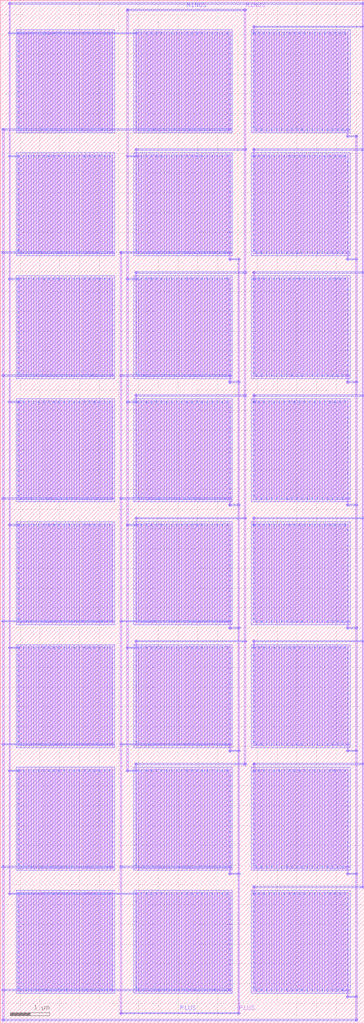
<source format=lef>
MACRO Cap_60fF
  ORIGIN 0 0 ;
  FOREIGN Cap_60fF 0 0 ;
  SIZE 9.2 BY 25.872 ;
  PIN MINUS
    DIRECTION INOUT ;
    USE SIGNAL ;
    PORT 
      LAYER M1 ;
        RECT 3.2 25.584 3.232 25.656 ;
      LAYER M2 ;
        RECT 3.18 25.604 3.252 25.636 ;
      LAYER M1 ;
        RECT 6.176 25.584 6.208 25.656 ;
      LAYER M2 ;
        RECT 6.156 25.604 6.228 25.636 ;
      LAYER M2 ;
        RECT 3.216 25.604 6.192 25.636 ;
    END
  END MINUS
  PIN PLUS
    DIRECTION INOUT ;
    USE SIGNAL ;
    PORT 
      LAYER M1 ;
        RECT 3.04 0.216 3.072 0.288 ;
      LAYER M2 ;
        RECT 3.02 0.236 3.092 0.268 ;
      LAYER M1 ;
        RECT 6.016 0.216 6.048 0.288 ;
      LAYER M2 ;
        RECT 5.996 0.236 6.068 0.268 ;
      LAYER M2 ;
        RECT 3.056 0.236 6.032 0.268 ;
    END
  END PLUS
  OBS 
  LAYER M1 ;
        RECT 5.792 10.128 5.824 10.2 ;
  LAYER M2 ;
        RECT 5.772 10.148 5.844 10.18 ;
  LAYER M2 ;
        RECT 3.056 10.148 5.808 10.18 ;
  LAYER M1 ;
        RECT 3.04 10.128 3.072 10.2 ;
  LAYER M2 ;
        RECT 3.02 10.148 3.092 10.18 ;
  LAYER M1 ;
        RECT 5.792 13.236 5.824 13.308 ;
  LAYER M2 ;
        RECT 5.772 13.256 5.844 13.288 ;
  LAYER M2 ;
        RECT 3.056 13.256 5.808 13.288 ;
  LAYER M1 ;
        RECT 3.04 13.236 3.072 13.308 ;
  LAYER M2 ;
        RECT 3.02 13.256 3.092 13.288 ;
  LAYER M1 ;
        RECT 5.792 7.02 5.824 7.092 ;
  LAYER M2 ;
        RECT 5.772 7.04 5.844 7.072 ;
  LAYER M2 ;
        RECT 3.056 7.04 5.808 7.072 ;
  LAYER M1 ;
        RECT 3.04 7.02 3.072 7.092 ;
  LAYER M2 ;
        RECT 3.02 7.04 3.092 7.072 ;
  LAYER M1 ;
        RECT 5.792 16.344 5.824 16.416 ;
  LAYER M2 ;
        RECT 5.772 16.364 5.844 16.396 ;
  LAYER M2 ;
        RECT 3.056 16.364 5.808 16.396 ;
  LAYER M1 ;
        RECT 3.04 16.344 3.072 16.416 ;
  LAYER M2 ;
        RECT 3.02 16.364 3.092 16.396 ;
  LAYER M1 ;
        RECT 5.792 3.912 5.824 3.984 ;
  LAYER M2 ;
        RECT 5.772 3.932 5.844 3.964 ;
  LAYER M2 ;
        RECT 3.056 3.932 5.808 3.964 ;
  LAYER M1 ;
        RECT 3.04 3.912 3.072 3.984 ;
  LAYER M2 ;
        RECT 3.02 3.932 3.092 3.964 ;
  LAYER M1 ;
        RECT 5.792 19.452 5.824 19.524 ;
  LAYER M2 ;
        RECT 5.772 19.472 5.844 19.504 ;
  LAYER M2 ;
        RECT 3.056 19.472 5.808 19.504 ;
  LAYER M1 ;
        RECT 3.04 19.452 3.072 19.524 ;
  LAYER M2 ;
        RECT 3.02 19.472 3.092 19.504 ;
  LAYER M1 ;
        RECT 3.04 0.216 3.072 0.288 ;
  LAYER M2 ;
        RECT 3.02 0.236 3.092 0.268 ;
  LAYER M1 ;
        RECT 3.04 0.252 3.072 0.504 ;
  LAYER M1 ;
        RECT 3.04 0.504 3.072 19.488 ;
  LAYER M1 ;
        RECT 5.792 10.128 5.824 10.2 ;
  LAYER M2 ;
        RECT 5.772 10.148 5.844 10.18 ;
  LAYER M1 ;
        RECT 5.792 9.996 5.824 10.164 ;
  LAYER M1 ;
        RECT 5.792 9.96 5.824 10.032 ;
  LAYER M2 ;
        RECT 5.772 9.98 5.844 10.012 ;
  LAYER M2 ;
        RECT 5.808 9.98 6.032 10.012 ;
  LAYER M1 ;
        RECT 6.016 9.96 6.048 10.032 ;
  LAYER M2 ;
        RECT 5.996 9.98 6.068 10.012 ;
  LAYER M1 ;
        RECT 5.792 13.236 5.824 13.308 ;
  LAYER M2 ;
        RECT 5.772 13.256 5.844 13.288 ;
  LAYER M1 ;
        RECT 5.792 13.104 5.824 13.272 ;
  LAYER M1 ;
        RECT 5.792 13.068 5.824 13.14 ;
  LAYER M2 ;
        RECT 5.772 13.088 5.844 13.12 ;
  LAYER M2 ;
        RECT 5.808 13.088 6.032 13.12 ;
  LAYER M1 ;
        RECT 6.016 13.068 6.048 13.14 ;
  LAYER M2 ;
        RECT 5.996 13.088 6.068 13.12 ;
  LAYER M1 ;
        RECT 5.792 7.02 5.824 7.092 ;
  LAYER M2 ;
        RECT 5.772 7.04 5.844 7.072 ;
  LAYER M1 ;
        RECT 5.792 6.888 5.824 7.056 ;
  LAYER M1 ;
        RECT 5.792 6.852 5.824 6.924 ;
  LAYER M2 ;
        RECT 5.772 6.872 5.844 6.904 ;
  LAYER M2 ;
        RECT 5.808 6.872 6.032 6.904 ;
  LAYER M1 ;
        RECT 6.016 6.852 6.048 6.924 ;
  LAYER M2 ;
        RECT 5.996 6.872 6.068 6.904 ;
  LAYER M1 ;
        RECT 5.792 16.344 5.824 16.416 ;
  LAYER M2 ;
        RECT 5.772 16.364 5.844 16.396 ;
  LAYER M1 ;
        RECT 5.792 16.212 5.824 16.38 ;
  LAYER M1 ;
        RECT 5.792 16.176 5.824 16.248 ;
  LAYER M2 ;
        RECT 5.772 16.196 5.844 16.228 ;
  LAYER M2 ;
        RECT 5.808 16.196 6.032 16.228 ;
  LAYER M1 ;
        RECT 6.016 16.176 6.048 16.248 ;
  LAYER M2 ;
        RECT 5.996 16.196 6.068 16.228 ;
  LAYER M1 ;
        RECT 5.792 3.912 5.824 3.984 ;
  LAYER M2 ;
        RECT 5.772 3.932 5.844 3.964 ;
  LAYER M1 ;
        RECT 5.792 3.78 5.824 3.948 ;
  LAYER M1 ;
        RECT 5.792 3.744 5.824 3.816 ;
  LAYER M2 ;
        RECT 5.772 3.764 5.844 3.796 ;
  LAYER M2 ;
        RECT 5.808 3.764 6.032 3.796 ;
  LAYER M1 ;
        RECT 6.016 3.744 6.048 3.816 ;
  LAYER M2 ;
        RECT 5.996 3.764 6.068 3.796 ;
  LAYER M1 ;
        RECT 5.792 19.452 5.824 19.524 ;
  LAYER M2 ;
        RECT 5.772 19.472 5.844 19.504 ;
  LAYER M1 ;
        RECT 5.792 19.32 5.824 19.488 ;
  LAYER M1 ;
        RECT 5.792 19.284 5.824 19.356 ;
  LAYER M2 ;
        RECT 5.772 19.304 5.844 19.336 ;
  LAYER M2 ;
        RECT 5.808 19.304 6.032 19.336 ;
  LAYER M1 ;
        RECT 6.016 19.284 6.048 19.356 ;
  LAYER M2 ;
        RECT 5.996 19.304 6.068 19.336 ;
  LAYER M1 ;
        RECT 6.016 0.216 6.048 0.288 ;
  LAYER M2 ;
        RECT 5.996 0.236 6.068 0.268 ;
  LAYER M1 ;
        RECT 6.016 0.252 6.048 0.504 ;
  LAYER M1 ;
        RECT 6.016 0.504 6.048 19.32 ;
  LAYER M2 ;
        RECT 3.056 0.236 6.032 0.268 ;
  LAYER M1 ;
        RECT 2.816 0.804 2.848 0.876 ;
  LAYER M2 ;
        RECT 2.796 0.824 2.868 0.856 ;
  LAYER M2 ;
        RECT 0.08 0.824 2.832 0.856 ;
  LAYER M1 ;
        RECT 0.064 0.804 0.096 0.876 ;
  LAYER M2 ;
        RECT 0.044 0.824 0.116 0.856 ;
  LAYER M1 ;
        RECT 2.816 3.912 2.848 3.984 ;
  LAYER M2 ;
        RECT 2.796 3.932 2.868 3.964 ;
  LAYER M2 ;
        RECT 0.08 3.932 2.832 3.964 ;
  LAYER M1 ;
        RECT 0.064 3.912 0.096 3.984 ;
  LAYER M2 ;
        RECT 0.044 3.932 0.116 3.964 ;
  LAYER M1 ;
        RECT 2.816 7.02 2.848 7.092 ;
  LAYER M2 ;
        RECT 2.796 7.04 2.868 7.072 ;
  LAYER M2 ;
        RECT 0.08 7.04 2.832 7.072 ;
  LAYER M1 ;
        RECT 0.064 7.02 0.096 7.092 ;
  LAYER M2 ;
        RECT 0.044 7.04 0.116 7.072 ;
  LAYER M1 ;
        RECT 2.816 10.128 2.848 10.2 ;
  LAYER M2 ;
        RECT 2.796 10.148 2.868 10.18 ;
  LAYER M2 ;
        RECT 0.08 10.148 2.832 10.18 ;
  LAYER M1 ;
        RECT 0.064 10.128 0.096 10.2 ;
  LAYER M2 ;
        RECT 0.044 10.148 0.116 10.18 ;
  LAYER M1 ;
        RECT 2.816 13.236 2.848 13.308 ;
  LAYER M2 ;
        RECT 2.796 13.256 2.868 13.288 ;
  LAYER M2 ;
        RECT 0.08 13.256 2.832 13.288 ;
  LAYER M1 ;
        RECT 0.064 13.236 0.096 13.308 ;
  LAYER M2 ;
        RECT 0.044 13.256 0.116 13.288 ;
  LAYER M1 ;
        RECT 2.816 16.344 2.848 16.416 ;
  LAYER M2 ;
        RECT 2.796 16.364 2.868 16.396 ;
  LAYER M2 ;
        RECT 0.08 16.364 2.832 16.396 ;
  LAYER M1 ;
        RECT 0.064 16.344 0.096 16.416 ;
  LAYER M2 ;
        RECT 0.044 16.364 0.116 16.396 ;
  LAYER M1 ;
        RECT 2.816 19.452 2.848 19.524 ;
  LAYER M2 ;
        RECT 2.796 19.472 2.868 19.504 ;
  LAYER M2 ;
        RECT 0.08 19.472 2.832 19.504 ;
  LAYER M1 ;
        RECT 0.064 19.452 0.096 19.524 ;
  LAYER M2 ;
        RECT 0.044 19.472 0.116 19.504 ;
  LAYER M1 ;
        RECT 2.816 22.56 2.848 22.632 ;
  LAYER M2 ;
        RECT 2.796 22.58 2.868 22.612 ;
  LAYER M2 ;
        RECT 0.08 22.58 2.832 22.612 ;
  LAYER M1 ;
        RECT 0.064 22.56 0.096 22.632 ;
  LAYER M2 ;
        RECT 0.044 22.58 0.116 22.612 ;
  LAYER M1 ;
        RECT 0.064 0.048 0.096 0.12 ;
  LAYER M2 ;
        RECT 0.044 0.068 0.116 0.1 ;
  LAYER M1 ;
        RECT 0.064 0.084 0.096 0.504 ;
  LAYER M1 ;
        RECT 0.064 0.504 0.096 22.596 ;
  LAYER M1 ;
        RECT 8.768 0.804 8.8 0.876 ;
  LAYER M2 ;
        RECT 8.748 0.824 8.82 0.856 ;
  LAYER M1 ;
        RECT 8.768 0.672 8.8 0.84 ;
  LAYER M1 ;
        RECT 8.768 0.636 8.8 0.708 ;
  LAYER M2 ;
        RECT 8.748 0.656 8.82 0.688 ;
  LAYER M2 ;
        RECT 8.784 0.656 9.008 0.688 ;
  LAYER M1 ;
        RECT 8.992 0.636 9.024 0.708 ;
  LAYER M2 ;
        RECT 8.972 0.656 9.044 0.688 ;
  LAYER M1 ;
        RECT 8.768 3.912 8.8 3.984 ;
  LAYER M2 ;
        RECT 8.748 3.932 8.82 3.964 ;
  LAYER M1 ;
        RECT 8.768 3.78 8.8 3.948 ;
  LAYER M1 ;
        RECT 8.768 3.744 8.8 3.816 ;
  LAYER M2 ;
        RECT 8.748 3.764 8.82 3.796 ;
  LAYER M2 ;
        RECT 8.784 3.764 9.008 3.796 ;
  LAYER M1 ;
        RECT 8.992 3.744 9.024 3.816 ;
  LAYER M2 ;
        RECT 8.972 3.764 9.044 3.796 ;
  LAYER M1 ;
        RECT 8.768 7.02 8.8 7.092 ;
  LAYER M2 ;
        RECT 8.748 7.04 8.82 7.072 ;
  LAYER M1 ;
        RECT 8.768 6.888 8.8 7.056 ;
  LAYER M1 ;
        RECT 8.768 6.852 8.8 6.924 ;
  LAYER M2 ;
        RECT 8.748 6.872 8.82 6.904 ;
  LAYER M2 ;
        RECT 8.784 6.872 9.008 6.904 ;
  LAYER M1 ;
        RECT 8.992 6.852 9.024 6.924 ;
  LAYER M2 ;
        RECT 8.972 6.872 9.044 6.904 ;
  LAYER M1 ;
        RECT 8.768 10.128 8.8 10.2 ;
  LAYER M2 ;
        RECT 8.748 10.148 8.82 10.18 ;
  LAYER M1 ;
        RECT 8.768 9.996 8.8 10.164 ;
  LAYER M1 ;
        RECT 8.768 9.96 8.8 10.032 ;
  LAYER M2 ;
        RECT 8.748 9.98 8.82 10.012 ;
  LAYER M2 ;
        RECT 8.784 9.98 9.008 10.012 ;
  LAYER M1 ;
        RECT 8.992 9.96 9.024 10.032 ;
  LAYER M2 ;
        RECT 8.972 9.98 9.044 10.012 ;
  LAYER M1 ;
        RECT 8.768 13.236 8.8 13.308 ;
  LAYER M2 ;
        RECT 8.748 13.256 8.82 13.288 ;
  LAYER M1 ;
        RECT 8.768 13.104 8.8 13.272 ;
  LAYER M1 ;
        RECT 8.768 13.068 8.8 13.14 ;
  LAYER M2 ;
        RECT 8.748 13.088 8.82 13.12 ;
  LAYER M2 ;
        RECT 8.784 13.088 9.008 13.12 ;
  LAYER M1 ;
        RECT 8.992 13.068 9.024 13.14 ;
  LAYER M2 ;
        RECT 8.972 13.088 9.044 13.12 ;
  LAYER M1 ;
        RECT 8.768 16.344 8.8 16.416 ;
  LAYER M2 ;
        RECT 8.748 16.364 8.82 16.396 ;
  LAYER M1 ;
        RECT 8.768 16.212 8.8 16.38 ;
  LAYER M1 ;
        RECT 8.768 16.176 8.8 16.248 ;
  LAYER M2 ;
        RECT 8.748 16.196 8.82 16.228 ;
  LAYER M2 ;
        RECT 8.784 16.196 9.008 16.228 ;
  LAYER M1 ;
        RECT 8.992 16.176 9.024 16.248 ;
  LAYER M2 ;
        RECT 8.972 16.196 9.044 16.228 ;
  LAYER M1 ;
        RECT 8.768 19.452 8.8 19.524 ;
  LAYER M2 ;
        RECT 8.748 19.472 8.82 19.504 ;
  LAYER M1 ;
        RECT 8.768 19.32 8.8 19.488 ;
  LAYER M1 ;
        RECT 8.768 19.284 8.8 19.356 ;
  LAYER M2 ;
        RECT 8.748 19.304 8.82 19.336 ;
  LAYER M2 ;
        RECT 8.784 19.304 9.008 19.336 ;
  LAYER M1 ;
        RECT 8.992 19.284 9.024 19.356 ;
  LAYER M2 ;
        RECT 8.972 19.304 9.044 19.336 ;
  LAYER M1 ;
        RECT 8.768 22.56 8.8 22.632 ;
  LAYER M2 ;
        RECT 8.748 22.58 8.82 22.612 ;
  LAYER M1 ;
        RECT 8.768 22.428 8.8 22.596 ;
  LAYER M1 ;
        RECT 8.768 22.392 8.8 22.464 ;
  LAYER M2 ;
        RECT 8.748 22.412 8.82 22.444 ;
  LAYER M2 ;
        RECT 8.784 22.412 9.008 22.444 ;
  LAYER M1 ;
        RECT 8.992 22.392 9.024 22.464 ;
  LAYER M2 ;
        RECT 8.972 22.412 9.044 22.444 ;
  LAYER M1 ;
        RECT 8.992 0.048 9.024 0.12 ;
  LAYER M2 ;
        RECT 8.972 0.068 9.044 0.1 ;
  LAYER M1 ;
        RECT 8.992 0.084 9.024 0.504 ;
  LAYER M1 ;
        RECT 8.992 0.504 9.024 22.428 ;
  LAYER M2 ;
        RECT 0.08 0.068 9.008 0.1 ;
  LAYER M1 ;
        RECT 5.792 0.804 5.824 0.876 ;
  LAYER M2 ;
        RECT 5.772 0.824 5.844 0.856 ;
  LAYER M2 ;
        RECT 2.832 0.824 5.808 0.856 ;
  LAYER M1 ;
        RECT 2.816 0.804 2.848 0.876 ;
  LAYER M2 ;
        RECT 2.796 0.824 2.868 0.856 ;
  LAYER M1 ;
        RECT 5.792 22.56 5.824 22.632 ;
  LAYER M2 ;
        RECT 5.772 22.58 5.844 22.612 ;
  LAYER M2 ;
        RECT 2.832 22.58 5.808 22.612 ;
  LAYER M1 ;
        RECT 2.816 22.56 2.848 22.632 ;
  LAYER M2 ;
        RECT 2.796 22.58 2.868 22.612 ;
  LAYER M1 ;
        RECT 3.424 12.564 3.456 12.636 ;
  LAYER M2 ;
        RECT 3.404 12.584 3.476 12.616 ;
  LAYER M2 ;
        RECT 3.216 12.584 3.44 12.616 ;
  LAYER M1 ;
        RECT 3.2 12.564 3.232 12.636 ;
  LAYER M2 ;
        RECT 3.18 12.584 3.252 12.616 ;
  LAYER M1 ;
        RECT 3.424 15.672 3.456 15.744 ;
  LAYER M2 ;
        RECT 3.404 15.692 3.476 15.724 ;
  LAYER M2 ;
        RECT 3.216 15.692 3.44 15.724 ;
  LAYER M1 ;
        RECT 3.2 15.672 3.232 15.744 ;
  LAYER M2 ;
        RECT 3.18 15.692 3.252 15.724 ;
  LAYER M1 ;
        RECT 3.424 9.456 3.456 9.528 ;
  LAYER M2 ;
        RECT 3.404 9.476 3.476 9.508 ;
  LAYER M2 ;
        RECT 3.216 9.476 3.44 9.508 ;
  LAYER M1 ;
        RECT 3.2 9.456 3.232 9.528 ;
  LAYER M2 ;
        RECT 3.18 9.476 3.252 9.508 ;
  LAYER M1 ;
        RECT 3.424 18.78 3.456 18.852 ;
  LAYER M2 ;
        RECT 3.404 18.8 3.476 18.832 ;
  LAYER M2 ;
        RECT 3.216 18.8 3.44 18.832 ;
  LAYER M1 ;
        RECT 3.2 18.78 3.232 18.852 ;
  LAYER M2 ;
        RECT 3.18 18.8 3.252 18.832 ;
  LAYER M1 ;
        RECT 3.424 6.348 3.456 6.42 ;
  LAYER M2 ;
        RECT 3.404 6.368 3.476 6.4 ;
  LAYER M2 ;
        RECT 3.216 6.368 3.44 6.4 ;
  LAYER M1 ;
        RECT 3.2 6.348 3.232 6.42 ;
  LAYER M2 ;
        RECT 3.18 6.368 3.252 6.4 ;
  LAYER M1 ;
        RECT 3.424 21.888 3.456 21.96 ;
  LAYER M2 ;
        RECT 3.404 21.908 3.476 21.94 ;
  LAYER M2 ;
        RECT 3.216 21.908 3.44 21.94 ;
  LAYER M1 ;
        RECT 3.2 21.888 3.232 21.96 ;
  LAYER M2 ;
        RECT 3.18 21.908 3.252 21.94 ;
  LAYER M1 ;
        RECT 3.2 25.584 3.232 25.656 ;
  LAYER M2 ;
        RECT 3.18 25.604 3.252 25.636 ;
  LAYER M1 ;
        RECT 3.2 25.368 3.232 25.62 ;
  LAYER M1 ;
        RECT 3.2 6.384 3.232 25.368 ;
  LAYER M1 ;
        RECT 3.424 12.564 3.456 12.636 ;
  LAYER M2 ;
        RECT 3.404 12.584 3.476 12.616 ;
  LAYER M1 ;
        RECT 3.424 12.6 3.456 12.768 ;
  LAYER M1 ;
        RECT 3.424 12.732 3.456 12.804 ;
  LAYER M2 ;
        RECT 3.404 12.752 3.476 12.784 ;
  LAYER M2 ;
        RECT 3.44 12.752 6.192 12.784 ;
  LAYER M1 ;
        RECT 6.176 12.732 6.208 12.804 ;
  LAYER M2 ;
        RECT 6.156 12.752 6.228 12.784 ;
  LAYER M1 ;
        RECT 3.424 15.672 3.456 15.744 ;
  LAYER M2 ;
        RECT 3.404 15.692 3.476 15.724 ;
  LAYER M1 ;
        RECT 3.424 15.708 3.456 15.876 ;
  LAYER M1 ;
        RECT 3.424 15.84 3.456 15.912 ;
  LAYER M2 ;
        RECT 3.404 15.86 3.476 15.892 ;
  LAYER M2 ;
        RECT 3.44 15.86 6.192 15.892 ;
  LAYER M1 ;
        RECT 6.176 15.84 6.208 15.912 ;
  LAYER M2 ;
        RECT 6.156 15.86 6.228 15.892 ;
  LAYER M1 ;
        RECT 3.424 9.456 3.456 9.528 ;
  LAYER M2 ;
        RECT 3.404 9.476 3.476 9.508 ;
  LAYER M1 ;
        RECT 3.424 9.492 3.456 9.66 ;
  LAYER M1 ;
        RECT 3.424 9.624 3.456 9.696 ;
  LAYER M2 ;
        RECT 3.404 9.644 3.476 9.676 ;
  LAYER M2 ;
        RECT 3.44 9.644 6.192 9.676 ;
  LAYER M1 ;
        RECT 6.176 9.624 6.208 9.696 ;
  LAYER M2 ;
        RECT 6.156 9.644 6.228 9.676 ;
  LAYER M1 ;
        RECT 3.424 18.78 3.456 18.852 ;
  LAYER M2 ;
        RECT 3.404 18.8 3.476 18.832 ;
  LAYER M1 ;
        RECT 3.424 18.816 3.456 18.984 ;
  LAYER M1 ;
        RECT 3.424 18.948 3.456 19.02 ;
  LAYER M2 ;
        RECT 3.404 18.968 3.476 19 ;
  LAYER M2 ;
        RECT 3.44 18.968 6.192 19 ;
  LAYER M1 ;
        RECT 6.176 18.948 6.208 19.02 ;
  LAYER M2 ;
        RECT 6.156 18.968 6.228 19 ;
  LAYER M1 ;
        RECT 3.424 6.348 3.456 6.42 ;
  LAYER M2 ;
        RECT 3.404 6.368 3.476 6.4 ;
  LAYER M1 ;
        RECT 3.424 6.384 3.456 6.552 ;
  LAYER M1 ;
        RECT 3.424 6.516 3.456 6.588 ;
  LAYER M2 ;
        RECT 3.404 6.536 3.476 6.568 ;
  LAYER M2 ;
        RECT 3.44 6.536 6.192 6.568 ;
  LAYER M1 ;
        RECT 6.176 6.516 6.208 6.588 ;
  LAYER M2 ;
        RECT 6.156 6.536 6.228 6.568 ;
  LAYER M1 ;
        RECT 3.424 21.888 3.456 21.96 ;
  LAYER M2 ;
        RECT 3.404 21.908 3.476 21.94 ;
  LAYER M1 ;
        RECT 3.424 21.924 3.456 22.092 ;
  LAYER M1 ;
        RECT 3.424 22.056 3.456 22.128 ;
  LAYER M2 ;
        RECT 3.404 22.076 3.476 22.108 ;
  LAYER M2 ;
        RECT 3.44 22.076 6.192 22.108 ;
  LAYER M1 ;
        RECT 6.176 22.056 6.208 22.128 ;
  LAYER M2 ;
        RECT 6.156 22.076 6.228 22.108 ;
  LAYER M1 ;
        RECT 6.176 25.584 6.208 25.656 ;
  LAYER M2 ;
        RECT 6.156 25.604 6.228 25.636 ;
  LAYER M1 ;
        RECT 6.176 25.368 6.208 25.62 ;
  LAYER M1 ;
        RECT 6.176 6.552 6.208 25.368 ;
  LAYER M2 ;
        RECT 3.216 25.604 6.192 25.636 ;
  LAYER M1 ;
        RECT 0.448 3.24 0.48 3.312 ;
  LAYER M2 ;
        RECT 0.428 3.26 0.5 3.292 ;
  LAYER M2 ;
        RECT 0.24 3.26 0.464 3.292 ;
  LAYER M1 ;
        RECT 0.224 3.24 0.256 3.312 ;
  LAYER M2 ;
        RECT 0.204 3.26 0.276 3.292 ;
  LAYER M1 ;
        RECT 0.448 6.348 0.48 6.42 ;
  LAYER M2 ;
        RECT 0.428 6.368 0.5 6.4 ;
  LAYER M2 ;
        RECT 0.24 6.368 0.464 6.4 ;
  LAYER M1 ;
        RECT 0.224 6.348 0.256 6.42 ;
  LAYER M2 ;
        RECT 0.204 6.368 0.276 6.4 ;
  LAYER M1 ;
        RECT 0.448 9.456 0.48 9.528 ;
  LAYER M2 ;
        RECT 0.428 9.476 0.5 9.508 ;
  LAYER M2 ;
        RECT 0.24 9.476 0.464 9.508 ;
  LAYER M1 ;
        RECT 0.224 9.456 0.256 9.528 ;
  LAYER M2 ;
        RECT 0.204 9.476 0.276 9.508 ;
  LAYER M1 ;
        RECT 0.448 12.564 0.48 12.636 ;
  LAYER M2 ;
        RECT 0.428 12.584 0.5 12.616 ;
  LAYER M2 ;
        RECT 0.24 12.584 0.464 12.616 ;
  LAYER M1 ;
        RECT 0.224 12.564 0.256 12.636 ;
  LAYER M2 ;
        RECT 0.204 12.584 0.276 12.616 ;
  LAYER M1 ;
        RECT 0.448 15.672 0.48 15.744 ;
  LAYER M2 ;
        RECT 0.428 15.692 0.5 15.724 ;
  LAYER M2 ;
        RECT 0.24 15.692 0.464 15.724 ;
  LAYER M1 ;
        RECT 0.224 15.672 0.256 15.744 ;
  LAYER M2 ;
        RECT 0.204 15.692 0.276 15.724 ;
  LAYER M1 ;
        RECT 0.448 18.78 0.48 18.852 ;
  LAYER M2 ;
        RECT 0.428 18.8 0.5 18.832 ;
  LAYER M2 ;
        RECT 0.24 18.8 0.464 18.832 ;
  LAYER M1 ;
        RECT 0.224 18.78 0.256 18.852 ;
  LAYER M2 ;
        RECT 0.204 18.8 0.276 18.832 ;
  LAYER M1 ;
        RECT 0.448 21.888 0.48 21.96 ;
  LAYER M2 ;
        RECT 0.428 21.908 0.5 21.94 ;
  LAYER M2 ;
        RECT 0.24 21.908 0.464 21.94 ;
  LAYER M1 ;
        RECT 0.224 21.888 0.256 21.96 ;
  LAYER M2 ;
        RECT 0.204 21.908 0.276 21.94 ;
  LAYER M1 ;
        RECT 0.448 24.996 0.48 25.068 ;
  LAYER M2 ;
        RECT 0.428 25.016 0.5 25.048 ;
  LAYER M2 ;
        RECT 0.24 25.016 0.464 25.048 ;
  LAYER M1 ;
        RECT 0.224 24.996 0.256 25.068 ;
  LAYER M2 ;
        RECT 0.204 25.016 0.276 25.048 ;
  LAYER M1 ;
        RECT 0.224 25.752 0.256 25.824 ;
  LAYER M2 ;
        RECT 0.204 25.772 0.276 25.804 ;
  LAYER M1 ;
        RECT 0.224 25.368 0.256 25.788 ;
  LAYER M1 ;
        RECT 0.224 3.276 0.256 25.368 ;
  LAYER M1 ;
        RECT 6.4 3.24 6.432 3.312 ;
  LAYER M2 ;
        RECT 6.38 3.26 6.452 3.292 ;
  LAYER M1 ;
        RECT 6.4 3.276 6.432 3.444 ;
  LAYER M1 ;
        RECT 6.4 3.408 6.432 3.48 ;
  LAYER M2 ;
        RECT 6.38 3.428 6.452 3.46 ;
  LAYER M2 ;
        RECT 6.416 3.428 9.168 3.46 ;
  LAYER M1 ;
        RECT 9.152 3.408 9.184 3.48 ;
  LAYER M2 ;
        RECT 9.132 3.428 9.204 3.46 ;
  LAYER M1 ;
        RECT 6.4 6.348 6.432 6.42 ;
  LAYER M2 ;
        RECT 6.38 6.368 6.452 6.4 ;
  LAYER M1 ;
        RECT 6.4 6.384 6.432 6.552 ;
  LAYER M1 ;
        RECT 6.4 6.516 6.432 6.588 ;
  LAYER M2 ;
        RECT 6.38 6.536 6.452 6.568 ;
  LAYER M2 ;
        RECT 6.416 6.536 9.168 6.568 ;
  LAYER M1 ;
        RECT 9.152 6.516 9.184 6.588 ;
  LAYER M2 ;
        RECT 9.132 6.536 9.204 6.568 ;
  LAYER M1 ;
        RECT 6.4 9.456 6.432 9.528 ;
  LAYER M2 ;
        RECT 6.38 9.476 6.452 9.508 ;
  LAYER M1 ;
        RECT 6.4 9.492 6.432 9.66 ;
  LAYER M1 ;
        RECT 6.4 9.624 6.432 9.696 ;
  LAYER M2 ;
        RECT 6.38 9.644 6.452 9.676 ;
  LAYER M2 ;
        RECT 6.416 9.644 9.168 9.676 ;
  LAYER M1 ;
        RECT 9.152 9.624 9.184 9.696 ;
  LAYER M2 ;
        RECT 9.132 9.644 9.204 9.676 ;
  LAYER M1 ;
        RECT 6.4 12.564 6.432 12.636 ;
  LAYER M2 ;
        RECT 6.38 12.584 6.452 12.616 ;
  LAYER M1 ;
        RECT 6.4 12.6 6.432 12.768 ;
  LAYER M1 ;
        RECT 6.4 12.732 6.432 12.804 ;
  LAYER M2 ;
        RECT 6.38 12.752 6.452 12.784 ;
  LAYER M2 ;
        RECT 6.416 12.752 9.168 12.784 ;
  LAYER M1 ;
        RECT 9.152 12.732 9.184 12.804 ;
  LAYER M2 ;
        RECT 9.132 12.752 9.204 12.784 ;
  LAYER M1 ;
        RECT 6.4 15.672 6.432 15.744 ;
  LAYER M2 ;
        RECT 6.38 15.692 6.452 15.724 ;
  LAYER M1 ;
        RECT 6.4 15.708 6.432 15.876 ;
  LAYER M1 ;
        RECT 6.4 15.84 6.432 15.912 ;
  LAYER M2 ;
        RECT 6.38 15.86 6.452 15.892 ;
  LAYER M2 ;
        RECT 6.416 15.86 9.168 15.892 ;
  LAYER M1 ;
        RECT 9.152 15.84 9.184 15.912 ;
  LAYER M2 ;
        RECT 9.132 15.86 9.204 15.892 ;
  LAYER M1 ;
        RECT 6.4 18.78 6.432 18.852 ;
  LAYER M2 ;
        RECT 6.38 18.8 6.452 18.832 ;
  LAYER M1 ;
        RECT 6.4 18.816 6.432 18.984 ;
  LAYER M1 ;
        RECT 6.4 18.948 6.432 19.02 ;
  LAYER M2 ;
        RECT 6.38 18.968 6.452 19 ;
  LAYER M2 ;
        RECT 6.416 18.968 9.168 19 ;
  LAYER M1 ;
        RECT 9.152 18.948 9.184 19.02 ;
  LAYER M2 ;
        RECT 9.132 18.968 9.204 19 ;
  LAYER M1 ;
        RECT 6.4 21.888 6.432 21.96 ;
  LAYER M2 ;
        RECT 6.38 21.908 6.452 21.94 ;
  LAYER M1 ;
        RECT 6.4 21.924 6.432 22.092 ;
  LAYER M1 ;
        RECT 6.4 22.056 6.432 22.128 ;
  LAYER M2 ;
        RECT 6.38 22.076 6.452 22.108 ;
  LAYER M2 ;
        RECT 6.416 22.076 9.168 22.108 ;
  LAYER M1 ;
        RECT 9.152 22.056 9.184 22.128 ;
  LAYER M2 ;
        RECT 9.132 22.076 9.204 22.108 ;
  LAYER M1 ;
        RECT 6.4 24.996 6.432 25.068 ;
  LAYER M2 ;
        RECT 6.38 25.016 6.452 25.048 ;
  LAYER M1 ;
        RECT 6.4 25.032 6.432 25.2 ;
  LAYER M1 ;
        RECT 6.4 25.164 6.432 25.236 ;
  LAYER M2 ;
        RECT 6.38 25.184 6.452 25.216 ;
  LAYER M2 ;
        RECT 6.416 25.184 9.168 25.216 ;
  LAYER M1 ;
        RECT 9.152 25.164 9.184 25.236 ;
  LAYER M2 ;
        RECT 9.132 25.184 9.204 25.216 ;
  LAYER M1 ;
        RECT 9.152 25.752 9.184 25.824 ;
  LAYER M2 ;
        RECT 9.132 25.772 9.204 25.804 ;
  LAYER M1 ;
        RECT 9.152 25.368 9.184 25.788 ;
  LAYER M1 ;
        RECT 9.152 3.444 9.184 25.368 ;
  LAYER M2 ;
        RECT 0.24 25.772 9.168 25.804 ;
  LAYER M1 ;
        RECT 3.424 3.24 3.456 3.312 ;
  LAYER M2 ;
        RECT 3.404 3.26 3.476 3.292 ;
  LAYER M2 ;
        RECT 0.464 3.26 3.44 3.292 ;
  LAYER M1 ;
        RECT 0.448 3.24 0.48 3.312 ;
  LAYER M2 ;
        RECT 0.428 3.26 0.5 3.292 ;
  LAYER M1 ;
        RECT 3.424 24.996 3.456 25.068 ;
  LAYER M2 ;
        RECT 3.404 25.016 3.476 25.048 ;
  LAYER M2 ;
        RECT 0.464 25.016 3.44 25.048 ;
  LAYER M1 ;
        RECT 0.448 24.996 0.48 25.068 ;
  LAYER M2 ;
        RECT 0.428 25.016 0.5 25.048 ;
  LAYER M1 ;
        RECT 0.448 0.804 0.48 3.312 ;
  LAYER M3 ;
        RECT 0.448 3.26 0.48 3.292 ;
  LAYER M1 ;
        RECT 0.512 0.804 0.544 3.312 ;
  LAYER M3 ;
        RECT 0.512 0.824 0.544 0.856 ;
  LAYER M1 ;
        RECT 0.576 0.804 0.608 3.312 ;
  LAYER M3 ;
        RECT 0.576 3.26 0.608 3.292 ;
  LAYER M1 ;
        RECT 0.64 0.804 0.672 3.312 ;
  LAYER M3 ;
        RECT 0.64 0.824 0.672 0.856 ;
  LAYER M1 ;
        RECT 0.704 0.804 0.736 3.312 ;
  LAYER M3 ;
        RECT 0.704 3.26 0.736 3.292 ;
  LAYER M1 ;
        RECT 0.768 0.804 0.8 3.312 ;
  LAYER M3 ;
        RECT 0.768 0.824 0.8 0.856 ;
  LAYER M1 ;
        RECT 0.832 0.804 0.864 3.312 ;
  LAYER M3 ;
        RECT 0.832 3.26 0.864 3.292 ;
  LAYER M1 ;
        RECT 0.896 0.804 0.928 3.312 ;
  LAYER M3 ;
        RECT 0.896 0.824 0.928 0.856 ;
  LAYER M1 ;
        RECT 0.96 0.804 0.992 3.312 ;
  LAYER M3 ;
        RECT 0.96 3.26 0.992 3.292 ;
  LAYER M1 ;
        RECT 1.024 0.804 1.056 3.312 ;
  LAYER M3 ;
        RECT 1.024 0.824 1.056 0.856 ;
  LAYER M1 ;
        RECT 1.088 0.804 1.12 3.312 ;
  LAYER M3 ;
        RECT 1.088 3.26 1.12 3.292 ;
  LAYER M1 ;
        RECT 1.152 0.804 1.184 3.312 ;
  LAYER M3 ;
        RECT 1.152 0.824 1.184 0.856 ;
  LAYER M1 ;
        RECT 1.216 0.804 1.248 3.312 ;
  LAYER M3 ;
        RECT 1.216 3.26 1.248 3.292 ;
  LAYER M1 ;
        RECT 1.28 0.804 1.312 3.312 ;
  LAYER M3 ;
        RECT 1.28 0.824 1.312 0.856 ;
  LAYER M1 ;
        RECT 1.344 0.804 1.376 3.312 ;
  LAYER M3 ;
        RECT 1.344 3.26 1.376 3.292 ;
  LAYER M1 ;
        RECT 1.408 0.804 1.44 3.312 ;
  LAYER M3 ;
        RECT 1.408 0.824 1.44 0.856 ;
  LAYER M1 ;
        RECT 1.472 0.804 1.504 3.312 ;
  LAYER M3 ;
        RECT 1.472 3.26 1.504 3.292 ;
  LAYER M1 ;
        RECT 1.536 0.804 1.568 3.312 ;
  LAYER M3 ;
        RECT 1.536 0.824 1.568 0.856 ;
  LAYER M1 ;
        RECT 1.6 0.804 1.632 3.312 ;
  LAYER M3 ;
        RECT 1.6 3.26 1.632 3.292 ;
  LAYER M1 ;
        RECT 1.664 0.804 1.696 3.312 ;
  LAYER M3 ;
        RECT 1.664 0.824 1.696 0.856 ;
  LAYER M1 ;
        RECT 1.728 0.804 1.76 3.312 ;
  LAYER M3 ;
        RECT 1.728 3.26 1.76 3.292 ;
  LAYER M1 ;
        RECT 1.792 0.804 1.824 3.312 ;
  LAYER M3 ;
        RECT 1.792 0.824 1.824 0.856 ;
  LAYER M1 ;
        RECT 1.856 0.804 1.888 3.312 ;
  LAYER M3 ;
        RECT 1.856 3.26 1.888 3.292 ;
  LAYER M1 ;
        RECT 1.92 0.804 1.952 3.312 ;
  LAYER M3 ;
        RECT 1.92 0.824 1.952 0.856 ;
  LAYER M1 ;
        RECT 1.984 0.804 2.016 3.312 ;
  LAYER M3 ;
        RECT 1.984 3.26 2.016 3.292 ;
  LAYER M1 ;
        RECT 2.048 0.804 2.08 3.312 ;
  LAYER M3 ;
        RECT 2.048 0.824 2.08 0.856 ;
  LAYER M1 ;
        RECT 2.112 0.804 2.144 3.312 ;
  LAYER M3 ;
        RECT 2.112 3.26 2.144 3.292 ;
  LAYER M1 ;
        RECT 2.176 0.804 2.208 3.312 ;
  LAYER M3 ;
        RECT 2.176 0.824 2.208 0.856 ;
  LAYER M1 ;
        RECT 2.24 0.804 2.272 3.312 ;
  LAYER M3 ;
        RECT 2.24 3.26 2.272 3.292 ;
  LAYER M1 ;
        RECT 2.304 0.804 2.336 3.312 ;
  LAYER M3 ;
        RECT 2.304 0.824 2.336 0.856 ;
  LAYER M1 ;
        RECT 2.368 0.804 2.4 3.312 ;
  LAYER M3 ;
        RECT 2.368 3.26 2.4 3.292 ;
  LAYER M1 ;
        RECT 2.432 0.804 2.464 3.312 ;
  LAYER M3 ;
        RECT 2.432 0.824 2.464 0.856 ;
  LAYER M1 ;
        RECT 2.496 0.804 2.528 3.312 ;
  LAYER M3 ;
        RECT 2.496 3.26 2.528 3.292 ;
  LAYER M1 ;
        RECT 2.56 0.804 2.592 3.312 ;
  LAYER M3 ;
        RECT 2.56 0.824 2.592 0.856 ;
  LAYER M1 ;
        RECT 2.624 0.804 2.656 3.312 ;
  LAYER M3 ;
        RECT 2.624 3.26 2.656 3.292 ;
  LAYER M1 ;
        RECT 2.688 0.804 2.72 3.312 ;
  LAYER M3 ;
        RECT 2.688 0.824 2.72 0.856 ;
  LAYER M1 ;
        RECT 2.752 0.804 2.784 3.312 ;
  LAYER M3 ;
        RECT 2.752 3.26 2.784 3.292 ;
  LAYER M1 ;
        RECT 2.816 0.804 2.848 3.312 ;
  LAYER M3 ;
        RECT 0.448 0.888 0.48 0.92 ;
  LAYER M2 ;
        RECT 2.816 0.952 2.848 0.984 ;
  LAYER M2 ;
        RECT 0.448 1.016 0.48 1.048 ;
  LAYER M2 ;
        RECT 2.816 1.08 2.848 1.112 ;
  LAYER M2 ;
        RECT 0.448 1.144 0.48 1.176 ;
  LAYER M2 ;
        RECT 2.816 1.208 2.848 1.24 ;
  LAYER M2 ;
        RECT 0.448 1.272 0.48 1.304 ;
  LAYER M2 ;
        RECT 2.816 1.336 2.848 1.368 ;
  LAYER M2 ;
        RECT 0.448 1.4 0.48 1.432 ;
  LAYER M2 ;
        RECT 2.816 1.464 2.848 1.496 ;
  LAYER M2 ;
        RECT 0.448 1.528 0.48 1.56 ;
  LAYER M2 ;
        RECT 2.816 1.592 2.848 1.624 ;
  LAYER M2 ;
        RECT 0.448 1.656 0.48 1.688 ;
  LAYER M2 ;
        RECT 2.816 1.72 2.848 1.752 ;
  LAYER M2 ;
        RECT 0.448 1.784 0.48 1.816 ;
  LAYER M2 ;
        RECT 2.816 1.848 2.848 1.88 ;
  LAYER M2 ;
        RECT 0.448 1.912 0.48 1.944 ;
  LAYER M2 ;
        RECT 2.816 1.976 2.848 2.008 ;
  LAYER M2 ;
        RECT 0.448 2.04 0.48 2.072 ;
  LAYER M2 ;
        RECT 2.816 2.104 2.848 2.136 ;
  LAYER M2 ;
        RECT 0.448 2.168 0.48 2.2 ;
  LAYER M2 ;
        RECT 2.816 2.232 2.848 2.264 ;
  LAYER M2 ;
        RECT 0.448 2.296 0.48 2.328 ;
  LAYER M2 ;
        RECT 2.816 2.36 2.848 2.392 ;
  LAYER M2 ;
        RECT 0.448 2.424 0.48 2.456 ;
  LAYER M2 ;
        RECT 2.816 2.488 2.848 2.52 ;
  LAYER M2 ;
        RECT 0.448 2.552 0.48 2.584 ;
  LAYER M2 ;
        RECT 2.816 2.616 2.848 2.648 ;
  LAYER M2 ;
        RECT 0.448 2.68 0.48 2.712 ;
  LAYER M2 ;
        RECT 2.816 2.744 2.848 2.776 ;
  LAYER M2 ;
        RECT 0.448 2.808 0.48 2.84 ;
  LAYER M2 ;
        RECT 2.816 2.872 2.848 2.904 ;
  LAYER M2 ;
        RECT 0.448 2.936 0.48 2.968 ;
  LAYER M2 ;
        RECT 2.816 3 2.848 3.032 ;
  LAYER M2 ;
        RECT 0.448 3.064 0.48 3.096 ;
  LAYER M2 ;
        RECT 2.816 3.128 2.848 3.16 ;
  LAYER M2 ;
        RECT 0.4 0.756 2.896 3.36 ;
  LAYER M1 ;
        RECT 0.448 3.912 0.48 6.42 ;
  LAYER M3 ;
        RECT 0.448 6.368 0.48 6.4 ;
  LAYER M1 ;
        RECT 0.512 3.912 0.544 6.42 ;
  LAYER M3 ;
        RECT 0.512 3.932 0.544 3.964 ;
  LAYER M1 ;
        RECT 0.576 3.912 0.608 6.42 ;
  LAYER M3 ;
        RECT 0.576 6.368 0.608 6.4 ;
  LAYER M1 ;
        RECT 0.64 3.912 0.672 6.42 ;
  LAYER M3 ;
        RECT 0.64 3.932 0.672 3.964 ;
  LAYER M1 ;
        RECT 0.704 3.912 0.736 6.42 ;
  LAYER M3 ;
        RECT 0.704 6.368 0.736 6.4 ;
  LAYER M1 ;
        RECT 0.768 3.912 0.8 6.42 ;
  LAYER M3 ;
        RECT 0.768 3.932 0.8 3.964 ;
  LAYER M1 ;
        RECT 0.832 3.912 0.864 6.42 ;
  LAYER M3 ;
        RECT 0.832 6.368 0.864 6.4 ;
  LAYER M1 ;
        RECT 0.896 3.912 0.928 6.42 ;
  LAYER M3 ;
        RECT 0.896 3.932 0.928 3.964 ;
  LAYER M1 ;
        RECT 0.96 3.912 0.992 6.42 ;
  LAYER M3 ;
        RECT 0.96 6.368 0.992 6.4 ;
  LAYER M1 ;
        RECT 1.024 3.912 1.056 6.42 ;
  LAYER M3 ;
        RECT 1.024 3.932 1.056 3.964 ;
  LAYER M1 ;
        RECT 1.088 3.912 1.12 6.42 ;
  LAYER M3 ;
        RECT 1.088 6.368 1.12 6.4 ;
  LAYER M1 ;
        RECT 1.152 3.912 1.184 6.42 ;
  LAYER M3 ;
        RECT 1.152 3.932 1.184 3.964 ;
  LAYER M1 ;
        RECT 1.216 3.912 1.248 6.42 ;
  LAYER M3 ;
        RECT 1.216 6.368 1.248 6.4 ;
  LAYER M1 ;
        RECT 1.28 3.912 1.312 6.42 ;
  LAYER M3 ;
        RECT 1.28 3.932 1.312 3.964 ;
  LAYER M1 ;
        RECT 1.344 3.912 1.376 6.42 ;
  LAYER M3 ;
        RECT 1.344 6.368 1.376 6.4 ;
  LAYER M1 ;
        RECT 1.408 3.912 1.44 6.42 ;
  LAYER M3 ;
        RECT 1.408 3.932 1.44 3.964 ;
  LAYER M1 ;
        RECT 1.472 3.912 1.504 6.42 ;
  LAYER M3 ;
        RECT 1.472 6.368 1.504 6.4 ;
  LAYER M1 ;
        RECT 1.536 3.912 1.568 6.42 ;
  LAYER M3 ;
        RECT 1.536 3.932 1.568 3.964 ;
  LAYER M1 ;
        RECT 1.6 3.912 1.632 6.42 ;
  LAYER M3 ;
        RECT 1.6 6.368 1.632 6.4 ;
  LAYER M1 ;
        RECT 1.664 3.912 1.696 6.42 ;
  LAYER M3 ;
        RECT 1.664 3.932 1.696 3.964 ;
  LAYER M1 ;
        RECT 1.728 3.912 1.76 6.42 ;
  LAYER M3 ;
        RECT 1.728 6.368 1.76 6.4 ;
  LAYER M1 ;
        RECT 1.792 3.912 1.824 6.42 ;
  LAYER M3 ;
        RECT 1.792 3.932 1.824 3.964 ;
  LAYER M1 ;
        RECT 1.856 3.912 1.888 6.42 ;
  LAYER M3 ;
        RECT 1.856 6.368 1.888 6.4 ;
  LAYER M1 ;
        RECT 1.92 3.912 1.952 6.42 ;
  LAYER M3 ;
        RECT 1.92 3.932 1.952 3.964 ;
  LAYER M1 ;
        RECT 1.984 3.912 2.016 6.42 ;
  LAYER M3 ;
        RECT 1.984 6.368 2.016 6.4 ;
  LAYER M1 ;
        RECT 2.048 3.912 2.08 6.42 ;
  LAYER M3 ;
        RECT 2.048 3.932 2.08 3.964 ;
  LAYER M1 ;
        RECT 2.112 3.912 2.144 6.42 ;
  LAYER M3 ;
        RECT 2.112 6.368 2.144 6.4 ;
  LAYER M1 ;
        RECT 2.176 3.912 2.208 6.42 ;
  LAYER M3 ;
        RECT 2.176 3.932 2.208 3.964 ;
  LAYER M1 ;
        RECT 2.24 3.912 2.272 6.42 ;
  LAYER M3 ;
        RECT 2.24 6.368 2.272 6.4 ;
  LAYER M1 ;
        RECT 2.304 3.912 2.336 6.42 ;
  LAYER M3 ;
        RECT 2.304 3.932 2.336 3.964 ;
  LAYER M1 ;
        RECT 2.368 3.912 2.4 6.42 ;
  LAYER M3 ;
        RECT 2.368 6.368 2.4 6.4 ;
  LAYER M1 ;
        RECT 2.432 3.912 2.464 6.42 ;
  LAYER M3 ;
        RECT 2.432 3.932 2.464 3.964 ;
  LAYER M1 ;
        RECT 2.496 3.912 2.528 6.42 ;
  LAYER M3 ;
        RECT 2.496 6.368 2.528 6.4 ;
  LAYER M1 ;
        RECT 2.56 3.912 2.592 6.42 ;
  LAYER M3 ;
        RECT 2.56 3.932 2.592 3.964 ;
  LAYER M1 ;
        RECT 2.624 3.912 2.656 6.42 ;
  LAYER M3 ;
        RECT 2.624 6.368 2.656 6.4 ;
  LAYER M1 ;
        RECT 2.688 3.912 2.72 6.42 ;
  LAYER M3 ;
        RECT 2.688 3.932 2.72 3.964 ;
  LAYER M1 ;
        RECT 2.752 3.912 2.784 6.42 ;
  LAYER M3 ;
        RECT 2.752 6.368 2.784 6.4 ;
  LAYER M1 ;
        RECT 2.816 3.912 2.848 6.42 ;
  LAYER M3 ;
        RECT 0.448 3.996 0.48 4.028 ;
  LAYER M2 ;
        RECT 2.816 4.06 2.848 4.092 ;
  LAYER M2 ;
        RECT 0.448 4.124 0.48 4.156 ;
  LAYER M2 ;
        RECT 2.816 4.188 2.848 4.22 ;
  LAYER M2 ;
        RECT 0.448 4.252 0.48 4.284 ;
  LAYER M2 ;
        RECT 2.816 4.316 2.848 4.348 ;
  LAYER M2 ;
        RECT 0.448 4.38 0.48 4.412 ;
  LAYER M2 ;
        RECT 2.816 4.444 2.848 4.476 ;
  LAYER M2 ;
        RECT 0.448 4.508 0.48 4.54 ;
  LAYER M2 ;
        RECT 2.816 4.572 2.848 4.604 ;
  LAYER M2 ;
        RECT 0.448 4.636 0.48 4.668 ;
  LAYER M2 ;
        RECT 2.816 4.7 2.848 4.732 ;
  LAYER M2 ;
        RECT 0.448 4.764 0.48 4.796 ;
  LAYER M2 ;
        RECT 2.816 4.828 2.848 4.86 ;
  LAYER M2 ;
        RECT 0.448 4.892 0.48 4.924 ;
  LAYER M2 ;
        RECT 2.816 4.956 2.848 4.988 ;
  LAYER M2 ;
        RECT 0.448 5.02 0.48 5.052 ;
  LAYER M2 ;
        RECT 2.816 5.084 2.848 5.116 ;
  LAYER M2 ;
        RECT 0.448 5.148 0.48 5.18 ;
  LAYER M2 ;
        RECT 2.816 5.212 2.848 5.244 ;
  LAYER M2 ;
        RECT 0.448 5.276 0.48 5.308 ;
  LAYER M2 ;
        RECT 2.816 5.34 2.848 5.372 ;
  LAYER M2 ;
        RECT 0.448 5.404 0.48 5.436 ;
  LAYER M2 ;
        RECT 2.816 5.468 2.848 5.5 ;
  LAYER M2 ;
        RECT 0.448 5.532 0.48 5.564 ;
  LAYER M2 ;
        RECT 2.816 5.596 2.848 5.628 ;
  LAYER M2 ;
        RECT 0.448 5.66 0.48 5.692 ;
  LAYER M2 ;
        RECT 2.816 5.724 2.848 5.756 ;
  LAYER M2 ;
        RECT 0.448 5.788 0.48 5.82 ;
  LAYER M2 ;
        RECT 2.816 5.852 2.848 5.884 ;
  LAYER M2 ;
        RECT 0.448 5.916 0.48 5.948 ;
  LAYER M2 ;
        RECT 2.816 5.98 2.848 6.012 ;
  LAYER M2 ;
        RECT 0.448 6.044 0.48 6.076 ;
  LAYER M2 ;
        RECT 2.816 6.108 2.848 6.14 ;
  LAYER M2 ;
        RECT 0.448 6.172 0.48 6.204 ;
  LAYER M2 ;
        RECT 2.816 6.236 2.848 6.268 ;
  LAYER M2 ;
        RECT 0.4 3.864 2.896 6.468 ;
  LAYER M1 ;
        RECT 0.448 7.02 0.48 9.528 ;
  LAYER M3 ;
        RECT 0.448 9.476 0.48 9.508 ;
  LAYER M1 ;
        RECT 0.512 7.02 0.544 9.528 ;
  LAYER M3 ;
        RECT 0.512 7.04 0.544 7.072 ;
  LAYER M1 ;
        RECT 0.576 7.02 0.608 9.528 ;
  LAYER M3 ;
        RECT 0.576 9.476 0.608 9.508 ;
  LAYER M1 ;
        RECT 0.64 7.02 0.672 9.528 ;
  LAYER M3 ;
        RECT 0.64 7.04 0.672 7.072 ;
  LAYER M1 ;
        RECT 0.704 7.02 0.736 9.528 ;
  LAYER M3 ;
        RECT 0.704 9.476 0.736 9.508 ;
  LAYER M1 ;
        RECT 0.768 7.02 0.8 9.528 ;
  LAYER M3 ;
        RECT 0.768 7.04 0.8 7.072 ;
  LAYER M1 ;
        RECT 0.832 7.02 0.864 9.528 ;
  LAYER M3 ;
        RECT 0.832 9.476 0.864 9.508 ;
  LAYER M1 ;
        RECT 0.896 7.02 0.928 9.528 ;
  LAYER M3 ;
        RECT 0.896 7.04 0.928 7.072 ;
  LAYER M1 ;
        RECT 0.96 7.02 0.992 9.528 ;
  LAYER M3 ;
        RECT 0.96 9.476 0.992 9.508 ;
  LAYER M1 ;
        RECT 1.024 7.02 1.056 9.528 ;
  LAYER M3 ;
        RECT 1.024 7.04 1.056 7.072 ;
  LAYER M1 ;
        RECT 1.088 7.02 1.12 9.528 ;
  LAYER M3 ;
        RECT 1.088 9.476 1.12 9.508 ;
  LAYER M1 ;
        RECT 1.152 7.02 1.184 9.528 ;
  LAYER M3 ;
        RECT 1.152 7.04 1.184 7.072 ;
  LAYER M1 ;
        RECT 1.216 7.02 1.248 9.528 ;
  LAYER M3 ;
        RECT 1.216 9.476 1.248 9.508 ;
  LAYER M1 ;
        RECT 1.28 7.02 1.312 9.528 ;
  LAYER M3 ;
        RECT 1.28 7.04 1.312 7.072 ;
  LAYER M1 ;
        RECT 1.344 7.02 1.376 9.528 ;
  LAYER M3 ;
        RECT 1.344 9.476 1.376 9.508 ;
  LAYER M1 ;
        RECT 1.408 7.02 1.44 9.528 ;
  LAYER M3 ;
        RECT 1.408 7.04 1.44 7.072 ;
  LAYER M1 ;
        RECT 1.472 7.02 1.504 9.528 ;
  LAYER M3 ;
        RECT 1.472 9.476 1.504 9.508 ;
  LAYER M1 ;
        RECT 1.536 7.02 1.568 9.528 ;
  LAYER M3 ;
        RECT 1.536 7.04 1.568 7.072 ;
  LAYER M1 ;
        RECT 1.6 7.02 1.632 9.528 ;
  LAYER M3 ;
        RECT 1.6 9.476 1.632 9.508 ;
  LAYER M1 ;
        RECT 1.664 7.02 1.696 9.528 ;
  LAYER M3 ;
        RECT 1.664 7.04 1.696 7.072 ;
  LAYER M1 ;
        RECT 1.728 7.02 1.76 9.528 ;
  LAYER M3 ;
        RECT 1.728 9.476 1.76 9.508 ;
  LAYER M1 ;
        RECT 1.792 7.02 1.824 9.528 ;
  LAYER M3 ;
        RECT 1.792 7.04 1.824 7.072 ;
  LAYER M1 ;
        RECT 1.856 7.02 1.888 9.528 ;
  LAYER M3 ;
        RECT 1.856 9.476 1.888 9.508 ;
  LAYER M1 ;
        RECT 1.92 7.02 1.952 9.528 ;
  LAYER M3 ;
        RECT 1.92 7.04 1.952 7.072 ;
  LAYER M1 ;
        RECT 1.984 7.02 2.016 9.528 ;
  LAYER M3 ;
        RECT 1.984 9.476 2.016 9.508 ;
  LAYER M1 ;
        RECT 2.048 7.02 2.08 9.528 ;
  LAYER M3 ;
        RECT 2.048 7.04 2.08 7.072 ;
  LAYER M1 ;
        RECT 2.112 7.02 2.144 9.528 ;
  LAYER M3 ;
        RECT 2.112 9.476 2.144 9.508 ;
  LAYER M1 ;
        RECT 2.176 7.02 2.208 9.528 ;
  LAYER M3 ;
        RECT 2.176 7.04 2.208 7.072 ;
  LAYER M1 ;
        RECT 2.24 7.02 2.272 9.528 ;
  LAYER M3 ;
        RECT 2.24 9.476 2.272 9.508 ;
  LAYER M1 ;
        RECT 2.304 7.02 2.336 9.528 ;
  LAYER M3 ;
        RECT 2.304 7.04 2.336 7.072 ;
  LAYER M1 ;
        RECT 2.368 7.02 2.4 9.528 ;
  LAYER M3 ;
        RECT 2.368 9.476 2.4 9.508 ;
  LAYER M1 ;
        RECT 2.432 7.02 2.464 9.528 ;
  LAYER M3 ;
        RECT 2.432 7.04 2.464 7.072 ;
  LAYER M1 ;
        RECT 2.496 7.02 2.528 9.528 ;
  LAYER M3 ;
        RECT 2.496 9.476 2.528 9.508 ;
  LAYER M1 ;
        RECT 2.56 7.02 2.592 9.528 ;
  LAYER M3 ;
        RECT 2.56 7.04 2.592 7.072 ;
  LAYER M1 ;
        RECT 2.624 7.02 2.656 9.528 ;
  LAYER M3 ;
        RECT 2.624 9.476 2.656 9.508 ;
  LAYER M1 ;
        RECT 2.688 7.02 2.72 9.528 ;
  LAYER M3 ;
        RECT 2.688 7.04 2.72 7.072 ;
  LAYER M1 ;
        RECT 2.752 7.02 2.784 9.528 ;
  LAYER M3 ;
        RECT 2.752 9.476 2.784 9.508 ;
  LAYER M1 ;
        RECT 2.816 7.02 2.848 9.528 ;
  LAYER M3 ;
        RECT 0.448 7.104 0.48 7.136 ;
  LAYER M2 ;
        RECT 2.816 7.168 2.848 7.2 ;
  LAYER M2 ;
        RECT 0.448 7.232 0.48 7.264 ;
  LAYER M2 ;
        RECT 2.816 7.296 2.848 7.328 ;
  LAYER M2 ;
        RECT 0.448 7.36 0.48 7.392 ;
  LAYER M2 ;
        RECT 2.816 7.424 2.848 7.456 ;
  LAYER M2 ;
        RECT 0.448 7.488 0.48 7.52 ;
  LAYER M2 ;
        RECT 2.816 7.552 2.848 7.584 ;
  LAYER M2 ;
        RECT 0.448 7.616 0.48 7.648 ;
  LAYER M2 ;
        RECT 2.816 7.68 2.848 7.712 ;
  LAYER M2 ;
        RECT 0.448 7.744 0.48 7.776 ;
  LAYER M2 ;
        RECT 2.816 7.808 2.848 7.84 ;
  LAYER M2 ;
        RECT 0.448 7.872 0.48 7.904 ;
  LAYER M2 ;
        RECT 2.816 7.936 2.848 7.968 ;
  LAYER M2 ;
        RECT 0.448 8 0.48 8.032 ;
  LAYER M2 ;
        RECT 2.816 8.064 2.848 8.096 ;
  LAYER M2 ;
        RECT 0.448 8.128 0.48 8.16 ;
  LAYER M2 ;
        RECT 2.816 8.192 2.848 8.224 ;
  LAYER M2 ;
        RECT 0.448 8.256 0.48 8.288 ;
  LAYER M2 ;
        RECT 2.816 8.32 2.848 8.352 ;
  LAYER M2 ;
        RECT 0.448 8.384 0.48 8.416 ;
  LAYER M2 ;
        RECT 2.816 8.448 2.848 8.48 ;
  LAYER M2 ;
        RECT 0.448 8.512 0.48 8.544 ;
  LAYER M2 ;
        RECT 2.816 8.576 2.848 8.608 ;
  LAYER M2 ;
        RECT 0.448 8.64 0.48 8.672 ;
  LAYER M2 ;
        RECT 2.816 8.704 2.848 8.736 ;
  LAYER M2 ;
        RECT 0.448 8.768 0.48 8.8 ;
  LAYER M2 ;
        RECT 2.816 8.832 2.848 8.864 ;
  LAYER M2 ;
        RECT 0.448 8.896 0.48 8.928 ;
  LAYER M2 ;
        RECT 2.816 8.96 2.848 8.992 ;
  LAYER M2 ;
        RECT 0.448 9.024 0.48 9.056 ;
  LAYER M2 ;
        RECT 2.816 9.088 2.848 9.12 ;
  LAYER M2 ;
        RECT 0.448 9.152 0.48 9.184 ;
  LAYER M2 ;
        RECT 2.816 9.216 2.848 9.248 ;
  LAYER M2 ;
        RECT 0.448 9.28 0.48 9.312 ;
  LAYER M2 ;
        RECT 2.816 9.344 2.848 9.376 ;
  LAYER M2 ;
        RECT 0.4 6.972 2.896 9.576 ;
  LAYER M1 ;
        RECT 0.448 10.128 0.48 12.636 ;
  LAYER M3 ;
        RECT 0.448 12.584 0.48 12.616 ;
  LAYER M1 ;
        RECT 0.512 10.128 0.544 12.636 ;
  LAYER M3 ;
        RECT 0.512 10.148 0.544 10.18 ;
  LAYER M1 ;
        RECT 0.576 10.128 0.608 12.636 ;
  LAYER M3 ;
        RECT 0.576 12.584 0.608 12.616 ;
  LAYER M1 ;
        RECT 0.64 10.128 0.672 12.636 ;
  LAYER M3 ;
        RECT 0.64 10.148 0.672 10.18 ;
  LAYER M1 ;
        RECT 0.704 10.128 0.736 12.636 ;
  LAYER M3 ;
        RECT 0.704 12.584 0.736 12.616 ;
  LAYER M1 ;
        RECT 0.768 10.128 0.8 12.636 ;
  LAYER M3 ;
        RECT 0.768 10.148 0.8 10.18 ;
  LAYER M1 ;
        RECT 0.832 10.128 0.864 12.636 ;
  LAYER M3 ;
        RECT 0.832 12.584 0.864 12.616 ;
  LAYER M1 ;
        RECT 0.896 10.128 0.928 12.636 ;
  LAYER M3 ;
        RECT 0.896 10.148 0.928 10.18 ;
  LAYER M1 ;
        RECT 0.96 10.128 0.992 12.636 ;
  LAYER M3 ;
        RECT 0.96 12.584 0.992 12.616 ;
  LAYER M1 ;
        RECT 1.024 10.128 1.056 12.636 ;
  LAYER M3 ;
        RECT 1.024 10.148 1.056 10.18 ;
  LAYER M1 ;
        RECT 1.088 10.128 1.12 12.636 ;
  LAYER M3 ;
        RECT 1.088 12.584 1.12 12.616 ;
  LAYER M1 ;
        RECT 1.152 10.128 1.184 12.636 ;
  LAYER M3 ;
        RECT 1.152 10.148 1.184 10.18 ;
  LAYER M1 ;
        RECT 1.216 10.128 1.248 12.636 ;
  LAYER M3 ;
        RECT 1.216 12.584 1.248 12.616 ;
  LAYER M1 ;
        RECT 1.28 10.128 1.312 12.636 ;
  LAYER M3 ;
        RECT 1.28 10.148 1.312 10.18 ;
  LAYER M1 ;
        RECT 1.344 10.128 1.376 12.636 ;
  LAYER M3 ;
        RECT 1.344 12.584 1.376 12.616 ;
  LAYER M1 ;
        RECT 1.408 10.128 1.44 12.636 ;
  LAYER M3 ;
        RECT 1.408 10.148 1.44 10.18 ;
  LAYER M1 ;
        RECT 1.472 10.128 1.504 12.636 ;
  LAYER M3 ;
        RECT 1.472 12.584 1.504 12.616 ;
  LAYER M1 ;
        RECT 1.536 10.128 1.568 12.636 ;
  LAYER M3 ;
        RECT 1.536 10.148 1.568 10.18 ;
  LAYER M1 ;
        RECT 1.6 10.128 1.632 12.636 ;
  LAYER M3 ;
        RECT 1.6 12.584 1.632 12.616 ;
  LAYER M1 ;
        RECT 1.664 10.128 1.696 12.636 ;
  LAYER M3 ;
        RECT 1.664 10.148 1.696 10.18 ;
  LAYER M1 ;
        RECT 1.728 10.128 1.76 12.636 ;
  LAYER M3 ;
        RECT 1.728 12.584 1.76 12.616 ;
  LAYER M1 ;
        RECT 1.792 10.128 1.824 12.636 ;
  LAYER M3 ;
        RECT 1.792 10.148 1.824 10.18 ;
  LAYER M1 ;
        RECT 1.856 10.128 1.888 12.636 ;
  LAYER M3 ;
        RECT 1.856 12.584 1.888 12.616 ;
  LAYER M1 ;
        RECT 1.92 10.128 1.952 12.636 ;
  LAYER M3 ;
        RECT 1.92 10.148 1.952 10.18 ;
  LAYER M1 ;
        RECT 1.984 10.128 2.016 12.636 ;
  LAYER M3 ;
        RECT 1.984 12.584 2.016 12.616 ;
  LAYER M1 ;
        RECT 2.048 10.128 2.08 12.636 ;
  LAYER M3 ;
        RECT 2.048 10.148 2.08 10.18 ;
  LAYER M1 ;
        RECT 2.112 10.128 2.144 12.636 ;
  LAYER M3 ;
        RECT 2.112 12.584 2.144 12.616 ;
  LAYER M1 ;
        RECT 2.176 10.128 2.208 12.636 ;
  LAYER M3 ;
        RECT 2.176 10.148 2.208 10.18 ;
  LAYER M1 ;
        RECT 2.24 10.128 2.272 12.636 ;
  LAYER M3 ;
        RECT 2.24 12.584 2.272 12.616 ;
  LAYER M1 ;
        RECT 2.304 10.128 2.336 12.636 ;
  LAYER M3 ;
        RECT 2.304 10.148 2.336 10.18 ;
  LAYER M1 ;
        RECT 2.368 10.128 2.4 12.636 ;
  LAYER M3 ;
        RECT 2.368 12.584 2.4 12.616 ;
  LAYER M1 ;
        RECT 2.432 10.128 2.464 12.636 ;
  LAYER M3 ;
        RECT 2.432 10.148 2.464 10.18 ;
  LAYER M1 ;
        RECT 2.496 10.128 2.528 12.636 ;
  LAYER M3 ;
        RECT 2.496 12.584 2.528 12.616 ;
  LAYER M1 ;
        RECT 2.56 10.128 2.592 12.636 ;
  LAYER M3 ;
        RECT 2.56 10.148 2.592 10.18 ;
  LAYER M1 ;
        RECT 2.624 10.128 2.656 12.636 ;
  LAYER M3 ;
        RECT 2.624 12.584 2.656 12.616 ;
  LAYER M1 ;
        RECT 2.688 10.128 2.72 12.636 ;
  LAYER M3 ;
        RECT 2.688 10.148 2.72 10.18 ;
  LAYER M1 ;
        RECT 2.752 10.128 2.784 12.636 ;
  LAYER M3 ;
        RECT 2.752 12.584 2.784 12.616 ;
  LAYER M1 ;
        RECT 2.816 10.128 2.848 12.636 ;
  LAYER M3 ;
        RECT 0.448 10.212 0.48 10.244 ;
  LAYER M2 ;
        RECT 2.816 10.276 2.848 10.308 ;
  LAYER M2 ;
        RECT 0.448 10.34 0.48 10.372 ;
  LAYER M2 ;
        RECT 2.816 10.404 2.848 10.436 ;
  LAYER M2 ;
        RECT 0.448 10.468 0.48 10.5 ;
  LAYER M2 ;
        RECT 2.816 10.532 2.848 10.564 ;
  LAYER M2 ;
        RECT 0.448 10.596 0.48 10.628 ;
  LAYER M2 ;
        RECT 2.816 10.66 2.848 10.692 ;
  LAYER M2 ;
        RECT 0.448 10.724 0.48 10.756 ;
  LAYER M2 ;
        RECT 2.816 10.788 2.848 10.82 ;
  LAYER M2 ;
        RECT 0.448 10.852 0.48 10.884 ;
  LAYER M2 ;
        RECT 2.816 10.916 2.848 10.948 ;
  LAYER M2 ;
        RECT 0.448 10.98 0.48 11.012 ;
  LAYER M2 ;
        RECT 2.816 11.044 2.848 11.076 ;
  LAYER M2 ;
        RECT 0.448 11.108 0.48 11.14 ;
  LAYER M2 ;
        RECT 2.816 11.172 2.848 11.204 ;
  LAYER M2 ;
        RECT 0.448 11.236 0.48 11.268 ;
  LAYER M2 ;
        RECT 2.816 11.3 2.848 11.332 ;
  LAYER M2 ;
        RECT 0.448 11.364 0.48 11.396 ;
  LAYER M2 ;
        RECT 2.816 11.428 2.848 11.46 ;
  LAYER M2 ;
        RECT 0.448 11.492 0.48 11.524 ;
  LAYER M2 ;
        RECT 2.816 11.556 2.848 11.588 ;
  LAYER M2 ;
        RECT 0.448 11.62 0.48 11.652 ;
  LAYER M2 ;
        RECT 2.816 11.684 2.848 11.716 ;
  LAYER M2 ;
        RECT 0.448 11.748 0.48 11.78 ;
  LAYER M2 ;
        RECT 2.816 11.812 2.848 11.844 ;
  LAYER M2 ;
        RECT 0.448 11.876 0.48 11.908 ;
  LAYER M2 ;
        RECT 2.816 11.94 2.848 11.972 ;
  LAYER M2 ;
        RECT 0.448 12.004 0.48 12.036 ;
  LAYER M2 ;
        RECT 2.816 12.068 2.848 12.1 ;
  LAYER M2 ;
        RECT 0.448 12.132 0.48 12.164 ;
  LAYER M2 ;
        RECT 2.816 12.196 2.848 12.228 ;
  LAYER M2 ;
        RECT 0.448 12.26 0.48 12.292 ;
  LAYER M2 ;
        RECT 2.816 12.324 2.848 12.356 ;
  LAYER M2 ;
        RECT 0.448 12.388 0.48 12.42 ;
  LAYER M2 ;
        RECT 2.816 12.452 2.848 12.484 ;
  LAYER M2 ;
        RECT 0.4 10.08 2.896 12.684 ;
  LAYER M1 ;
        RECT 0.448 13.236 0.48 15.744 ;
  LAYER M3 ;
        RECT 0.448 15.692 0.48 15.724 ;
  LAYER M1 ;
        RECT 0.512 13.236 0.544 15.744 ;
  LAYER M3 ;
        RECT 0.512 13.256 0.544 13.288 ;
  LAYER M1 ;
        RECT 0.576 13.236 0.608 15.744 ;
  LAYER M3 ;
        RECT 0.576 15.692 0.608 15.724 ;
  LAYER M1 ;
        RECT 0.64 13.236 0.672 15.744 ;
  LAYER M3 ;
        RECT 0.64 13.256 0.672 13.288 ;
  LAYER M1 ;
        RECT 0.704 13.236 0.736 15.744 ;
  LAYER M3 ;
        RECT 0.704 15.692 0.736 15.724 ;
  LAYER M1 ;
        RECT 0.768 13.236 0.8 15.744 ;
  LAYER M3 ;
        RECT 0.768 13.256 0.8 13.288 ;
  LAYER M1 ;
        RECT 0.832 13.236 0.864 15.744 ;
  LAYER M3 ;
        RECT 0.832 15.692 0.864 15.724 ;
  LAYER M1 ;
        RECT 0.896 13.236 0.928 15.744 ;
  LAYER M3 ;
        RECT 0.896 13.256 0.928 13.288 ;
  LAYER M1 ;
        RECT 0.96 13.236 0.992 15.744 ;
  LAYER M3 ;
        RECT 0.96 15.692 0.992 15.724 ;
  LAYER M1 ;
        RECT 1.024 13.236 1.056 15.744 ;
  LAYER M3 ;
        RECT 1.024 13.256 1.056 13.288 ;
  LAYER M1 ;
        RECT 1.088 13.236 1.12 15.744 ;
  LAYER M3 ;
        RECT 1.088 15.692 1.12 15.724 ;
  LAYER M1 ;
        RECT 1.152 13.236 1.184 15.744 ;
  LAYER M3 ;
        RECT 1.152 13.256 1.184 13.288 ;
  LAYER M1 ;
        RECT 1.216 13.236 1.248 15.744 ;
  LAYER M3 ;
        RECT 1.216 15.692 1.248 15.724 ;
  LAYER M1 ;
        RECT 1.28 13.236 1.312 15.744 ;
  LAYER M3 ;
        RECT 1.28 13.256 1.312 13.288 ;
  LAYER M1 ;
        RECT 1.344 13.236 1.376 15.744 ;
  LAYER M3 ;
        RECT 1.344 15.692 1.376 15.724 ;
  LAYER M1 ;
        RECT 1.408 13.236 1.44 15.744 ;
  LAYER M3 ;
        RECT 1.408 13.256 1.44 13.288 ;
  LAYER M1 ;
        RECT 1.472 13.236 1.504 15.744 ;
  LAYER M3 ;
        RECT 1.472 15.692 1.504 15.724 ;
  LAYER M1 ;
        RECT 1.536 13.236 1.568 15.744 ;
  LAYER M3 ;
        RECT 1.536 13.256 1.568 13.288 ;
  LAYER M1 ;
        RECT 1.6 13.236 1.632 15.744 ;
  LAYER M3 ;
        RECT 1.6 15.692 1.632 15.724 ;
  LAYER M1 ;
        RECT 1.664 13.236 1.696 15.744 ;
  LAYER M3 ;
        RECT 1.664 13.256 1.696 13.288 ;
  LAYER M1 ;
        RECT 1.728 13.236 1.76 15.744 ;
  LAYER M3 ;
        RECT 1.728 15.692 1.76 15.724 ;
  LAYER M1 ;
        RECT 1.792 13.236 1.824 15.744 ;
  LAYER M3 ;
        RECT 1.792 13.256 1.824 13.288 ;
  LAYER M1 ;
        RECT 1.856 13.236 1.888 15.744 ;
  LAYER M3 ;
        RECT 1.856 15.692 1.888 15.724 ;
  LAYER M1 ;
        RECT 1.92 13.236 1.952 15.744 ;
  LAYER M3 ;
        RECT 1.92 13.256 1.952 13.288 ;
  LAYER M1 ;
        RECT 1.984 13.236 2.016 15.744 ;
  LAYER M3 ;
        RECT 1.984 15.692 2.016 15.724 ;
  LAYER M1 ;
        RECT 2.048 13.236 2.08 15.744 ;
  LAYER M3 ;
        RECT 2.048 13.256 2.08 13.288 ;
  LAYER M1 ;
        RECT 2.112 13.236 2.144 15.744 ;
  LAYER M3 ;
        RECT 2.112 15.692 2.144 15.724 ;
  LAYER M1 ;
        RECT 2.176 13.236 2.208 15.744 ;
  LAYER M3 ;
        RECT 2.176 13.256 2.208 13.288 ;
  LAYER M1 ;
        RECT 2.24 13.236 2.272 15.744 ;
  LAYER M3 ;
        RECT 2.24 15.692 2.272 15.724 ;
  LAYER M1 ;
        RECT 2.304 13.236 2.336 15.744 ;
  LAYER M3 ;
        RECT 2.304 13.256 2.336 13.288 ;
  LAYER M1 ;
        RECT 2.368 13.236 2.4 15.744 ;
  LAYER M3 ;
        RECT 2.368 15.692 2.4 15.724 ;
  LAYER M1 ;
        RECT 2.432 13.236 2.464 15.744 ;
  LAYER M3 ;
        RECT 2.432 13.256 2.464 13.288 ;
  LAYER M1 ;
        RECT 2.496 13.236 2.528 15.744 ;
  LAYER M3 ;
        RECT 2.496 15.692 2.528 15.724 ;
  LAYER M1 ;
        RECT 2.56 13.236 2.592 15.744 ;
  LAYER M3 ;
        RECT 2.56 13.256 2.592 13.288 ;
  LAYER M1 ;
        RECT 2.624 13.236 2.656 15.744 ;
  LAYER M3 ;
        RECT 2.624 15.692 2.656 15.724 ;
  LAYER M1 ;
        RECT 2.688 13.236 2.72 15.744 ;
  LAYER M3 ;
        RECT 2.688 13.256 2.72 13.288 ;
  LAYER M1 ;
        RECT 2.752 13.236 2.784 15.744 ;
  LAYER M3 ;
        RECT 2.752 15.692 2.784 15.724 ;
  LAYER M1 ;
        RECT 2.816 13.236 2.848 15.744 ;
  LAYER M3 ;
        RECT 0.448 13.32 0.48 13.352 ;
  LAYER M2 ;
        RECT 2.816 13.384 2.848 13.416 ;
  LAYER M2 ;
        RECT 0.448 13.448 0.48 13.48 ;
  LAYER M2 ;
        RECT 2.816 13.512 2.848 13.544 ;
  LAYER M2 ;
        RECT 0.448 13.576 0.48 13.608 ;
  LAYER M2 ;
        RECT 2.816 13.64 2.848 13.672 ;
  LAYER M2 ;
        RECT 0.448 13.704 0.48 13.736 ;
  LAYER M2 ;
        RECT 2.816 13.768 2.848 13.8 ;
  LAYER M2 ;
        RECT 0.448 13.832 0.48 13.864 ;
  LAYER M2 ;
        RECT 2.816 13.896 2.848 13.928 ;
  LAYER M2 ;
        RECT 0.448 13.96 0.48 13.992 ;
  LAYER M2 ;
        RECT 2.816 14.024 2.848 14.056 ;
  LAYER M2 ;
        RECT 0.448 14.088 0.48 14.12 ;
  LAYER M2 ;
        RECT 2.816 14.152 2.848 14.184 ;
  LAYER M2 ;
        RECT 0.448 14.216 0.48 14.248 ;
  LAYER M2 ;
        RECT 2.816 14.28 2.848 14.312 ;
  LAYER M2 ;
        RECT 0.448 14.344 0.48 14.376 ;
  LAYER M2 ;
        RECT 2.816 14.408 2.848 14.44 ;
  LAYER M2 ;
        RECT 0.448 14.472 0.48 14.504 ;
  LAYER M2 ;
        RECT 2.816 14.536 2.848 14.568 ;
  LAYER M2 ;
        RECT 0.448 14.6 0.48 14.632 ;
  LAYER M2 ;
        RECT 2.816 14.664 2.848 14.696 ;
  LAYER M2 ;
        RECT 0.448 14.728 0.48 14.76 ;
  LAYER M2 ;
        RECT 2.816 14.792 2.848 14.824 ;
  LAYER M2 ;
        RECT 0.448 14.856 0.48 14.888 ;
  LAYER M2 ;
        RECT 2.816 14.92 2.848 14.952 ;
  LAYER M2 ;
        RECT 0.448 14.984 0.48 15.016 ;
  LAYER M2 ;
        RECT 2.816 15.048 2.848 15.08 ;
  LAYER M2 ;
        RECT 0.448 15.112 0.48 15.144 ;
  LAYER M2 ;
        RECT 2.816 15.176 2.848 15.208 ;
  LAYER M2 ;
        RECT 0.448 15.24 0.48 15.272 ;
  LAYER M2 ;
        RECT 2.816 15.304 2.848 15.336 ;
  LAYER M2 ;
        RECT 0.448 15.368 0.48 15.4 ;
  LAYER M2 ;
        RECT 2.816 15.432 2.848 15.464 ;
  LAYER M2 ;
        RECT 0.448 15.496 0.48 15.528 ;
  LAYER M2 ;
        RECT 2.816 15.56 2.848 15.592 ;
  LAYER M2 ;
        RECT 0.4 13.188 2.896 15.792 ;
  LAYER M1 ;
        RECT 0.448 16.344 0.48 18.852 ;
  LAYER M3 ;
        RECT 0.448 18.8 0.48 18.832 ;
  LAYER M1 ;
        RECT 0.512 16.344 0.544 18.852 ;
  LAYER M3 ;
        RECT 0.512 16.364 0.544 16.396 ;
  LAYER M1 ;
        RECT 0.576 16.344 0.608 18.852 ;
  LAYER M3 ;
        RECT 0.576 18.8 0.608 18.832 ;
  LAYER M1 ;
        RECT 0.64 16.344 0.672 18.852 ;
  LAYER M3 ;
        RECT 0.64 16.364 0.672 16.396 ;
  LAYER M1 ;
        RECT 0.704 16.344 0.736 18.852 ;
  LAYER M3 ;
        RECT 0.704 18.8 0.736 18.832 ;
  LAYER M1 ;
        RECT 0.768 16.344 0.8 18.852 ;
  LAYER M3 ;
        RECT 0.768 16.364 0.8 16.396 ;
  LAYER M1 ;
        RECT 0.832 16.344 0.864 18.852 ;
  LAYER M3 ;
        RECT 0.832 18.8 0.864 18.832 ;
  LAYER M1 ;
        RECT 0.896 16.344 0.928 18.852 ;
  LAYER M3 ;
        RECT 0.896 16.364 0.928 16.396 ;
  LAYER M1 ;
        RECT 0.96 16.344 0.992 18.852 ;
  LAYER M3 ;
        RECT 0.96 18.8 0.992 18.832 ;
  LAYER M1 ;
        RECT 1.024 16.344 1.056 18.852 ;
  LAYER M3 ;
        RECT 1.024 16.364 1.056 16.396 ;
  LAYER M1 ;
        RECT 1.088 16.344 1.12 18.852 ;
  LAYER M3 ;
        RECT 1.088 18.8 1.12 18.832 ;
  LAYER M1 ;
        RECT 1.152 16.344 1.184 18.852 ;
  LAYER M3 ;
        RECT 1.152 16.364 1.184 16.396 ;
  LAYER M1 ;
        RECT 1.216 16.344 1.248 18.852 ;
  LAYER M3 ;
        RECT 1.216 18.8 1.248 18.832 ;
  LAYER M1 ;
        RECT 1.28 16.344 1.312 18.852 ;
  LAYER M3 ;
        RECT 1.28 16.364 1.312 16.396 ;
  LAYER M1 ;
        RECT 1.344 16.344 1.376 18.852 ;
  LAYER M3 ;
        RECT 1.344 18.8 1.376 18.832 ;
  LAYER M1 ;
        RECT 1.408 16.344 1.44 18.852 ;
  LAYER M3 ;
        RECT 1.408 16.364 1.44 16.396 ;
  LAYER M1 ;
        RECT 1.472 16.344 1.504 18.852 ;
  LAYER M3 ;
        RECT 1.472 18.8 1.504 18.832 ;
  LAYER M1 ;
        RECT 1.536 16.344 1.568 18.852 ;
  LAYER M3 ;
        RECT 1.536 16.364 1.568 16.396 ;
  LAYER M1 ;
        RECT 1.6 16.344 1.632 18.852 ;
  LAYER M3 ;
        RECT 1.6 18.8 1.632 18.832 ;
  LAYER M1 ;
        RECT 1.664 16.344 1.696 18.852 ;
  LAYER M3 ;
        RECT 1.664 16.364 1.696 16.396 ;
  LAYER M1 ;
        RECT 1.728 16.344 1.76 18.852 ;
  LAYER M3 ;
        RECT 1.728 18.8 1.76 18.832 ;
  LAYER M1 ;
        RECT 1.792 16.344 1.824 18.852 ;
  LAYER M3 ;
        RECT 1.792 16.364 1.824 16.396 ;
  LAYER M1 ;
        RECT 1.856 16.344 1.888 18.852 ;
  LAYER M3 ;
        RECT 1.856 18.8 1.888 18.832 ;
  LAYER M1 ;
        RECT 1.92 16.344 1.952 18.852 ;
  LAYER M3 ;
        RECT 1.92 16.364 1.952 16.396 ;
  LAYER M1 ;
        RECT 1.984 16.344 2.016 18.852 ;
  LAYER M3 ;
        RECT 1.984 18.8 2.016 18.832 ;
  LAYER M1 ;
        RECT 2.048 16.344 2.08 18.852 ;
  LAYER M3 ;
        RECT 2.048 16.364 2.08 16.396 ;
  LAYER M1 ;
        RECT 2.112 16.344 2.144 18.852 ;
  LAYER M3 ;
        RECT 2.112 18.8 2.144 18.832 ;
  LAYER M1 ;
        RECT 2.176 16.344 2.208 18.852 ;
  LAYER M3 ;
        RECT 2.176 16.364 2.208 16.396 ;
  LAYER M1 ;
        RECT 2.24 16.344 2.272 18.852 ;
  LAYER M3 ;
        RECT 2.24 18.8 2.272 18.832 ;
  LAYER M1 ;
        RECT 2.304 16.344 2.336 18.852 ;
  LAYER M3 ;
        RECT 2.304 16.364 2.336 16.396 ;
  LAYER M1 ;
        RECT 2.368 16.344 2.4 18.852 ;
  LAYER M3 ;
        RECT 2.368 18.8 2.4 18.832 ;
  LAYER M1 ;
        RECT 2.432 16.344 2.464 18.852 ;
  LAYER M3 ;
        RECT 2.432 16.364 2.464 16.396 ;
  LAYER M1 ;
        RECT 2.496 16.344 2.528 18.852 ;
  LAYER M3 ;
        RECT 2.496 18.8 2.528 18.832 ;
  LAYER M1 ;
        RECT 2.56 16.344 2.592 18.852 ;
  LAYER M3 ;
        RECT 2.56 16.364 2.592 16.396 ;
  LAYER M1 ;
        RECT 2.624 16.344 2.656 18.852 ;
  LAYER M3 ;
        RECT 2.624 18.8 2.656 18.832 ;
  LAYER M1 ;
        RECT 2.688 16.344 2.72 18.852 ;
  LAYER M3 ;
        RECT 2.688 16.364 2.72 16.396 ;
  LAYER M1 ;
        RECT 2.752 16.344 2.784 18.852 ;
  LAYER M3 ;
        RECT 2.752 18.8 2.784 18.832 ;
  LAYER M1 ;
        RECT 2.816 16.344 2.848 18.852 ;
  LAYER M3 ;
        RECT 0.448 16.428 0.48 16.46 ;
  LAYER M2 ;
        RECT 2.816 16.492 2.848 16.524 ;
  LAYER M2 ;
        RECT 0.448 16.556 0.48 16.588 ;
  LAYER M2 ;
        RECT 2.816 16.62 2.848 16.652 ;
  LAYER M2 ;
        RECT 0.448 16.684 0.48 16.716 ;
  LAYER M2 ;
        RECT 2.816 16.748 2.848 16.78 ;
  LAYER M2 ;
        RECT 0.448 16.812 0.48 16.844 ;
  LAYER M2 ;
        RECT 2.816 16.876 2.848 16.908 ;
  LAYER M2 ;
        RECT 0.448 16.94 0.48 16.972 ;
  LAYER M2 ;
        RECT 2.816 17.004 2.848 17.036 ;
  LAYER M2 ;
        RECT 0.448 17.068 0.48 17.1 ;
  LAYER M2 ;
        RECT 2.816 17.132 2.848 17.164 ;
  LAYER M2 ;
        RECT 0.448 17.196 0.48 17.228 ;
  LAYER M2 ;
        RECT 2.816 17.26 2.848 17.292 ;
  LAYER M2 ;
        RECT 0.448 17.324 0.48 17.356 ;
  LAYER M2 ;
        RECT 2.816 17.388 2.848 17.42 ;
  LAYER M2 ;
        RECT 0.448 17.452 0.48 17.484 ;
  LAYER M2 ;
        RECT 2.816 17.516 2.848 17.548 ;
  LAYER M2 ;
        RECT 0.448 17.58 0.48 17.612 ;
  LAYER M2 ;
        RECT 2.816 17.644 2.848 17.676 ;
  LAYER M2 ;
        RECT 0.448 17.708 0.48 17.74 ;
  LAYER M2 ;
        RECT 2.816 17.772 2.848 17.804 ;
  LAYER M2 ;
        RECT 0.448 17.836 0.48 17.868 ;
  LAYER M2 ;
        RECT 2.816 17.9 2.848 17.932 ;
  LAYER M2 ;
        RECT 0.448 17.964 0.48 17.996 ;
  LAYER M2 ;
        RECT 2.816 18.028 2.848 18.06 ;
  LAYER M2 ;
        RECT 0.448 18.092 0.48 18.124 ;
  LAYER M2 ;
        RECT 2.816 18.156 2.848 18.188 ;
  LAYER M2 ;
        RECT 0.448 18.22 0.48 18.252 ;
  LAYER M2 ;
        RECT 2.816 18.284 2.848 18.316 ;
  LAYER M2 ;
        RECT 0.448 18.348 0.48 18.38 ;
  LAYER M2 ;
        RECT 2.816 18.412 2.848 18.444 ;
  LAYER M2 ;
        RECT 0.448 18.476 0.48 18.508 ;
  LAYER M2 ;
        RECT 2.816 18.54 2.848 18.572 ;
  LAYER M2 ;
        RECT 0.448 18.604 0.48 18.636 ;
  LAYER M2 ;
        RECT 2.816 18.668 2.848 18.7 ;
  LAYER M2 ;
        RECT 0.4 16.296 2.896 18.9 ;
  LAYER M1 ;
        RECT 0.448 19.452 0.48 21.96 ;
  LAYER M3 ;
        RECT 0.448 21.908 0.48 21.94 ;
  LAYER M1 ;
        RECT 0.512 19.452 0.544 21.96 ;
  LAYER M3 ;
        RECT 0.512 19.472 0.544 19.504 ;
  LAYER M1 ;
        RECT 0.576 19.452 0.608 21.96 ;
  LAYER M3 ;
        RECT 0.576 21.908 0.608 21.94 ;
  LAYER M1 ;
        RECT 0.64 19.452 0.672 21.96 ;
  LAYER M3 ;
        RECT 0.64 19.472 0.672 19.504 ;
  LAYER M1 ;
        RECT 0.704 19.452 0.736 21.96 ;
  LAYER M3 ;
        RECT 0.704 21.908 0.736 21.94 ;
  LAYER M1 ;
        RECT 0.768 19.452 0.8 21.96 ;
  LAYER M3 ;
        RECT 0.768 19.472 0.8 19.504 ;
  LAYER M1 ;
        RECT 0.832 19.452 0.864 21.96 ;
  LAYER M3 ;
        RECT 0.832 21.908 0.864 21.94 ;
  LAYER M1 ;
        RECT 0.896 19.452 0.928 21.96 ;
  LAYER M3 ;
        RECT 0.896 19.472 0.928 19.504 ;
  LAYER M1 ;
        RECT 0.96 19.452 0.992 21.96 ;
  LAYER M3 ;
        RECT 0.96 21.908 0.992 21.94 ;
  LAYER M1 ;
        RECT 1.024 19.452 1.056 21.96 ;
  LAYER M3 ;
        RECT 1.024 19.472 1.056 19.504 ;
  LAYER M1 ;
        RECT 1.088 19.452 1.12 21.96 ;
  LAYER M3 ;
        RECT 1.088 21.908 1.12 21.94 ;
  LAYER M1 ;
        RECT 1.152 19.452 1.184 21.96 ;
  LAYER M3 ;
        RECT 1.152 19.472 1.184 19.504 ;
  LAYER M1 ;
        RECT 1.216 19.452 1.248 21.96 ;
  LAYER M3 ;
        RECT 1.216 21.908 1.248 21.94 ;
  LAYER M1 ;
        RECT 1.28 19.452 1.312 21.96 ;
  LAYER M3 ;
        RECT 1.28 19.472 1.312 19.504 ;
  LAYER M1 ;
        RECT 1.344 19.452 1.376 21.96 ;
  LAYER M3 ;
        RECT 1.344 21.908 1.376 21.94 ;
  LAYER M1 ;
        RECT 1.408 19.452 1.44 21.96 ;
  LAYER M3 ;
        RECT 1.408 19.472 1.44 19.504 ;
  LAYER M1 ;
        RECT 1.472 19.452 1.504 21.96 ;
  LAYER M3 ;
        RECT 1.472 21.908 1.504 21.94 ;
  LAYER M1 ;
        RECT 1.536 19.452 1.568 21.96 ;
  LAYER M3 ;
        RECT 1.536 19.472 1.568 19.504 ;
  LAYER M1 ;
        RECT 1.6 19.452 1.632 21.96 ;
  LAYER M3 ;
        RECT 1.6 21.908 1.632 21.94 ;
  LAYER M1 ;
        RECT 1.664 19.452 1.696 21.96 ;
  LAYER M3 ;
        RECT 1.664 19.472 1.696 19.504 ;
  LAYER M1 ;
        RECT 1.728 19.452 1.76 21.96 ;
  LAYER M3 ;
        RECT 1.728 21.908 1.76 21.94 ;
  LAYER M1 ;
        RECT 1.792 19.452 1.824 21.96 ;
  LAYER M3 ;
        RECT 1.792 19.472 1.824 19.504 ;
  LAYER M1 ;
        RECT 1.856 19.452 1.888 21.96 ;
  LAYER M3 ;
        RECT 1.856 21.908 1.888 21.94 ;
  LAYER M1 ;
        RECT 1.92 19.452 1.952 21.96 ;
  LAYER M3 ;
        RECT 1.92 19.472 1.952 19.504 ;
  LAYER M1 ;
        RECT 1.984 19.452 2.016 21.96 ;
  LAYER M3 ;
        RECT 1.984 21.908 2.016 21.94 ;
  LAYER M1 ;
        RECT 2.048 19.452 2.08 21.96 ;
  LAYER M3 ;
        RECT 2.048 19.472 2.08 19.504 ;
  LAYER M1 ;
        RECT 2.112 19.452 2.144 21.96 ;
  LAYER M3 ;
        RECT 2.112 21.908 2.144 21.94 ;
  LAYER M1 ;
        RECT 2.176 19.452 2.208 21.96 ;
  LAYER M3 ;
        RECT 2.176 19.472 2.208 19.504 ;
  LAYER M1 ;
        RECT 2.24 19.452 2.272 21.96 ;
  LAYER M3 ;
        RECT 2.24 21.908 2.272 21.94 ;
  LAYER M1 ;
        RECT 2.304 19.452 2.336 21.96 ;
  LAYER M3 ;
        RECT 2.304 19.472 2.336 19.504 ;
  LAYER M1 ;
        RECT 2.368 19.452 2.4 21.96 ;
  LAYER M3 ;
        RECT 2.368 21.908 2.4 21.94 ;
  LAYER M1 ;
        RECT 2.432 19.452 2.464 21.96 ;
  LAYER M3 ;
        RECT 2.432 19.472 2.464 19.504 ;
  LAYER M1 ;
        RECT 2.496 19.452 2.528 21.96 ;
  LAYER M3 ;
        RECT 2.496 21.908 2.528 21.94 ;
  LAYER M1 ;
        RECT 2.56 19.452 2.592 21.96 ;
  LAYER M3 ;
        RECT 2.56 19.472 2.592 19.504 ;
  LAYER M1 ;
        RECT 2.624 19.452 2.656 21.96 ;
  LAYER M3 ;
        RECT 2.624 21.908 2.656 21.94 ;
  LAYER M1 ;
        RECT 2.688 19.452 2.72 21.96 ;
  LAYER M3 ;
        RECT 2.688 19.472 2.72 19.504 ;
  LAYER M1 ;
        RECT 2.752 19.452 2.784 21.96 ;
  LAYER M3 ;
        RECT 2.752 21.908 2.784 21.94 ;
  LAYER M1 ;
        RECT 2.816 19.452 2.848 21.96 ;
  LAYER M3 ;
        RECT 0.448 19.536 0.48 19.568 ;
  LAYER M2 ;
        RECT 2.816 19.6 2.848 19.632 ;
  LAYER M2 ;
        RECT 0.448 19.664 0.48 19.696 ;
  LAYER M2 ;
        RECT 2.816 19.728 2.848 19.76 ;
  LAYER M2 ;
        RECT 0.448 19.792 0.48 19.824 ;
  LAYER M2 ;
        RECT 2.816 19.856 2.848 19.888 ;
  LAYER M2 ;
        RECT 0.448 19.92 0.48 19.952 ;
  LAYER M2 ;
        RECT 2.816 19.984 2.848 20.016 ;
  LAYER M2 ;
        RECT 0.448 20.048 0.48 20.08 ;
  LAYER M2 ;
        RECT 2.816 20.112 2.848 20.144 ;
  LAYER M2 ;
        RECT 0.448 20.176 0.48 20.208 ;
  LAYER M2 ;
        RECT 2.816 20.24 2.848 20.272 ;
  LAYER M2 ;
        RECT 0.448 20.304 0.48 20.336 ;
  LAYER M2 ;
        RECT 2.816 20.368 2.848 20.4 ;
  LAYER M2 ;
        RECT 0.448 20.432 0.48 20.464 ;
  LAYER M2 ;
        RECT 2.816 20.496 2.848 20.528 ;
  LAYER M2 ;
        RECT 0.448 20.56 0.48 20.592 ;
  LAYER M2 ;
        RECT 2.816 20.624 2.848 20.656 ;
  LAYER M2 ;
        RECT 0.448 20.688 0.48 20.72 ;
  LAYER M2 ;
        RECT 2.816 20.752 2.848 20.784 ;
  LAYER M2 ;
        RECT 0.448 20.816 0.48 20.848 ;
  LAYER M2 ;
        RECT 2.816 20.88 2.848 20.912 ;
  LAYER M2 ;
        RECT 0.448 20.944 0.48 20.976 ;
  LAYER M2 ;
        RECT 2.816 21.008 2.848 21.04 ;
  LAYER M2 ;
        RECT 0.448 21.072 0.48 21.104 ;
  LAYER M2 ;
        RECT 2.816 21.136 2.848 21.168 ;
  LAYER M2 ;
        RECT 0.448 21.2 0.48 21.232 ;
  LAYER M2 ;
        RECT 2.816 21.264 2.848 21.296 ;
  LAYER M2 ;
        RECT 0.448 21.328 0.48 21.36 ;
  LAYER M2 ;
        RECT 2.816 21.392 2.848 21.424 ;
  LAYER M2 ;
        RECT 0.448 21.456 0.48 21.488 ;
  LAYER M2 ;
        RECT 2.816 21.52 2.848 21.552 ;
  LAYER M2 ;
        RECT 0.448 21.584 0.48 21.616 ;
  LAYER M2 ;
        RECT 2.816 21.648 2.848 21.68 ;
  LAYER M2 ;
        RECT 0.448 21.712 0.48 21.744 ;
  LAYER M2 ;
        RECT 2.816 21.776 2.848 21.808 ;
  LAYER M2 ;
        RECT 0.4 19.404 2.896 22.008 ;
  LAYER M1 ;
        RECT 0.448 22.56 0.48 25.068 ;
  LAYER M3 ;
        RECT 0.448 25.016 0.48 25.048 ;
  LAYER M1 ;
        RECT 0.512 22.56 0.544 25.068 ;
  LAYER M3 ;
        RECT 0.512 22.58 0.544 22.612 ;
  LAYER M1 ;
        RECT 0.576 22.56 0.608 25.068 ;
  LAYER M3 ;
        RECT 0.576 25.016 0.608 25.048 ;
  LAYER M1 ;
        RECT 0.64 22.56 0.672 25.068 ;
  LAYER M3 ;
        RECT 0.64 22.58 0.672 22.612 ;
  LAYER M1 ;
        RECT 0.704 22.56 0.736 25.068 ;
  LAYER M3 ;
        RECT 0.704 25.016 0.736 25.048 ;
  LAYER M1 ;
        RECT 0.768 22.56 0.8 25.068 ;
  LAYER M3 ;
        RECT 0.768 22.58 0.8 22.612 ;
  LAYER M1 ;
        RECT 0.832 22.56 0.864 25.068 ;
  LAYER M3 ;
        RECT 0.832 25.016 0.864 25.048 ;
  LAYER M1 ;
        RECT 0.896 22.56 0.928 25.068 ;
  LAYER M3 ;
        RECT 0.896 22.58 0.928 22.612 ;
  LAYER M1 ;
        RECT 0.96 22.56 0.992 25.068 ;
  LAYER M3 ;
        RECT 0.96 25.016 0.992 25.048 ;
  LAYER M1 ;
        RECT 1.024 22.56 1.056 25.068 ;
  LAYER M3 ;
        RECT 1.024 22.58 1.056 22.612 ;
  LAYER M1 ;
        RECT 1.088 22.56 1.12 25.068 ;
  LAYER M3 ;
        RECT 1.088 25.016 1.12 25.048 ;
  LAYER M1 ;
        RECT 1.152 22.56 1.184 25.068 ;
  LAYER M3 ;
        RECT 1.152 22.58 1.184 22.612 ;
  LAYER M1 ;
        RECT 1.216 22.56 1.248 25.068 ;
  LAYER M3 ;
        RECT 1.216 25.016 1.248 25.048 ;
  LAYER M1 ;
        RECT 1.28 22.56 1.312 25.068 ;
  LAYER M3 ;
        RECT 1.28 22.58 1.312 22.612 ;
  LAYER M1 ;
        RECT 1.344 22.56 1.376 25.068 ;
  LAYER M3 ;
        RECT 1.344 25.016 1.376 25.048 ;
  LAYER M1 ;
        RECT 1.408 22.56 1.44 25.068 ;
  LAYER M3 ;
        RECT 1.408 22.58 1.44 22.612 ;
  LAYER M1 ;
        RECT 1.472 22.56 1.504 25.068 ;
  LAYER M3 ;
        RECT 1.472 25.016 1.504 25.048 ;
  LAYER M1 ;
        RECT 1.536 22.56 1.568 25.068 ;
  LAYER M3 ;
        RECT 1.536 22.58 1.568 22.612 ;
  LAYER M1 ;
        RECT 1.6 22.56 1.632 25.068 ;
  LAYER M3 ;
        RECT 1.6 25.016 1.632 25.048 ;
  LAYER M1 ;
        RECT 1.664 22.56 1.696 25.068 ;
  LAYER M3 ;
        RECT 1.664 22.58 1.696 22.612 ;
  LAYER M1 ;
        RECT 1.728 22.56 1.76 25.068 ;
  LAYER M3 ;
        RECT 1.728 25.016 1.76 25.048 ;
  LAYER M1 ;
        RECT 1.792 22.56 1.824 25.068 ;
  LAYER M3 ;
        RECT 1.792 22.58 1.824 22.612 ;
  LAYER M1 ;
        RECT 1.856 22.56 1.888 25.068 ;
  LAYER M3 ;
        RECT 1.856 25.016 1.888 25.048 ;
  LAYER M1 ;
        RECT 1.92 22.56 1.952 25.068 ;
  LAYER M3 ;
        RECT 1.92 22.58 1.952 22.612 ;
  LAYER M1 ;
        RECT 1.984 22.56 2.016 25.068 ;
  LAYER M3 ;
        RECT 1.984 25.016 2.016 25.048 ;
  LAYER M1 ;
        RECT 2.048 22.56 2.08 25.068 ;
  LAYER M3 ;
        RECT 2.048 22.58 2.08 22.612 ;
  LAYER M1 ;
        RECT 2.112 22.56 2.144 25.068 ;
  LAYER M3 ;
        RECT 2.112 25.016 2.144 25.048 ;
  LAYER M1 ;
        RECT 2.176 22.56 2.208 25.068 ;
  LAYER M3 ;
        RECT 2.176 22.58 2.208 22.612 ;
  LAYER M1 ;
        RECT 2.24 22.56 2.272 25.068 ;
  LAYER M3 ;
        RECT 2.24 25.016 2.272 25.048 ;
  LAYER M1 ;
        RECT 2.304 22.56 2.336 25.068 ;
  LAYER M3 ;
        RECT 2.304 22.58 2.336 22.612 ;
  LAYER M1 ;
        RECT 2.368 22.56 2.4 25.068 ;
  LAYER M3 ;
        RECT 2.368 25.016 2.4 25.048 ;
  LAYER M1 ;
        RECT 2.432 22.56 2.464 25.068 ;
  LAYER M3 ;
        RECT 2.432 22.58 2.464 22.612 ;
  LAYER M1 ;
        RECT 2.496 22.56 2.528 25.068 ;
  LAYER M3 ;
        RECT 2.496 25.016 2.528 25.048 ;
  LAYER M1 ;
        RECT 2.56 22.56 2.592 25.068 ;
  LAYER M3 ;
        RECT 2.56 22.58 2.592 22.612 ;
  LAYER M1 ;
        RECT 2.624 22.56 2.656 25.068 ;
  LAYER M3 ;
        RECT 2.624 25.016 2.656 25.048 ;
  LAYER M1 ;
        RECT 2.688 22.56 2.72 25.068 ;
  LAYER M3 ;
        RECT 2.688 22.58 2.72 22.612 ;
  LAYER M1 ;
        RECT 2.752 22.56 2.784 25.068 ;
  LAYER M3 ;
        RECT 2.752 25.016 2.784 25.048 ;
  LAYER M1 ;
        RECT 2.816 22.56 2.848 25.068 ;
  LAYER M3 ;
        RECT 0.448 22.644 0.48 22.676 ;
  LAYER M2 ;
        RECT 2.816 22.708 2.848 22.74 ;
  LAYER M2 ;
        RECT 0.448 22.772 0.48 22.804 ;
  LAYER M2 ;
        RECT 2.816 22.836 2.848 22.868 ;
  LAYER M2 ;
        RECT 0.448 22.9 0.48 22.932 ;
  LAYER M2 ;
        RECT 2.816 22.964 2.848 22.996 ;
  LAYER M2 ;
        RECT 0.448 23.028 0.48 23.06 ;
  LAYER M2 ;
        RECT 2.816 23.092 2.848 23.124 ;
  LAYER M2 ;
        RECT 0.448 23.156 0.48 23.188 ;
  LAYER M2 ;
        RECT 2.816 23.22 2.848 23.252 ;
  LAYER M2 ;
        RECT 0.448 23.284 0.48 23.316 ;
  LAYER M2 ;
        RECT 2.816 23.348 2.848 23.38 ;
  LAYER M2 ;
        RECT 0.448 23.412 0.48 23.444 ;
  LAYER M2 ;
        RECT 2.816 23.476 2.848 23.508 ;
  LAYER M2 ;
        RECT 0.448 23.54 0.48 23.572 ;
  LAYER M2 ;
        RECT 2.816 23.604 2.848 23.636 ;
  LAYER M2 ;
        RECT 0.448 23.668 0.48 23.7 ;
  LAYER M2 ;
        RECT 2.816 23.732 2.848 23.764 ;
  LAYER M2 ;
        RECT 0.448 23.796 0.48 23.828 ;
  LAYER M2 ;
        RECT 2.816 23.86 2.848 23.892 ;
  LAYER M2 ;
        RECT 0.448 23.924 0.48 23.956 ;
  LAYER M2 ;
        RECT 2.816 23.988 2.848 24.02 ;
  LAYER M2 ;
        RECT 0.448 24.052 0.48 24.084 ;
  LAYER M2 ;
        RECT 2.816 24.116 2.848 24.148 ;
  LAYER M2 ;
        RECT 0.448 24.18 0.48 24.212 ;
  LAYER M2 ;
        RECT 2.816 24.244 2.848 24.276 ;
  LAYER M2 ;
        RECT 0.448 24.308 0.48 24.34 ;
  LAYER M2 ;
        RECT 2.816 24.372 2.848 24.404 ;
  LAYER M2 ;
        RECT 0.448 24.436 0.48 24.468 ;
  LAYER M2 ;
        RECT 2.816 24.5 2.848 24.532 ;
  LAYER M2 ;
        RECT 0.448 24.564 0.48 24.596 ;
  LAYER M2 ;
        RECT 2.816 24.628 2.848 24.66 ;
  LAYER M2 ;
        RECT 0.448 24.692 0.48 24.724 ;
  LAYER M2 ;
        RECT 2.816 24.756 2.848 24.788 ;
  LAYER M2 ;
        RECT 0.448 24.82 0.48 24.852 ;
  LAYER M2 ;
        RECT 2.816 24.884 2.848 24.916 ;
  LAYER M2 ;
        RECT 0.4 22.512 2.896 25.116 ;
  LAYER M1 ;
        RECT 3.424 0.804 3.456 3.312 ;
  LAYER M3 ;
        RECT 3.424 3.26 3.456 3.292 ;
  LAYER M1 ;
        RECT 3.488 0.804 3.52 3.312 ;
  LAYER M3 ;
        RECT 3.488 0.824 3.52 0.856 ;
  LAYER M1 ;
        RECT 3.552 0.804 3.584 3.312 ;
  LAYER M3 ;
        RECT 3.552 3.26 3.584 3.292 ;
  LAYER M1 ;
        RECT 3.616 0.804 3.648 3.312 ;
  LAYER M3 ;
        RECT 3.616 0.824 3.648 0.856 ;
  LAYER M1 ;
        RECT 3.68 0.804 3.712 3.312 ;
  LAYER M3 ;
        RECT 3.68 3.26 3.712 3.292 ;
  LAYER M1 ;
        RECT 3.744 0.804 3.776 3.312 ;
  LAYER M3 ;
        RECT 3.744 0.824 3.776 0.856 ;
  LAYER M1 ;
        RECT 3.808 0.804 3.84 3.312 ;
  LAYER M3 ;
        RECT 3.808 3.26 3.84 3.292 ;
  LAYER M1 ;
        RECT 3.872 0.804 3.904 3.312 ;
  LAYER M3 ;
        RECT 3.872 0.824 3.904 0.856 ;
  LAYER M1 ;
        RECT 3.936 0.804 3.968 3.312 ;
  LAYER M3 ;
        RECT 3.936 3.26 3.968 3.292 ;
  LAYER M1 ;
        RECT 4 0.804 4.032 3.312 ;
  LAYER M3 ;
        RECT 4 0.824 4.032 0.856 ;
  LAYER M1 ;
        RECT 4.064 0.804 4.096 3.312 ;
  LAYER M3 ;
        RECT 4.064 3.26 4.096 3.292 ;
  LAYER M1 ;
        RECT 4.128 0.804 4.16 3.312 ;
  LAYER M3 ;
        RECT 4.128 0.824 4.16 0.856 ;
  LAYER M1 ;
        RECT 4.192 0.804 4.224 3.312 ;
  LAYER M3 ;
        RECT 4.192 3.26 4.224 3.292 ;
  LAYER M1 ;
        RECT 4.256 0.804 4.288 3.312 ;
  LAYER M3 ;
        RECT 4.256 0.824 4.288 0.856 ;
  LAYER M1 ;
        RECT 4.32 0.804 4.352 3.312 ;
  LAYER M3 ;
        RECT 4.32 3.26 4.352 3.292 ;
  LAYER M1 ;
        RECT 4.384 0.804 4.416 3.312 ;
  LAYER M3 ;
        RECT 4.384 0.824 4.416 0.856 ;
  LAYER M1 ;
        RECT 4.448 0.804 4.48 3.312 ;
  LAYER M3 ;
        RECT 4.448 3.26 4.48 3.292 ;
  LAYER M1 ;
        RECT 4.512 0.804 4.544 3.312 ;
  LAYER M3 ;
        RECT 4.512 0.824 4.544 0.856 ;
  LAYER M1 ;
        RECT 4.576 0.804 4.608 3.312 ;
  LAYER M3 ;
        RECT 4.576 3.26 4.608 3.292 ;
  LAYER M1 ;
        RECT 4.64 0.804 4.672 3.312 ;
  LAYER M3 ;
        RECT 4.64 0.824 4.672 0.856 ;
  LAYER M1 ;
        RECT 4.704 0.804 4.736 3.312 ;
  LAYER M3 ;
        RECT 4.704 3.26 4.736 3.292 ;
  LAYER M1 ;
        RECT 4.768 0.804 4.8 3.312 ;
  LAYER M3 ;
        RECT 4.768 0.824 4.8 0.856 ;
  LAYER M1 ;
        RECT 4.832 0.804 4.864 3.312 ;
  LAYER M3 ;
        RECT 4.832 3.26 4.864 3.292 ;
  LAYER M1 ;
        RECT 4.896 0.804 4.928 3.312 ;
  LAYER M3 ;
        RECT 4.896 0.824 4.928 0.856 ;
  LAYER M1 ;
        RECT 4.96 0.804 4.992 3.312 ;
  LAYER M3 ;
        RECT 4.96 3.26 4.992 3.292 ;
  LAYER M1 ;
        RECT 5.024 0.804 5.056 3.312 ;
  LAYER M3 ;
        RECT 5.024 0.824 5.056 0.856 ;
  LAYER M1 ;
        RECT 5.088 0.804 5.12 3.312 ;
  LAYER M3 ;
        RECT 5.088 3.26 5.12 3.292 ;
  LAYER M1 ;
        RECT 5.152 0.804 5.184 3.312 ;
  LAYER M3 ;
        RECT 5.152 0.824 5.184 0.856 ;
  LAYER M1 ;
        RECT 5.216 0.804 5.248 3.312 ;
  LAYER M3 ;
        RECT 5.216 3.26 5.248 3.292 ;
  LAYER M1 ;
        RECT 5.28 0.804 5.312 3.312 ;
  LAYER M3 ;
        RECT 5.28 0.824 5.312 0.856 ;
  LAYER M1 ;
        RECT 5.344 0.804 5.376 3.312 ;
  LAYER M3 ;
        RECT 5.344 3.26 5.376 3.292 ;
  LAYER M1 ;
        RECT 5.408 0.804 5.44 3.312 ;
  LAYER M3 ;
        RECT 5.408 0.824 5.44 0.856 ;
  LAYER M1 ;
        RECT 5.472 0.804 5.504 3.312 ;
  LAYER M3 ;
        RECT 5.472 3.26 5.504 3.292 ;
  LAYER M1 ;
        RECT 5.536 0.804 5.568 3.312 ;
  LAYER M3 ;
        RECT 5.536 0.824 5.568 0.856 ;
  LAYER M1 ;
        RECT 5.6 0.804 5.632 3.312 ;
  LAYER M3 ;
        RECT 5.6 3.26 5.632 3.292 ;
  LAYER M1 ;
        RECT 5.664 0.804 5.696 3.312 ;
  LAYER M3 ;
        RECT 5.664 0.824 5.696 0.856 ;
  LAYER M1 ;
        RECT 5.728 0.804 5.76 3.312 ;
  LAYER M3 ;
        RECT 5.728 3.26 5.76 3.292 ;
  LAYER M1 ;
        RECT 5.792 0.804 5.824 3.312 ;
  LAYER M3 ;
        RECT 3.424 0.888 3.456 0.92 ;
  LAYER M2 ;
        RECT 5.792 0.952 5.824 0.984 ;
  LAYER M2 ;
        RECT 3.424 1.016 3.456 1.048 ;
  LAYER M2 ;
        RECT 5.792 1.08 5.824 1.112 ;
  LAYER M2 ;
        RECT 3.424 1.144 3.456 1.176 ;
  LAYER M2 ;
        RECT 5.792 1.208 5.824 1.24 ;
  LAYER M2 ;
        RECT 3.424 1.272 3.456 1.304 ;
  LAYER M2 ;
        RECT 5.792 1.336 5.824 1.368 ;
  LAYER M2 ;
        RECT 3.424 1.4 3.456 1.432 ;
  LAYER M2 ;
        RECT 5.792 1.464 5.824 1.496 ;
  LAYER M2 ;
        RECT 3.424 1.528 3.456 1.56 ;
  LAYER M2 ;
        RECT 5.792 1.592 5.824 1.624 ;
  LAYER M2 ;
        RECT 3.424 1.656 3.456 1.688 ;
  LAYER M2 ;
        RECT 5.792 1.72 5.824 1.752 ;
  LAYER M2 ;
        RECT 3.424 1.784 3.456 1.816 ;
  LAYER M2 ;
        RECT 5.792 1.848 5.824 1.88 ;
  LAYER M2 ;
        RECT 3.424 1.912 3.456 1.944 ;
  LAYER M2 ;
        RECT 5.792 1.976 5.824 2.008 ;
  LAYER M2 ;
        RECT 3.424 2.04 3.456 2.072 ;
  LAYER M2 ;
        RECT 5.792 2.104 5.824 2.136 ;
  LAYER M2 ;
        RECT 3.424 2.168 3.456 2.2 ;
  LAYER M2 ;
        RECT 5.792 2.232 5.824 2.264 ;
  LAYER M2 ;
        RECT 3.424 2.296 3.456 2.328 ;
  LAYER M2 ;
        RECT 5.792 2.36 5.824 2.392 ;
  LAYER M2 ;
        RECT 3.424 2.424 3.456 2.456 ;
  LAYER M2 ;
        RECT 5.792 2.488 5.824 2.52 ;
  LAYER M2 ;
        RECT 3.424 2.552 3.456 2.584 ;
  LAYER M2 ;
        RECT 5.792 2.616 5.824 2.648 ;
  LAYER M2 ;
        RECT 3.424 2.68 3.456 2.712 ;
  LAYER M2 ;
        RECT 5.792 2.744 5.824 2.776 ;
  LAYER M2 ;
        RECT 3.424 2.808 3.456 2.84 ;
  LAYER M2 ;
        RECT 5.792 2.872 5.824 2.904 ;
  LAYER M2 ;
        RECT 3.424 2.936 3.456 2.968 ;
  LAYER M2 ;
        RECT 5.792 3 5.824 3.032 ;
  LAYER M2 ;
        RECT 3.424 3.064 3.456 3.096 ;
  LAYER M2 ;
        RECT 5.792 3.128 5.824 3.16 ;
  LAYER M2 ;
        RECT 3.376 0.756 5.872 3.36 ;
  LAYER M1 ;
        RECT 3.424 3.912 3.456 6.42 ;
  LAYER M3 ;
        RECT 3.424 6.368 3.456 6.4 ;
  LAYER M1 ;
        RECT 3.488 3.912 3.52 6.42 ;
  LAYER M3 ;
        RECT 3.488 3.932 3.52 3.964 ;
  LAYER M1 ;
        RECT 3.552 3.912 3.584 6.42 ;
  LAYER M3 ;
        RECT 3.552 6.368 3.584 6.4 ;
  LAYER M1 ;
        RECT 3.616 3.912 3.648 6.42 ;
  LAYER M3 ;
        RECT 3.616 3.932 3.648 3.964 ;
  LAYER M1 ;
        RECT 3.68 3.912 3.712 6.42 ;
  LAYER M3 ;
        RECT 3.68 6.368 3.712 6.4 ;
  LAYER M1 ;
        RECT 3.744 3.912 3.776 6.42 ;
  LAYER M3 ;
        RECT 3.744 3.932 3.776 3.964 ;
  LAYER M1 ;
        RECT 3.808 3.912 3.84 6.42 ;
  LAYER M3 ;
        RECT 3.808 6.368 3.84 6.4 ;
  LAYER M1 ;
        RECT 3.872 3.912 3.904 6.42 ;
  LAYER M3 ;
        RECT 3.872 3.932 3.904 3.964 ;
  LAYER M1 ;
        RECT 3.936 3.912 3.968 6.42 ;
  LAYER M3 ;
        RECT 3.936 6.368 3.968 6.4 ;
  LAYER M1 ;
        RECT 4 3.912 4.032 6.42 ;
  LAYER M3 ;
        RECT 4 3.932 4.032 3.964 ;
  LAYER M1 ;
        RECT 4.064 3.912 4.096 6.42 ;
  LAYER M3 ;
        RECT 4.064 6.368 4.096 6.4 ;
  LAYER M1 ;
        RECT 4.128 3.912 4.16 6.42 ;
  LAYER M3 ;
        RECT 4.128 3.932 4.16 3.964 ;
  LAYER M1 ;
        RECT 4.192 3.912 4.224 6.42 ;
  LAYER M3 ;
        RECT 4.192 6.368 4.224 6.4 ;
  LAYER M1 ;
        RECT 4.256 3.912 4.288 6.42 ;
  LAYER M3 ;
        RECT 4.256 3.932 4.288 3.964 ;
  LAYER M1 ;
        RECT 4.32 3.912 4.352 6.42 ;
  LAYER M3 ;
        RECT 4.32 6.368 4.352 6.4 ;
  LAYER M1 ;
        RECT 4.384 3.912 4.416 6.42 ;
  LAYER M3 ;
        RECT 4.384 3.932 4.416 3.964 ;
  LAYER M1 ;
        RECT 4.448 3.912 4.48 6.42 ;
  LAYER M3 ;
        RECT 4.448 6.368 4.48 6.4 ;
  LAYER M1 ;
        RECT 4.512 3.912 4.544 6.42 ;
  LAYER M3 ;
        RECT 4.512 3.932 4.544 3.964 ;
  LAYER M1 ;
        RECT 4.576 3.912 4.608 6.42 ;
  LAYER M3 ;
        RECT 4.576 6.368 4.608 6.4 ;
  LAYER M1 ;
        RECT 4.64 3.912 4.672 6.42 ;
  LAYER M3 ;
        RECT 4.64 3.932 4.672 3.964 ;
  LAYER M1 ;
        RECT 4.704 3.912 4.736 6.42 ;
  LAYER M3 ;
        RECT 4.704 6.368 4.736 6.4 ;
  LAYER M1 ;
        RECT 4.768 3.912 4.8 6.42 ;
  LAYER M3 ;
        RECT 4.768 3.932 4.8 3.964 ;
  LAYER M1 ;
        RECT 4.832 3.912 4.864 6.42 ;
  LAYER M3 ;
        RECT 4.832 6.368 4.864 6.4 ;
  LAYER M1 ;
        RECT 4.896 3.912 4.928 6.42 ;
  LAYER M3 ;
        RECT 4.896 3.932 4.928 3.964 ;
  LAYER M1 ;
        RECT 4.96 3.912 4.992 6.42 ;
  LAYER M3 ;
        RECT 4.96 6.368 4.992 6.4 ;
  LAYER M1 ;
        RECT 5.024 3.912 5.056 6.42 ;
  LAYER M3 ;
        RECT 5.024 3.932 5.056 3.964 ;
  LAYER M1 ;
        RECT 5.088 3.912 5.12 6.42 ;
  LAYER M3 ;
        RECT 5.088 6.368 5.12 6.4 ;
  LAYER M1 ;
        RECT 5.152 3.912 5.184 6.42 ;
  LAYER M3 ;
        RECT 5.152 3.932 5.184 3.964 ;
  LAYER M1 ;
        RECT 5.216 3.912 5.248 6.42 ;
  LAYER M3 ;
        RECT 5.216 6.368 5.248 6.4 ;
  LAYER M1 ;
        RECT 5.28 3.912 5.312 6.42 ;
  LAYER M3 ;
        RECT 5.28 3.932 5.312 3.964 ;
  LAYER M1 ;
        RECT 5.344 3.912 5.376 6.42 ;
  LAYER M3 ;
        RECT 5.344 6.368 5.376 6.4 ;
  LAYER M1 ;
        RECT 5.408 3.912 5.44 6.42 ;
  LAYER M3 ;
        RECT 5.408 3.932 5.44 3.964 ;
  LAYER M1 ;
        RECT 5.472 3.912 5.504 6.42 ;
  LAYER M3 ;
        RECT 5.472 6.368 5.504 6.4 ;
  LAYER M1 ;
        RECT 5.536 3.912 5.568 6.42 ;
  LAYER M3 ;
        RECT 5.536 3.932 5.568 3.964 ;
  LAYER M1 ;
        RECT 5.6 3.912 5.632 6.42 ;
  LAYER M3 ;
        RECT 5.6 6.368 5.632 6.4 ;
  LAYER M1 ;
        RECT 5.664 3.912 5.696 6.42 ;
  LAYER M3 ;
        RECT 5.664 3.932 5.696 3.964 ;
  LAYER M1 ;
        RECT 5.728 3.912 5.76 6.42 ;
  LAYER M3 ;
        RECT 5.728 6.368 5.76 6.4 ;
  LAYER M1 ;
        RECT 5.792 3.912 5.824 6.42 ;
  LAYER M3 ;
        RECT 3.424 3.996 3.456 4.028 ;
  LAYER M2 ;
        RECT 5.792 4.06 5.824 4.092 ;
  LAYER M2 ;
        RECT 3.424 4.124 3.456 4.156 ;
  LAYER M2 ;
        RECT 5.792 4.188 5.824 4.22 ;
  LAYER M2 ;
        RECT 3.424 4.252 3.456 4.284 ;
  LAYER M2 ;
        RECT 5.792 4.316 5.824 4.348 ;
  LAYER M2 ;
        RECT 3.424 4.38 3.456 4.412 ;
  LAYER M2 ;
        RECT 5.792 4.444 5.824 4.476 ;
  LAYER M2 ;
        RECT 3.424 4.508 3.456 4.54 ;
  LAYER M2 ;
        RECT 5.792 4.572 5.824 4.604 ;
  LAYER M2 ;
        RECT 3.424 4.636 3.456 4.668 ;
  LAYER M2 ;
        RECT 5.792 4.7 5.824 4.732 ;
  LAYER M2 ;
        RECT 3.424 4.764 3.456 4.796 ;
  LAYER M2 ;
        RECT 5.792 4.828 5.824 4.86 ;
  LAYER M2 ;
        RECT 3.424 4.892 3.456 4.924 ;
  LAYER M2 ;
        RECT 5.792 4.956 5.824 4.988 ;
  LAYER M2 ;
        RECT 3.424 5.02 3.456 5.052 ;
  LAYER M2 ;
        RECT 5.792 5.084 5.824 5.116 ;
  LAYER M2 ;
        RECT 3.424 5.148 3.456 5.18 ;
  LAYER M2 ;
        RECT 5.792 5.212 5.824 5.244 ;
  LAYER M2 ;
        RECT 3.424 5.276 3.456 5.308 ;
  LAYER M2 ;
        RECT 5.792 5.34 5.824 5.372 ;
  LAYER M2 ;
        RECT 3.424 5.404 3.456 5.436 ;
  LAYER M2 ;
        RECT 5.792 5.468 5.824 5.5 ;
  LAYER M2 ;
        RECT 3.424 5.532 3.456 5.564 ;
  LAYER M2 ;
        RECT 5.792 5.596 5.824 5.628 ;
  LAYER M2 ;
        RECT 3.424 5.66 3.456 5.692 ;
  LAYER M2 ;
        RECT 5.792 5.724 5.824 5.756 ;
  LAYER M2 ;
        RECT 3.424 5.788 3.456 5.82 ;
  LAYER M2 ;
        RECT 5.792 5.852 5.824 5.884 ;
  LAYER M2 ;
        RECT 3.424 5.916 3.456 5.948 ;
  LAYER M2 ;
        RECT 5.792 5.98 5.824 6.012 ;
  LAYER M2 ;
        RECT 3.424 6.044 3.456 6.076 ;
  LAYER M2 ;
        RECT 5.792 6.108 5.824 6.14 ;
  LAYER M2 ;
        RECT 3.424 6.172 3.456 6.204 ;
  LAYER M2 ;
        RECT 5.792 6.236 5.824 6.268 ;
  LAYER M2 ;
        RECT 3.376 3.864 5.872 6.468 ;
  LAYER M1 ;
        RECT 3.424 7.02 3.456 9.528 ;
  LAYER M3 ;
        RECT 3.424 9.476 3.456 9.508 ;
  LAYER M1 ;
        RECT 3.488 7.02 3.52 9.528 ;
  LAYER M3 ;
        RECT 3.488 7.04 3.52 7.072 ;
  LAYER M1 ;
        RECT 3.552 7.02 3.584 9.528 ;
  LAYER M3 ;
        RECT 3.552 9.476 3.584 9.508 ;
  LAYER M1 ;
        RECT 3.616 7.02 3.648 9.528 ;
  LAYER M3 ;
        RECT 3.616 7.04 3.648 7.072 ;
  LAYER M1 ;
        RECT 3.68 7.02 3.712 9.528 ;
  LAYER M3 ;
        RECT 3.68 9.476 3.712 9.508 ;
  LAYER M1 ;
        RECT 3.744 7.02 3.776 9.528 ;
  LAYER M3 ;
        RECT 3.744 7.04 3.776 7.072 ;
  LAYER M1 ;
        RECT 3.808 7.02 3.84 9.528 ;
  LAYER M3 ;
        RECT 3.808 9.476 3.84 9.508 ;
  LAYER M1 ;
        RECT 3.872 7.02 3.904 9.528 ;
  LAYER M3 ;
        RECT 3.872 7.04 3.904 7.072 ;
  LAYER M1 ;
        RECT 3.936 7.02 3.968 9.528 ;
  LAYER M3 ;
        RECT 3.936 9.476 3.968 9.508 ;
  LAYER M1 ;
        RECT 4 7.02 4.032 9.528 ;
  LAYER M3 ;
        RECT 4 7.04 4.032 7.072 ;
  LAYER M1 ;
        RECT 4.064 7.02 4.096 9.528 ;
  LAYER M3 ;
        RECT 4.064 9.476 4.096 9.508 ;
  LAYER M1 ;
        RECT 4.128 7.02 4.16 9.528 ;
  LAYER M3 ;
        RECT 4.128 7.04 4.16 7.072 ;
  LAYER M1 ;
        RECT 4.192 7.02 4.224 9.528 ;
  LAYER M3 ;
        RECT 4.192 9.476 4.224 9.508 ;
  LAYER M1 ;
        RECT 4.256 7.02 4.288 9.528 ;
  LAYER M3 ;
        RECT 4.256 7.04 4.288 7.072 ;
  LAYER M1 ;
        RECT 4.32 7.02 4.352 9.528 ;
  LAYER M3 ;
        RECT 4.32 9.476 4.352 9.508 ;
  LAYER M1 ;
        RECT 4.384 7.02 4.416 9.528 ;
  LAYER M3 ;
        RECT 4.384 7.04 4.416 7.072 ;
  LAYER M1 ;
        RECT 4.448 7.02 4.48 9.528 ;
  LAYER M3 ;
        RECT 4.448 9.476 4.48 9.508 ;
  LAYER M1 ;
        RECT 4.512 7.02 4.544 9.528 ;
  LAYER M3 ;
        RECT 4.512 7.04 4.544 7.072 ;
  LAYER M1 ;
        RECT 4.576 7.02 4.608 9.528 ;
  LAYER M3 ;
        RECT 4.576 9.476 4.608 9.508 ;
  LAYER M1 ;
        RECT 4.64 7.02 4.672 9.528 ;
  LAYER M3 ;
        RECT 4.64 7.04 4.672 7.072 ;
  LAYER M1 ;
        RECT 4.704 7.02 4.736 9.528 ;
  LAYER M3 ;
        RECT 4.704 9.476 4.736 9.508 ;
  LAYER M1 ;
        RECT 4.768 7.02 4.8 9.528 ;
  LAYER M3 ;
        RECT 4.768 7.04 4.8 7.072 ;
  LAYER M1 ;
        RECT 4.832 7.02 4.864 9.528 ;
  LAYER M3 ;
        RECT 4.832 9.476 4.864 9.508 ;
  LAYER M1 ;
        RECT 4.896 7.02 4.928 9.528 ;
  LAYER M3 ;
        RECT 4.896 7.04 4.928 7.072 ;
  LAYER M1 ;
        RECT 4.96 7.02 4.992 9.528 ;
  LAYER M3 ;
        RECT 4.96 9.476 4.992 9.508 ;
  LAYER M1 ;
        RECT 5.024 7.02 5.056 9.528 ;
  LAYER M3 ;
        RECT 5.024 7.04 5.056 7.072 ;
  LAYER M1 ;
        RECT 5.088 7.02 5.12 9.528 ;
  LAYER M3 ;
        RECT 5.088 9.476 5.12 9.508 ;
  LAYER M1 ;
        RECT 5.152 7.02 5.184 9.528 ;
  LAYER M3 ;
        RECT 5.152 7.04 5.184 7.072 ;
  LAYER M1 ;
        RECT 5.216 7.02 5.248 9.528 ;
  LAYER M3 ;
        RECT 5.216 9.476 5.248 9.508 ;
  LAYER M1 ;
        RECT 5.28 7.02 5.312 9.528 ;
  LAYER M3 ;
        RECT 5.28 7.04 5.312 7.072 ;
  LAYER M1 ;
        RECT 5.344 7.02 5.376 9.528 ;
  LAYER M3 ;
        RECT 5.344 9.476 5.376 9.508 ;
  LAYER M1 ;
        RECT 5.408 7.02 5.44 9.528 ;
  LAYER M3 ;
        RECT 5.408 7.04 5.44 7.072 ;
  LAYER M1 ;
        RECT 5.472 7.02 5.504 9.528 ;
  LAYER M3 ;
        RECT 5.472 9.476 5.504 9.508 ;
  LAYER M1 ;
        RECT 5.536 7.02 5.568 9.528 ;
  LAYER M3 ;
        RECT 5.536 7.04 5.568 7.072 ;
  LAYER M1 ;
        RECT 5.6 7.02 5.632 9.528 ;
  LAYER M3 ;
        RECT 5.6 9.476 5.632 9.508 ;
  LAYER M1 ;
        RECT 5.664 7.02 5.696 9.528 ;
  LAYER M3 ;
        RECT 5.664 7.04 5.696 7.072 ;
  LAYER M1 ;
        RECT 5.728 7.02 5.76 9.528 ;
  LAYER M3 ;
        RECT 5.728 9.476 5.76 9.508 ;
  LAYER M1 ;
        RECT 5.792 7.02 5.824 9.528 ;
  LAYER M3 ;
        RECT 3.424 7.104 3.456 7.136 ;
  LAYER M2 ;
        RECT 5.792 7.168 5.824 7.2 ;
  LAYER M2 ;
        RECT 3.424 7.232 3.456 7.264 ;
  LAYER M2 ;
        RECT 5.792 7.296 5.824 7.328 ;
  LAYER M2 ;
        RECT 3.424 7.36 3.456 7.392 ;
  LAYER M2 ;
        RECT 5.792 7.424 5.824 7.456 ;
  LAYER M2 ;
        RECT 3.424 7.488 3.456 7.52 ;
  LAYER M2 ;
        RECT 5.792 7.552 5.824 7.584 ;
  LAYER M2 ;
        RECT 3.424 7.616 3.456 7.648 ;
  LAYER M2 ;
        RECT 5.792 7.68 5.824 7.712 ;
  LAYER M2 ;
        RECT 3.424 7.744 3.456 7.776 ;
  LAYER M2 ;
        RECT 5.792 7.808 5.824 7.84 ;
  LAYER M2 ;
        RECT 3.424 7.872 3.456 7.904 ;
  LAYER M2 ;
        RECT 5.792 7.936 5.824 7.968 ;
  LAYER M2 ;
        RECT 3.424 8 3.456 8.032 ;
  LAYER M2 ;
        RECT 5.792 8.064 5.824 8.096 ;
  LAYER M2 ;
        RECT 3.424 8.128 3.456 8.16 ;
  LAYER M2 ;
        RECT 5.792 8.192 5.824 8.224 ;
  LAYER M2 ;
        RECT 3.424 8.256 3.456 8.288 ;
  LAYER M2 ;
        RECT 5.792 8.32 5.824 8.352 ;
  LAYER M2 ;
        RECT 3.424 8.384 3.456 8.416 ;
  LAYER M2 ;
        RECT 5.792 8.448 5.824 8.48 ;
  LAYER M2 ;
        RECT 3.424 8.512 3.456 8.544 ;
  LAYER M2 ;
        RECT 5.792 8.576 5.824 8.608 ;
  LAYER M2 ;
        RECT 3.424 8.64 3.456 8.672 ;
  LAYER M2 ;
        RECT 5.792 8.704 5.824 8.736 ;
  LAYER M2 ;
        RECT 3.424 8.768 3.456 8.8 ;
  LAYER M2 ;
        RECT 5.792 8.832 5.824 8.864 ;
  LAYER M2 ;
        RECT 3.424 8.896 3.456 8.928 ;
  LAYER M2 ;
        RECT 5.792 8.96 5.824 8.992 ;
  LAYER M2 ;
        RECT 3.424 9.024 3.456 9.056 ;
  LAYER M2 ;
        RECT 5.792 9.088 5.824 9.12 ;
  LAYER M2 ;
        RECT 3.424 9.152 3.456 9.184 ;
  LAYER M2 ;
        RECT 5.792 9.216 5.824 9.248 ;
  LAYER M2 ;
        RECT 3.424 9.28 3.456 9.312 ;
  LAYER M2 ;
        RECT 5.792 9.344 5.824 9.376 ;
  LAYER M2 ;
        RECT 3.376 6.972 5.872 9.576 ;
  LAYER M1 ;
        RECT 3.424 10.128 3.456 12.636 ;
  LAYER M3 ;
        RECT 3.424 12.584 3.456 12.616 ;
  LAYER M1 ;
        RECT 3.488 10.128 3.52 12.636 ;
  LAYER M3 ;
        RECT 3.488 10.148 3.52 10.18 ;
  LAYER M1 ;
        RECT 3.552 10.128 3.584 12.636 ;
  LAYER M3 ;
        RECT 3.552 12.584 3.584 12.616 ;
  LAYER M1 ;
        RECT 3.616 10.128 3.648 12.636 ;
  LAYER M3 ;
        RECT 3.616 10.148 3.648 10.18 ;
  LAYER M1 ;
        RECT 3.68 10.128 3.712 12.636 ;
  LAYER M3 ;
        RECT 3.68 12.584 3.712 12.616 ;
  LAYER M1 ;
        RECT 3.744 10.128 3.776 12.636 ;
  LAYER M3 ;
        RECT 3.744 10.148 3.776 10.18 ;
  LAYER M1 ;
        RECT 3.808 10.128 3.84 12.636 ;
  LAYER M3 ;
        RECT 3.808 12.584 3.84 12.616 ;
  LAYER M1 ;
        RECT 3.872 10.128 3.904 12.636 ;
  LAYER M3 ;
        RECT 3.872 10.148 3.904 10.18 ;
  LAYER M1 ;
        RECT 3.936 10.128 3.968 12.636 ;
  LAYER M3 ;
        RECT 3.936 12.584 3.968 12.616 ;
  LAYER M1 ;
        RECT 4 10.128 4.032 12.636 ;
  LAYER M3 ;
        RECT 4 10.148 4.032 10.18 ;
  LAYER M1 ;
        RECT 4.064 10.128 4.096 12.636 ;
  LAYER M3 ;
        RECT 4.064 12.584 4.096 12.616 ;
  LAYER M1 ;
        RECT 4.128 10.128 4.16 12.636 ;
  LAYER M3 ;
        RECT 4.128 10.148 4.16 10.18 ;
  LAYER M1 ;
        RECT 4.192 10.128 4.224 12.636 ;
  LAYER M3 ;
        RECT 4.192 12.584 4.224 12.616 ;
  LAYER M1 ;
        RECT 4.256 10.128 4.288 12.636 ;
  LAYER M3 ;
        RECT 4.256 10.148 4.288 10.18 ;
  LAYER M1 ;
        RECT 4.32 10.128 4.352 12.636 ;
  LAYER M3 ;
        RECT 4.32 12.584 4.352 12.616 ;
  LAYER M1 ;
        RECT 4.384 10.128 4.416 12.636 ;
  LAYER M3 ;
        RECT 4.384 10.148 4.416 10.18 ;
  LAYER M1 ;
        RECT 4.448 10.128 4.48 12.636 ;
  LAYER M3 ;
        RECT 4.448 12.584 4.48 12.616 ;
  LAYER M1 ;
        RECT 4.512 10.128 4.544 12.636 ;
  LAYER M3 ;
        RECT 4.512 10.148 4.544 10.18 ;
  LAYER M1 ;
        RECT 4.576 10.128 4.608 12.636 ;
  LAYER M3 ;
        RECT 4.576 12.584 4.608 12.616 ;
  LAYER M1 ;
        RECT 4.64 10.128 4.672 12.636 ;
  LAYER M3 ;
        RECT 4.64 10.148 4.672 10.18 ;
  LAYER M1 ;
        RECT 4.704 10.128 4.736 12.636 ;
  LAYER M3 ;
        RECT 4.704 12.584 4.736 12.616 ;
  LAYER M1 ;
        RECT 4.768 10.128 4.8 12.636 ;
  LAYER M3 ;
        RECT 4.768 10.148 4.8 10.18 ;
  LAYER M1 ;
        RECT 4.832 10.128 4.864 12.636 ;
  LAYER M3 ;
        RECT 4.832 12.584 4.864 12.616 ;
  LAYER M1 ;
        RECT 4.896 10.128 4.928 12.636 ;
  LAYER M3 ;
        RECT 4.896 10.148 4.928 10.18 ;
  LAYER M1 ;
        RECT 4.96 10.128 4.992 12.636 ;
  LAYER M3 ;
        RECT 4.96 12.584 4.992 12.616 ;
  LAYER M1 ;
        RECT 5.024 10.128 5.056 12.636 ;
  LAYER M3 ;
        RECT 5.024 10.148 5.056 10.18 ;
  LAYER M1 ;
        RECT 5.088 10.128 5.12 12.636 ;
  LAYER M3 ;
        RECT 5.088 12.584 5.12 12.616 ;
  LAYER M1 ;
        RECT 5.152 10.128 5.184 12.636 ;
  LAYER M3 ;
        RECT 5.152 10.148 5.184 10.18 ;
  LAYER M1 ;
        RECT 5.216 10.128 5.248 12.636 ;
  LAYER M3 ;
        RECT 5.216 12.584 5.248 12.616 ;
  LAYER M1 ;
        RECT 5.28 10.128 5.312 12.636 ;
  LAYER M3 ;
        RECT 5.28 10.148 5.312 10.18 ;
  LAYER M1 ;
        RECT 5.344 10.128 5.376 12.636 ;
  LAYER M3 ;
        RECT 5.344 12.584 5.376 12.616 ;
  LAYER M1 ;
        RECT 5.408 10.128 5.44 12.636 ;
  LAYER M3 ;
        RECT 5.408 10.148 5.44 10.18 ;
  LAYER M1 ;
        RECT 5.472 10.128 5.504 12.636 ;
  LAYER M3 ;
        RECT 5.472 12.584 5.504 12.616 ;
  LAYER M1 ;
        RECT 5.536 10.128 5.568 12.636 ;
  LAYER M3 ;
        RECT 5.536 10.148 5.568 10.18 ;
  LAYER M1 ;
        RECT 5.6 10.128 5.632 12.636 ;
  LAYER M3 ;
        RECT 5.6 12.584 5.632 12.616 ;
  LAYER M1 ;
        RECT 5.664 10.128 5.696 12.636 ;
  LAYER M3 ;
        RECT 5.664 10.148 5.696 10.18 ;
  LAYER M1 ;
        RECT 5.728 10.128 5.76 12.636 ;
  LAYER M3 ;
        RECT 5.728 12.584 5.76 12.616 ;
  LAYER M1 ;
        RECT 5.792 10.128 5.824 12.636 ;
  LAYER M3 ;
        RECT 3.424 10.212 3.456 10.244 ;
  LAYER M2 ;
        RECT 5.792 10.276 5.824 10.308 ;
  LAYER M2 ;
        RECT 3.424 10.34 3.456 10.372 ;
  LAYER M2 ;
        RECT 5.792 10.404 5.824 10.436 ;
  LAYER M2 ;
        RECT 3.424 10.468 3.456 10.5 ;
  LAYER M2 ;
        RECT 5.792 10.532 5.824 10.564 ;
  LAYER M2 ;
        RECT 3.424 10.596 3.456 10.628 ;
  LAYER M2 ;
        RECT 5.792 10.66 5.824 10.692 ;
  LAYER M2 ;
        RECT 3.424 10.724 3.456 10.756 ;
  LAYER M2 ;
        RECT 5.792 10.788 5.824 10.82 ;
  LAYER M2 ;
        RECT 3.424 10.852 3.456 10.884 ;
  LAYER M2 ;
        RECT 5.792 10.916 5.824 10.948 ;
  LAYER M2 ;
        RECT 3.424 10.98 3.456 11.012 ;
  LAYER M2 ;
        RECT 5.792 11.044 5.824 11.076 ;
  LAYER M2 ;
        RECT 3.424 11.108 3.456 11.14 ;
  LAYER M2 ;
        RECT 5.792 11.172 5.824 11.204 ;
  LAYER M2 ;
        RECT 3.424 11.236 3.456 11.268 ;
  LAYER M2 ;
        RECT 5.792 11.3 5.824 11.332 ;
  LAYER M2 ;
        RECT 3.424 11.364 3.456 11.396 ;
  LAYER M2 ;
        RECT 5.792 11.428 5.824 11.46 ;
  LAYER M2 ;
        RECT 3.424 11.492 3.456 11.524 ;
  LAYER M2 ;
        RECT 5.792 11.556 5.824 11.588 ;
  LAYER M2 ;
        RECT 3.424 11.62 3.456 11.652 ;
  LAYER M2 ;
        RECT 5.792 11.684 5.824 11.716 ;
  LAYER M2 ;
        RECT 3.424 11.748 3.456 11.78 ;
  LAYER M2 ;
        RECT 5.792 11.812 5.824 11.844 ;
  LAYER M2 ;
        RECT 3.424 11.876 3.456 11.908 ;
  LAYER M2 ;
        RECT 5.792 11.94 5.824 11.972 ;
  LAYER M2 ;
        RECT 3.424 12.004 3.456 12.036 ;
  LAYER M2 ;
        RECT 5.792 12.068 5.824 12.1 ;
  LAYER M2 ;
        RECT 3.424 12.132 3.456 12.164 ;
  LAYER M2 ;
        RECT 5.792 12.196 5.824 12.228 ;
  LAYER M2 ;
        RECT 3.424 12.26 3.456 12.292 ;
  LAYER M2 ;
        RECT 5.792 12.324 5.824 12.356 ;
  LAYER M2 ;
        RECT 3.424 12.388 3.456 12.42 ;
  LAYER M2 ;
        RECT 5.792 12.452 5.824 12.484 ;
  LAYER M2 ;
        RECT 3.376 10.08 5.872 12.684 ;
  LAYER M1 ;
        RECT 3.424 13.236 3.456 15.744 ;
  LAYER M3 ;
        RECT 3.424 15.692 3.456 15.724 ;
  LAYER M1 ;
        RECT 3.488 13.236 3.52 15.744 ;
  LAYER M3 ;
        RECT 3.488 13.256 3.52 13.288 ;
  LAYER M1 ;
        RECT 3.552 13.236 3.584 15.744 ;
  LAYER M3 ;
        RECT 3.552 15.692 3.584 15.724 ;
  LAYER M1 ;
        RECT 3.616 13.236 3.648 15.744 ;
  LAYER M3 ;
        RECT 3.616 13.256 3.648 13.288 ;
  LAYER M1 ;
        RECT 3.68 13.236 3.712 15.744 ;
  LAYER M3 ;
        RECT 3.68 15.692 3.712 15.724 ;
  LAYER M1 ;
        RECT 3.744 13.236 3.776 15.744 ;
  LAYER M3 ;
        RECT 3.744 13.256 3.776 13.288 ;
  LAYER M1 ;
        RECT 3.808 13.236 3.84 15.744 ;
  LAYER M3 ;
        RECT 3.808 15.692 3.84 15.724 ;
  LAYER M1 ;
        RECT 3.872 13.236 3.904 15.744 ;
  LAYER M3 ;
        RECT 3.872 13.256 3.904 13.288 ;
  LAYER M1 ;
        RECT 3.936 13.236 3.968 15.744 ;
  LAYER M3 ;
        RECT 3.936 15.692 3.968 15.724 ;
  LAYER M1 ;
        RECT 4 13.236 4.032 15.744 ;
  LAYER M3 ;
        RECT 4 13.256 4.032 13.288 ;
  LAYER M1 ;
        RECT 4.064 13.236 4.096 15.744 ;
  LAYER M3 ;
        RECT 4.064 15.692 4.096 15.724 ;
  LAYER M1 ;
        RECT 4.128 13.236 4.16 15.744 ;
  LAYER M3 ;
        RECT 4.128 13.256 4.16 13.288 ;
  LAYER M1 ;
        RECT 4.192 13.236 4.224 15.744 ;
  LAYER M3 ;
        RECT 4.192 15.692 4.224 15.724 ;
  LAYER M1 ;
        RECT 4.256 13.236 4.288 15.744 ;
  LAYER M3 ;
        RECT 4.256 13.256 4.288 13.288 ;
  LAYER M1 ;
        RECT 4.32 13.236 4.352 15.744 ;
  LAYER M3 ;
        RECT 4.32 15.692 4.352 15.724 ;
  LAYER M1 ;
        RECT 4.384 13.236 4.416 15.744 ;
  LAYER M3 ;
        RECT 4.384 13.256 4.416 13.288 ;
  LAYER M1 ;
        RECT 4.448 13.236 4.48 15.744 ;
  LAYER M3 ;
        RECT 4.448 15.692 4.48 15.724 ;
  LAYER M1 ;
        RECT 4.512 13.236 4.544 15.744 ;
  LAYER M3 ;
        RECT 4.512 13.256 4.544 13.288 ;
  LAYER M1 ;
        RECT 4.576 13.236 4.608 15.744 ;
  LAYER M3 ;
        RECT 4.576 15.692 4.608 15.724 ;
  LAYER M1 ;
        RECT 4.64 13.236 4.672 15.744 ;
  LAYER M3 ;
        RECT 4.64 13.256 4.672 13.288 ;
  LAYER M1 ;
        RECT 4.704 13.236 4.736 15.744 ;
  LAYER M3 ;
        RECT 4.704 15.692 4.736 15.724 ;
  LAYER M1 ;
        RECT 4.768 13.236 4.8 15.744 ;
  LAYER M3 ;
        RECT 4.768 13.256 4.8 13.288 ;
  LAYER M1 ;
        RECT 4.832 13.236 4.864 15.744 ;
  LAYER M3 ;
        RECT 4.832 15.692 4.864 15.724 ;
  LAYER M1 ;
        RECT 4.896 13.236 4.928 15.744 ;
  LAYER M3 ;
        RECT 4.896 13.256 4.928 13.288 ;
  LAYER M1 ;
        RECT 4.96 13.236 4.992 15.744 ;
  LAYER M3 ;
        RECT 4.96 15.692 4.992 15.724 ;
  LAYER M1 ;
        RECT 5.024 13.236 5.056 15.744 ;
  LAYER M3 ;
        RECT 5.024 13.256 5.056 13.288 ;
  LAYER M1 ;
        RECT 5.088 13.236 5.12 15.744 ;
  LAYER M3 ;
        RECT 5.088 15.692 5.12 15.724 ;
  LAYER M1 ;
        RECT 5.152 13.236 5.184 15.744 ;
  LAYER M3 ;
        RECT 5.152 13.256 5.184 13.288 ;
  LAYER M1 ;
        RECT 5.216 13.236 5.248 15.744 ;
  LAYER M3 ;
        RECT 5.216 15.692 5.248 15.724 ;
  LAYER M1 ;
        RECT 5.28 13.236 5.312 15.744 ;
  LAYER M3 ;
        RECT 5.28 13.256 5.312 13.288 ;
  LAYER M1 ;
        RECT 5.344 13.236 5.376 15.744 ;
  LAYER M3 ;
        RECT 5.344 15.692 5.376 15.724 ;
  LAYER M1 ;
        RECT 5.408 13.236 5.44 15.744 ;
  LAYER M3 ;
        RECT 5.408 13.256 5.44 13.288 ;
  LAYER M1 ;
        RECT 5.472 13.236 5.504 15.744 ;
  LAYER M3 ;
        RECT 5.472 15.692 5.504 15.724 ;
  LAYER M1 ;
        RECT 5.536 13.236 5.568 15.744 ;
  LAYER M3 ;
        RECT 5.536 13.256 5.568 13.288 ;
  LAYER M1 ;
        RECT 5.6 13.236 5.632 15.744 ;
  LAYER M3 ;
        RECT 5.6 15.692 5.632 15.724 ;
  LAYER M1 ;
        RECT 5.664 13.236 5.696 15.744 ;
  LAYER M3 ;
        RECT 5.664 13.256 5.696 13.288 ;
  LAYER M1 ;
        RECT 5.728 13.236 5.76 15.744 ;
  LAYER M3 ;
        RECT 5.728 15.692 5.76 15.724 ;
  LAYER M1 ;
        RECT 5.792 13.236 5.824 15.744 ;
  LAYER M3 ;
        RECT 3.424 13.32 3.456 13.352 ;
  LAYER M2 ;
        RECT 5.792 13.384 5.824 13.416 ;
  LAYER M2 ;
        RECT 3.424 13.448 3.456 13.48 ;
  LAYER M2 ;
        RECT 5.792 13.512 5.824 13.544 ;
  LAYER M2 ;
        RECT 3.424 13.576 3.456 13.608 ;
  LAYER M2 ;
        RECT 5.792 13.64 5.824 13.672 ;
  LAYER M2 ;
        RECT 3.424 13.704 3.456 13.736 ;
  LAYER M2 ;
        RECT 5.792 13.768 5.824 13.8 ;
  LAYER M2 ;
        RECT 3.424 13.832 3.456 13.864 ;
  LAYER M2 ;
        RECT 5.792 13.896 5.824 13.928 ;
  LAYER M2 ;
        RECT 3.424 13.96 3.456 13.992 ;
  LAYER M2 ;
        RECT 5.792 14.024 5.824 14.056 ;
  LAYER M2 ;
        RECT 3.424 14.088 3.456 14.12 ;
  LAYER M2 ;
        RECT 5.792 14.152 5.824 14.184 ;
  LAYER M2 ;
        RECT 3.424 14.216 3.456 14.248 ;
  LAYER M2 ;
        RECT 5.792 14.28 5.824 14.312 ;
  LAYER M2 ;
        RECT 3.424 14.344 3.456 14.376 ;
  LAYER M2 ;
        RECT 5.792 14.408 5.824 14.44 ;
  LAYER M2 ;
        RECT 3.424 14.472 3.456 14.504 ;
  LAYER M2 ;
        RECT 5.792 14.536 5.824 14.568 ;
  LAYER M2 ;
        RECT 3.424 14.6 3.456 14.632 ;
  LAYER M2 ;
        RECT 5.792 14.664 5.824 14.696 ;
  LAYER M2 ;
        RECT 3.424 14.728 3.456 14.76 ;
  LAYER M2 ;
        RECT 5.792 14.792 5.824 14.824 ;
  LAYER M2 ;
        RECT 3.424 14.856 3.456 14.888 ;
  LAYER M2 ;
        RECT 5.792 14.92 5.824 14.952 ;
  LAYER M2 ;
        RECT 3.424 14.984 3.456 15.016 ;
  LAYER M2 ;
        RECT 5.792 15.048 5.824 15.08 ;
  LAYER M2 ;
        RECT 3.424 15.112 3.456 15.144 ;
  LAYER M2 ;
        RECT 5.792 15.176 5.824 15.208 ;
  LAYER M2 ;
        RECT 3.424 15.24 3.456 15.272 ;
  LAYER M2 ;
        RECT 5.792 15.304 5.824 15.336 ;
  LAYER M2 ;
        RECT 3.424 15.368 3.456 15.4 ;
  LAYER M2 ;
        RECT 5.792 15.432 5.824 15.464 ;
  LAYER M2 ;
        RECT 3.424 15.496 3.456 15.528 ;
  LAYER M2 ;
        RECT 5.792 15.56 5.824 15.592 ;
  LAYER M2 ;
        RECT 3.376 13.188 5.872 15.792 ;
  LAYER M1 ;
        RECT 3.424 16.344 3.456 18.852 ;
  LAYER M3 ;
        RECT 3.424 18.8 3.456 18.832 ;
  LAYER M1 ;
        RECT 3.488 16.344 3.52 18.852 ;
  LAYER M3 ;
        RECT 3.488 16.364 3.52 16.396 ;
  LAYER M1 ;
        RECT 3.552 16.344 3.584 18.852 ;
  LAYER M3 ;
        RECT 3.552 18.8 3.584 18.832 ;
  LAYER M1 ;
        RECT 3.616 16.344 3.648 18.852 ;
  LAYER M3 ;
        RECT 3.616 16.364 3.648 16.396 ;
  LAYER M1 ;
        RECT 3.68 16.344 3.712 18.852 ;
  LAYER M3 ;
        RECT 3.68 18.8 3.712 18.832 ;
  LAYER M1 ;
        RECT 3.744 16.344 3.776 18.852 ;
  LAYER M3 ;
        RECT 3.744 16.364 3.776 16.396 ;
  LAYER M1 ;
        RECT 3.808 16.344 3.84 18.852 ;
  LAYER M3 ;
        RECT 3.808 18.8 3.84 18.832 ;
  LAYER M1 ;
        RECT 3.872 16.344 3.904 18.852 ;
  LAYER M3 ;
        RECT 3.872 16.364 3.904 16.396 ;
  LAYER M1 ;
        RECT 3.936 16.344 3.968 18.852 ;
  LAYER M3 ;
        RECT 3.936 18.8 3.968 18.832 ;
  LAYER M1 ;
        RECT 4 16.344 4.032 18.852 ;
  LAYER M3 ;
        RECT 4 16.364 4.032 16.396 ;
  LAYER M1 ;
        RECT 4.064 16.344 4.096 18.852 ;
  LAYER M3 ;
        RECT 4.064 18.8 4.096 18.832 ;
  LAYER M1 ;
        RECT 4.128 16.344 4.16 18.852 ;
  LAYER M3 ;
        RECT 4.128 16.364 4.16 16.396 ;
  LAYER M1 ;
        RECT 4.192 16.344 4.224 18.852 ;
  LAYER M3 ;
        RECT 4.192 18.8 4.224 18.832 ;
  LAYER M1 ;
        RECT 4.256 16.344 4.288 18.852 ;
  LAYER M3 ;
        RECT 4.256 16.364 4.288 16.396 ;
  LAYER M1 ;
        RECT 4.32 16.344 4.352 18.852 ;
  LAYER M3 ;
        RECT 4.32 18.8 4.352 18.832 ;
  LAYER M1 ;
        RECT 4.384 16.344 4.416 18.852 ;
  LAYER M3 ;
        RECT 4.384 16.364 4.416 16.396 ;
  LAYER M1 ;
        RECT 4.448 16.344 4.48 18.852 ;
  LAYER M3 ;
        RECT 4.448 18.8 4.48 18.832 ;
  LAYER M1 ;
        RECT 4.512 16.344 4.544 18.852 ;
  LAYER M3 ;
        RECT 4.512 16.364 4.544 16.396 ;
  LAYER M1 ;
        RECT 4.576 16.344 4.608 18.852 ;
  LAYER M3 ;
        RECT 4.576 18.8 4.608 18.832 ;
  LAYER M1 ;
        RECT 4.64 16.344 4.672 18.852 ;
  LAYER M3 ;
        RECT 4.64 16.364 4.672 16.396 ;
  LAYER M1 ;
        RECT 4.704 16.344 4.736 18.852 ;
  LAYER M3 ;
        RECT 4.704 18.8 4.736 18.832 ;
  LAYER M1 ;
        RECT 4.768 16.344 4.8 18.852 ;
  LAYER M3 ;
        RECT 4.768 16.364 4.8 16.396 ;
  LAYER M1 ;
        RECT 4.832 16.344 4.864 18.852 ;
  LAYER M3 ;
        RECT 4.832 18.8 4.864 18.832 ;
  LAYER M1 ;
        RECT 4.896 16.344 4.928 18.852 ;
  LAYER M3 ;
        RECT 4.896 16.364 4.928 16.396 ;
  LAYER M1 ;
        RECT 4.96 16.344 4.992 18.852 ;
  LAYER M3 ;
        RECT 4.96 18.8 4.992 18.832 ;
  LAYER M1 ;
        RECT 5.024 16.344 5.056 18.852 ;
  LAYER M3 ;
        RECT 5.024 16.364 5.056 16.396 ;
  LAYER M1 ;
        RECT 5.088 16.344 5.12 18.852 ;
  LAYER M3 ;
        RECT 5.088 18.8 5.12 18.832 ;
  LAYER M1 ;
        RECT 5.152 16.344 5.184 18.852 ;
  LAYER M3 ;
        RECT 5.152 16.364 5.184 16.396 ;
  LAYER M1 ;
        RECT 5.216 16.344 5.248 18.852 ;
  LAYER M3 ;
        RECT 5.216 18.8 5.248 18.832 ;
  LAYER M1 ;
        RECT 5.28 16.344 5.312 18.852 ;
  LAYER M3 ;
        RECT 5.28 16.364 5.312 16.396 ;
  LAYER M1 ;
        RECT 5.344 16.344 5.376 18.852 ;
  LAYER M3 ;
        RECT 5.344 18.8 5.376 18.832 ;
  LAYER M1 ;
        RECT 5.408 16.344 5.44 18.852 ;
  LAYER M3 ;
        RECT 5.408 16.364 5.44 16.396 ;
  LAYER M1 ;
        RECT 5.472 16.344 5.504 18.852 ;
  LAYER M3 ;
        RECT 5.472 18.8 5.504 18.832 ;
  LAYER M1 ;
        RECT 5.536 16.344 5.568 18.852 ;
  LAYER M3 ;
        RECT 5.536 16.364 5.568 16.396 ;
  LAYER M1 ;
        RECT 5.6 16.344 5.632 18.852 ;
  LAYER M3 ;
        RECT 5.6 18.8 5.632 18.832 ;
  LAYER M1 ;
        RECT 5.664 16.344 5.696 18.852 ;
  LAYER M3 ;
        RECT 5.664 16.364 5.696 16.396 ;
  LAYER M1 ;
        RECT 5.728 16.344 5.76 18.852 ;
  LAYER M3 ;
        RECT 5.728 18.8 5.76 18.832 ;
  LAYER M1 ;
        RECT 5.792 16.344 5.824 18.852 ;
  LAYER M3 ;
        RECT 3.424 16.428 3.456 16.46 ;
  LAYER M2 ;
        RECT 5.792 16.492 5.824 16.524 ;
  LAYER M2 ;
        RECT 3.424 16.556 3.456 16.588 ;
  LAYER M2 ;
        RECT 5.792 16.62 5.824 16.652 ;
  LAYER M2 ;
        RECT 3.424 16.684 3.456 16.716 ;
  LAYER M2 ;
        RECT 5.792 16.748 5.824 16.78 ;
  LAYER M2 ;
        RECT 3.424 16.812 3.456 16.844 ;
  LAYER M2 ;
        RECT 5.792 16.876 5.824 16.908 ;
  LAYER M2 ;
        RECT 3.424 16.94 3.456 16.972 ;
  LAYER M2 ;
        RECT 5.792 17.004 5.824 17.036 ;
  LAYER M2 ;
        RECT 3.424 17.068 3.456 17.1 ;
  LAYER M2 ;
        RECT 5.792 17.132 5.824 17.164 ;
  LAYER M2 ;
        RECT 3.424 17.196 3.456 17.228 ;
  LAYER M2 ;
        RECT 5.792 17.26 5.824 17.292 ;
  LAYER M2 ;
        RECT 3.424 17.324 3.456 17.356 ;
  LAYER M2 ;
        RECT 5.792 17.388 5.824 17.42 ;
  LAYER M2 ;
        RECT 3.424 17.452 3.456 17.484 ;
  LAYER M2 ;
        RECT 5.792 17.516 5.824 17.548 ;
  LAYER M2 ;
        RECT 3.424 17.58 3.456 17.612 ;
  LAYER M2 ;
        RECT 5.792 17.644 5.824 17.676 ;
  LAYER M2 ;
        RECT 3.424 17.708 3.456 17.74 ;
  LAYER M2 ;
        RECT 5.792 17.772 5.824 17.804 ;
  LAYER M2 ;
        RECT 3.424 17.836 3.456 17.868 ;
  LAYER M2 ;
        RECT 5.792 17.9 5.824 17.932 ;
  LAYER M2 ;
        RECT 3.424 17.964 3.456 17.996 ;
  LAYER M2 ;
        RECT 5.792 18.028 5.824 18.06 ;
  LAYER M2 ;
        RECT 3.424 18.092 3.456 18.124 ;
  LAYER M2 ;
        RECT 5.792 18.156 5.824 18.188 ;
  LAYER M2 ;
        RECT 3.424 18.22 3.456 18.252 ;
  LAYER M2 ;
        RECT 5.792 18.284 5.824 18.316 ;
  LAYER M2 ;
        RECT 3.424 18.348 3.456 18.38 ;
  LAYER M2 ;
        RECT 5.792 18.412 5.824 18.444 ;
  LAYER M2 ;
        RECT 3.424 18.476 3.456 18.508 ;
  LAYER M2 ;
        RECT 5.792 18.54 5.824 18.572 ;
  LAYER M2 ;
        RECT 3.424 18.604 3.456 18.636 ;
  LAYER M2 ;
        RECT 5.792 18.668 5.824 18.7 ;
  LAYER M2 ;
        RECT 3.376 16.296 5.872 18.9 ;
  LAYER M1 ;
        RECT 3.424 19.452 3.456 21.96 ;
  LAYER M3 ;
        RECT 3.424 21.908 3.456 21.94 ;
  LAYER M1 ;
        RECT 3.488 19.452 3.52 21.96 ;
  LAYER M3 ;
        RECT 3.488 19.472 3.52 19.504 ;
  LAYER M1 ;
        RECT 3.552 19.452 3.584 21.96 ;
  LAYER M3 ;
        RECT 3.552 21.908 3.584 21.94 ;
  LAYER M1 ;
        RECT 3.616 19.452 3.648 21.96 ;
  LAYER M3 ;
        RECT 3.616 19.472 3.648 19.504 ;
  LAYER M1 ;
        RECT 3.68 19.452 3.712 21.96 ;
  LAYER M3 ;
        RECT 3.68 21.908 3.712 21.94 ;
  LAYER M1 ;
        RECT 3.744 19.452 3.776 21.96 ;
  LAYER M3 ;
        RECT 3.744 19.472 3.776 19.504 ;
  LAYER M1 ;
        RECT 3.808 19.452 3.84 21.96 ;
  LAYER M3 ;
        RECT 3.808 21.908 3.84 21.94 ;
  LAYER M1 ;
        RECT 3.872 19.452 3.904 21.96 ;
  LAYER M3 ;
        RECT 3.872 19.472 3.904 19.504 ;
  LAYER M1 ;
        RECT 3.936 19.452 3.968 21.96 ;
  LAYER M3 ;
        RECT 3.936 21.908 3.968 21.94 ;
  LAYER M1 ;
        RECT 4 19.452 4.032 21.96 ;
  LAYER M3 ;
        RECT 4 19.472 4.032 19.504 ;
  LAYER M1 ;
        RECT 4.064 19.452 4.096 21.96 ;
  LAYER M3 ;
        RECT 4.064 21.908 4.096 21.94 ;
  LAYER M1 ;
        RECT 4.128 19.452 4.16 21.96 ;
  LAYER M3 ;
        RECT 4.128 19.472 4.16 19.504 ;
  LAYER M1 ;
        RECT 4.192 19.452 4.224 21.96 ;
  LAYER M3 ;
        RECT 4.192 21.908 4.224 21.94 ;
  LAYER M1 ;
        RECT 4.256 19.452 4.288 21.96 ;
  LAYER M3 ;
        RECT 4.256 19.472 4.288 19.504 ;
  LAYER M1 ;
        RECT 4.32 19.452 4.352 21.96 ;
  LAYER M3 ;
        RECT 4.32 21.908 4.352 21.94 ;
  LAYER M1 ;
        RECT 4.384 19.452 4.416 21.96 ;
  LAYER M3 ;
        RECT 4.384 19.472 4.416 19.504 ;
  LAYER M1 ;
        RECT 4.448 19.452 4.48 21.96 ;
  LAYER M3 ;
        RECT 4.448 21.908 4.48 21.94 ;
  LAYER M1 ;
        RECT 4.512 19.452 4.544 21.96 ;
  LAYER M3 ;
        RECT 4.512 19.472 4.544 19.504 ;
  LAYER M1 ;
        RECT 4.576 19.452 4.608 21.96 ;
  LAYER M3 ;
        RECT 4.576 21.908 4.608 21.94 ;
  LAYER M1 ;
        RECT 4.64 19.452 4.672 21.96 ;
  LAYER M3 ;
        RECT 4.64 19.472 4.672 19.504 ;
  LAYER M1 ;
        RECT 4.704 19.452 4.736 21.96 ;
  LAYER M3 ;
        RECT 4.704 21.908 4.736 21.94 ;
  LAYER M1 ;
        RECT 4.768 19.452 4.8 21.96 ;
  LAYER M3 ;
        RECT 4.768 19.472 4.8 19.504 ;
  LAYER M1 ;
        RECT 4.832 19.452 4.864 21.96 ;
  LAYER M3 ;
        RECT 4.832 21.908 4.864 21.94 ;
  LAYER M1 ;
        RECT 4.896 19.452 4.928 21.96 ;
  LAYER M3 ;
        RECT 4.896 19.472 4.928 19.504 ;
  LAYER M1 ;
        RECT 4.96 19.452 4.992 21.96 ;
  LAYER M3 ;
        RECT 4.96 21.908 4.992 21.94 ;
  LAYER M1 ;
        RECT 5.024 19.452 5.056 21.96 ;
  LAYER M3 ;
        RECT 5.024 19.472 5.056 19.504 ;
  LAYER M1 ;
        RECT 5.088 19.452 5.12 21.96 ;
  LAYER M3 ;
        RECT 5.088 21.908 5.12 21.94 ;
  LAYER M1 ;
        RECT 5.152 19.452 5.184 21.96 ;
  LAYER M3 ;
        RECT 5.152 19.472 5.184 19.504 ;
  LAYER M1 ;
        RECT 5.216 19.452 5.248 21.96 ;
  LAYER M3 ;
        RECT 5.216 21.908 5.248 21.94 ;
  LAYER M1 ;
        RECT 5.28 19.452 5.312 21.96 ;
  LAYER M3 ;
        RECT 5.28 19.472 5.312 19.504 ;
  LAYER M1 ;
        RECT 5.344 19.452 5.376 21.96 ;
  LAYER M3 ;
        RECT 5.344 21.908 5.376 21.94 ;
  LAYER M1 ;
        RECT 5.408 19.452 5.44 21.96 ;
  LAYER M3 ;
        RECT 5.408 19.472 5.44 19.504 ;
  LAYER M1 ;
        RECT 5.472 19.452 5.504 21.96 ;
  LAYER M3 ;
        RECT 5.472 21.908 5.504 21.94 ;
  LAYER M1 ;
        RECT 5.536 19.452 5.568 21.96 ;
  LAYER M3 ;
        RECT 5.536 19.472 5.568 19.504 ;
  LAYER M1 ;
        RECT 5.6 19.452 5.632 21.96 ;
  LAYER M3 ;
        RECT 5.6 21.908 5.632 21.94 ;
  LAYER M1 ;
        RECT 5.664 19.452 5.696 21.96 ;
  LAYER M3 ;
        RECT 5.664 19.472 5.696 19.504 ;
  LAYER M1 ;
        RECT 5.728 19.452 5.76 21.96 ;
  LAYER M3 ;
        RECT 5.728 21.908 5.76 21.94 ;
  LAYER M1 ;
        RECT 5.792 19.452 5.824 21.96 ;
  LAYER M3 ;
        RECT 3.424 19.536 3.456 19.568 ;
  LAYER M2 ;
        RECT 5.792 19.6 5.824 19.632 ;
  LAYER M2 ;
        RECT 3.424 19.664 3.456 19.696 ;
  LAYER M2 ;
        RECT 5.792 19.728 5.824 19.76 ;
  LAYER M2 ;
        RECT 3.424 19.792 3.456 19.824 ;
  LAYER M2 ;
        RECT 5.792 19.856 5.824 19.888 ;
  LAYER M2 ;
        RECT 3.424 19.92 3.456 19.952 ;
  LAYER M2 ;
        RECT 5.792 19.984 5.824 20.016 ;
  LAYER M2 ;
        RECT 3.424 20.048 3.456 20.08 ;
  LAYER M2 ;
        RECT 5.792 20.112 5.824 20.144 ;
  LAYER M2 ;
        RECT 3.424 20.176 3.456 20.208 ;
  LAYER M2 ;
        RECT 5.792 20.24 5.824 20.272 ;
  LAYER M2 ;
        RECT 3.424 20.304 3.456 20.336 ;
  LAYER M2 ;
        RECT 5.792 20.368 5.824 20.4 ;
  LAYER M2 ;
        RECT 3.424 20.432 3.456 20.464 ;
  LAYER M2 ;
        RECT 5.792 20.496 5.824 20.528 ;
  LAYER M2 ;
        RECT 3.424 20.56 3.456 20.592 ;
  LAYER M2 ;
        RECT 5.792 20.624 5.824 20.656 ;
  LAYER M2 ;
        RECT 3.424 20.688 3.456 20.72 ;
  LAYER M2 ;
        RECT 5.792 20.752 5.824 20.784 ;
  LAYER M2 ;
        RECT 3.424 20.816 3.456 20.848 ;
  LAYER M2 ;
        RECT 5.792 20.88 5.824 20.912 ;
  LAYER M2 ;
        RECT 3.424 20.944 3.456 20.976 ;
  LAYER M2 ;
        RECT 5.792 21.008 5.824 21.04 ;
  LAYER M2 ;
        RECT 3.424 21.072 3.456 21.104 ;
  LAYER M2 ;
        RECT 5.792 21.136 5.824 21.168 ;
  LAYER M2 ;
        RECT 3.424 21.2 3.456 21.232 ;
  LAYER M2 ;
        RECT 5.792 21.264 5.824 21.296 ;
  LAYER M2 ;
        RECT 3.424 21.328 3.456 21.36 ;
  LAYER M2 ;
        RECT 5.792 21.392 5.824 21.424 ;
  LAYER M2 ;
        RECT 3.424 21.456 3.456 21.488 ;
  LAYER M2 ;
        RECT 5.792 21.52 5.824 21.552 ;
  LAYER M2 ;
        RECT 3.424 21.584 3.456 21.616 ;
  LAYER M2 ;
        RECT 5.792 21.648 5.824 21.68 ;
  LAYER M2 ;
        RECT 3.424 21.712 3.456 21.744 ;
  LAYER M2 ;
        RECT 5.792 21.776 5.824 21.808 ;
  LAYER M2 ;
        RECT 3.376 19.404 5.872 22.008 ;
  LAYER M1 ;
        RECT 3.424 22.56 3.456 25.068 ;
  LAYER M3 ;
        RECT 3.424 25.016 3.456 25.048 ;
  LAYER M1 ;
        RECT 3.488 22.56 3.52 25.068 ;
  LAYER M3 ;
        RECT 3.488 22.58 3.52 22.612 ;
  LAYER M1 ;
        RECT 3.552 22.56 3.584 25.068 ;
  LAYER M3 ;
        RECT 3.552 25.016 3.584 25.048 ;
  LAYER M1 ;
        RECT 3.616 22.56 3.648 25.068 ;
  LAYER M3 ;
        RECT 3.616 22.58 3.648 22.612 ;
  LAYER M1 ;
        RECT 3.68 22.56 3.712 25.068 ;
  LAYER M3 ;
        RECT 3.68 25.016 3.712 25.048 ;
  LAYER M1 ;
        RECT 3.744 22.56 3.776 25.068 ;
  LAYER M3 ;
        RECT 3.744 22.58 3.776 22.612 ;
  LAYER M1 ;
        RECT 3.808 22.56 3.84 25.068 ;
  LAYER M3 ;
        RECT 3.808 25.016 3.84 25.048 ;
  LAYER M1 ;
        RECT 3.872 22.56 3.904 25.068 ;
  LAYER M3 ;
        RECT 3.872 22.58 3.904 22.612 ;
  LAYER M1 ;
        RECT 3.936 22.56 3.968 25.068 ;
  LAYER M3 ;
        RECT 3.936 25.016 3.968 25.048 ;
  LAYER M1 ;
        RECT 4 22.56 4.032 25.068 ;
  LAYER M3 ;
        RECT 4 22.58 4.032 22.612 ;
  LAYER M1 ;
        RECT 4.064 22.56 4.096 25.068 ;
  LAYER M3 ;
        RECT 4.064 25.016 4.096 25.048 ;
  LAYER M1 ;
        RECT 4.128 22.56 4.16 25.068 ;
  LAYER M3 ;
        RECT 4.128 22.58 4.16 22.612 ;
  LAYER M1 ;
        RECT 4.192 22.56 4.224 25.068 ;
  LAYER M3 ;
        RECT 4.192 25.016 4.224 25.048 ;
  LAYER M1 ;
        RECT 4.256 22.56 4.288 25.068 ;
  LAYER M3 ;
        RECT 4.256 22.58 4.288 22.612 ;
  LAYER M1 ;
        RECT 4.32 22.56 4.352 25.068 ;
  LAYER M3 ;
        RECT 4.32 25.016 4.352 25.048 ;
  LAYER M1 ;
        RECT 4.384 22.56 4.416 25.068 ;
  LAYER M3 ;
        RECT 4.384 22.58 4.416 22.612 ;
  LAYER M1 ;
        RECT 4.448 22.56 4.48 25.068 ;
  LAYER M3 ;
        RECT 4.448 25.016 4.48 25.048 ;
  LAYER M1 ;
        RECT 4.512 22.56 4.544 25.068 ;
  LAYER M3 ;
        RECT 4.512 22.58 4.544 22.612 ;
  LAYER M1 ;
        RECT 4.576 22.56 4.608 25.068 ;
  LAYER M3 ;
        RECT 4.576 25.016 4.608 25.048 ;
  LAYER M1 ;
        RECT 4.64 22.56 4.672 25.068 ;
  LAYER M3 ;
        RECT 4.64 22.58 4.672 22.612 ;
  LAYER M1 ;
        RECT 4.704 22.56 4.736 25.068 ;
  LAYER M3 ;
        RECT 4.704 25.016 4.736 25.048 ;
  LAYER M1 ;
        RECT 4.768 22.56 4.8 25.068 ;
  LAYER M3 ;
        RECT 4.768 22.58 4.8 22.612 ;
  LAYER M1 ;
        RECT 4.832 22.56 4.864 25.068 ;
  LAYER M3 ;
        RECT 4.832 25.016 4.864 25.048 ;
  LAYER M1 ;
        RECT 4.896 22.56 4.928 25.068 ;
  LAYER M3 ;
        RECT 4.896 22.58 4.928 22.612 ;
  LAYER M1 ;
        RECT 4.96 22.56 4.992 25.068 ;
  LAYER M3 ;
        RECT 4.96 25.016 4.992 25.048 ;
  LAYER M1 ;
        RECT 5.024 22.56 5.056 25.068 ;
  LAYER M3 ;
        RECT 5.024 22.58 5.056 22.612 ;
  LAYER M1 ;
        RECT 5.088 22.56 5.12 25.068 ;
  LAYER M3 ;
        RECT 5.088 25.016 5.12 25.048 ;
  LAYER M1 ;
        RECT 5.152 22.56 5.184 25.068 ;
  LAYER M3 ;
        RECT 5.152 22.58 5.184 22.612 ;
  LAYER M1 ;
        RECT 5.216 22.56 5.248 25.068 ;
  LAYER M3 ;
        RECT 5.216 25.016 5.248 25.048 ;
  LAYER M1 ;
        RECT 5.28 22.56 5.312 25.068 ;
  LAYER M3 ;
        RECT 5.28 22.58 5.312 22.612 ;
  LAYER M1 ;
        RECT 5.344 22.56 5.376 25.068 ;
  LAYER M3 ;
        RECT 5.344 25.016 5.376 25.048 ;
  LAYER M1 ;
        RECT 5.408 22.56 5.44 25.068 ;
  LAYER M3 ;
        RECT 5.408 22.58 5.44 22.612 ;
  LAYER M1 ;
        RECT 5.472 22.56 5.504 25.068 ;
  LAYER M3 ;
        RECT 5.472 25.016 5.504 25.048 ;
  LAYER M1 ;
        RECT 5.536 22.56 5.568 25.068 ;
  LAYER M3 ;
        RECT 5.536 22.58 5.568 22.612 ;
  LAYER M1 ;
        RECT 5.6 22.56 5.632 25.068 ;
  LAYER M3 ;
        RECT 5.6 25.016 5.632 25.048 ;
  LAYER M1 ;
        RECT 5.664 22.56 5.696 25.068 ;
  LAYER M3 ;
        RECT 5.664 22.58 5.696 22.612 ;
  LAYER M1 ;
        RECT 5.728 22.56 5.76 25.068 ;
  LAYER M3 ;
        RECT 5.728 25.016 5.76 25.048 ;
  LAYER M1 ;
        RECT 5.792 22.56 5.824 25.068 ;
  LAYER M3 ;
        RECT 3.424 22.644 3.456 22.676 ;
  LAYER M2 ;
        RECT 5.792 22.708 5.824 22.74 ;
  LAYER M2 ;
        RECT 3.424 22.772 3.456 22.804 ;
  LAYER M2 ;
        RECT 5.792 22.836 5.824 22.868 ;
  LAYER M2 ;
        RECT 3.424 22.9 3.456 22.932 ;
  LAYER M2 ;
        RECT 5.792 22.964 5.824 22.996 ;
  LAYER M2 ;
        RECT 3.424 23.028 3.456 23.06 ;
  LAYER M2 ;
        RECT 5.792 23.092 5.824 23.124 ;
  LAYER M2 ;
        RECT 3.424 23.156 3.456 23.188 ;
  LAYER M2 ;
        RECT 5.792 23.22 5.824 23.252 ;
  LAYER M2 ;
        RECT 3.424 23.284 3.456 23.316 ;
  LAYER M2 ;
        RECT 5.792 23.348 5.824 23.38 ;
  LAYER M2 ;
        RECT 3.424 23.412 3.456 23.444 ;
  LAYER M2 ;
        RECT 5.792 23.476 5.824 23.508 ;
  LAYER M2 ;
        RECT 3.424 23.54 3.456 23.572 ;
  LAYER M2 ;
        RECT 5.792 23.604 5.824 23.636 ;
  LAYER M2 ;
        RECT 3.424 23.668 3.456 23.7 ;
  LAYER M2 ;
        RECT 5.792 23.732 5.824 23.764 ;
  LAYER M2 ;
        RECT 3.424 23.796 3.456 23.828 ;
  LAYER M2 ;
        RECT 5.792 23.86 5.824 23.892 ;
  LAYER M2 ;
        RECT 3.424 23.924 3.456 23.956 ;
  LAYER M2 ;
        RECT 5.792 23.988 5.824 24.02 ;
  LAYER M2 ;
        RECT 3.424 24.052 3.456 24.084 ;
  LAYER M2 ;
        RECT 5.792 24.116 5.824 24.148 ;
  LAYER M2 ;
        RECT 3.424 24.18 3.456 24.212 ;
  LAYER M2 ;
        RECT 5.792 24.244 5.824 24.276 ;
  LAYER M2 ;
        RECT 3.424 24.308 3.456 24.34 ;
  LAYER M2 ;
        RECT 5.792 24.372 5.824 24.404 ;
  LAYER M2 ;
        RECT 3.424 24.436 3.456 24.468 ;
  LAYER M2 ;
        RECT 5.792 24.5 5.824 24.532 ;
  LAYER M2 ;
        RECT 3.424 24.564 3.456 24.596 ;
  LAYER M2 ;
        RECT 5.792 24.628 5.824 24.66 ;
  LAYER M2 ;
        RECT 3.424 24.692 3.456 24.724 ;
  LAYER M2 ;
        RECT 5.792 24.756 5.824 24.788 ;
  LAYER M2 ;
        RECT 3.424 24.82 3.456 24.852 ;
  LAYER M2 ;
        RECT 5.792 24.884 5.824 24.916 ;
  LAYER M2 ;
        RECT 3.376 22.512 5.872 25.116 ;
  LAYER M1 ;
        RECT 6.4 0.804 6.432 3.312 ;
  LAYER M3 ;
        RECT 6.4 3.26 6.432 3.292 ;
  LAYER M1 ;
        RECT 6.464 0.804 6.496 3.312 ;
  LAYER M3 ;
        RECT 6.464 0.824 6.496 0.856 ;
  LAYER M1 ;
        RECT 6.528 0.804 6.56 3.312 ;
  LAYER M3 ;
        RECT 6.528 3.26 6.56 3.292 ;
  LAYER M1 ;
        RECT 6.592 0.804 6.624 3.312 ;
  LAYER M3 ;
        RECT 6.592 0.824 6.624 0.856 ;
  LAYER M1 ;
        RECT 6.656 0.804 6.688 3.312 ;
  LAYER M3 ;
        RECT 6.656 3.26 6.688 3.292 ;
  LAYER M1 ;
        RECT 6.72 0.804 6.752 3.312 ;
  LAYER M3 ;
        RECT 6.72 0.824 6.752 0.856 ;
  LAYER M1 ;
        RECT 6.784 0.804 6.816 3.312 ;
  LAYER M3 ;
        RECT 6.784 3.26 6.816 3.292 ;
  LAYER M1 ;
        RECT 6.848 0.804 6.88 3.312 ;
  LAYER M3 ;
        RECT 6.848 0.824 6.88 0.856 ;
  LAYER M1 ;
        RECT 6.912 0.804 6.944 3.312 ;
  LAYER M3 ;
        RECT 6.912 3.26 6.944 3.292 ;
  LAYER M1 ;
        RECT 6.976 0.804 7.008 3.312 ;
  LAYER M3 ;
        RECT 6.976 0.824 7.008 0.856 ;
  LAYER M1 ;
        RECT 7.04 0.804 7.072 3.312 ;
  LAYER M3 ;
        RECT 7.04 3.26 7.072 3.292 ;
  LAYER M1 ;
        RECT 7.104 0.804 7.136 3.312 ;
  LAYER M3 ;
        RECT 7.104 0.824 7.136 0.856 ;
  LAYER M1 ;
        RECT 7.168 0.804 7.2 3.312 ;
  LAYER M3 ;
        RECT 7.168 3.26 7.2 3.292 ;
  LAYER M1 ;
        RECT 7.232 0.804 7.264 3.312 ;
  LAYER M3 ;
        RECT 7.232 0.824 7.264 0.856 ;
  LAYER M1 ;
        RECT 7.296 0.804 7.328 3.312 ;
  LAYER M3 ;
        RECT 7.296 3.26 7.328 3.292 ;
  LAYER M1 ;
        RECT 7.36 0.804 7.392 3.312 ;
  LAYER M3 ;
        RECT 7.36 0.824 7.392 0.856 ;
  LAYER M1 ;
        RECT 7.424 0.804 7.456 3.312 ;
  LAYER M3 ;
        RECT 7.424 3.26 7.456 3.292 ;
  LAYER M1 ;
        RECT 7.488 0.804 7.52 3.312 ;
  LAYER M3 ;
        RECT 7.488 0.824 7.52 0.856 ;
  LAYER M1 ;
        RECT 7.552 0.804 7.584 3.312 ;
  LAYER M3 ;
        RECT 7.552 3.26 7.584 3.292 ;
  LAYER M1 ;
        RECT 7.616 0.804 7.648 3.312 ;
  LAYER M3 ;
        RECT 7.616 0.824 7.648 0.856 ;
  LAYER M1 ;
        RECT 7.68 0.804 7.712 3.312 ;
  LAYER M3 ;
        RECT 7.68 3.26 7.712 3.292 ;
  LAYER M1 ;
        RECT 7.744 0.804 7.776 3.312 ;
  LAYER M3 ;
        RECT 7.744 0.824 7.776 0.856 ;
  LAYER M1 ;
        RECT 7.808 0.804 7.84 3.312 ;
  LAYER M3 ;
        RECT 7.808 3.26 7.84 3.292 ;
  LAYER M1 ;
        RECT 7.872 0.804 7.904 3.312 ;
  LAYER M3 ;
        RECT 7.872 0.824 7.904 0.856 ;
  LAYER M1 ;
        RECT 7.936 0.804 7.968 3.312 ;
  LAYER M3 ;
        RECT 7.936 3.26 7.968 3.292 ;
  LAYER M1 ;
        RECT 8 0.804 8.032 3.312 ;
  LAYER M3 ;
        RECT 8 0.824 8.032 0.856 ;
  LAYER M1 ;
        RECT 8.064 0.804 8.096 3.312 ;
  LAYER M3 ;
        RECT 8.064 3.26 8.096 3.292 ;
  LAYER M1 ;
        RECT 8.128 0.804 8.16 3.312 ;
  LAYER M3 ;
        RECT 8.128 0.824 8.16 0.856 ;
  LAYER M1 ;
        RECT 8.192 0.804 8.224 3.312 ;
  LAYER M3 ;
        RECT 8.192 3.26 8.224 3.292 ;
  LAYER M1 ;
        RECT 8.256 0.804 8.288 3.312 ;
  LAYER M3 ;
        RECT 8.256 0.824 8.288 0.856 ;
  LAYER M1 ;
        RECT 8.32 0.804 8.352 3.312 ;
  LAYER M3 ;
        RECT 8.32 3.26 8.352 3.292 ;
  LAYER M1 ;
        RECT 8.384 0.804 8.416 3.312 ;
  LAYER M3 ;
        RECT 8.384 0.824 8.416 0.856 ;
  LAYER M1 ;
        RECT 8.448 0.804 8.48 3.312 ;
  LAYER M3 ;
        RECT 8.448 3.26 8.48 3.292 ;
  LAYER M1 ;
        RECT 8.512 0.804 8.544 3.312 ;
  LAYER M3 ;
        RECT 8.512 0.824 8.544 0.856 ;
  LAYER M1 ;
        RECT 8.576 0.804 8.608 3.312 ;
  LAYER M3 ;
        RECT 8.576 3.26 8.608 3.292 ;
  LAYER M1 ;
        RECT 8.64 0.804 8.672 3.312 ;
  LAYER M3 ;
        RECT 8.64 0.824 8.672 0.856 ;
  LAYER M1 ;
        RECT 8.704 0.804 8.736 3.312 ;
  LAYER M3 ;
        RECT 8.704 3.26 8.736 3.292 ;
  LAYER M1 ;
        RECT 8.768 0.804 8.8 3.312 ;
  LAYER M3 ;
        RECT 6.4 0.888 6.432 0.92 ;
  LAYER M2 ;
        RECT 8.768 0.952 8.8 0.984 ;
  LAYER M2 ;
        RECT 6.4 1.016 6.432 1.048 ;
  LAYER M2 ;
        RECT 8.768 1.08 8.8 1.112 ;
  LAYER M2 ;
        RECT 6.4 1.144 6.432 1.176 ;
  LAYER M2 ;
        RECT 8.768 1.208 8.8 1.24 ;
  LAYER M2 ;
        RECT 6.4 1.272 6.432 1.304 ;
  LAYER M2 ;
        RECT 8.768 1.336 8.8 1.368 ;
  LAYER M2 ;
        RECT 6.4 1.4 6.432 1.432 ;
  LAYER M2 ;
        RECT 8.768 1.464 8.8 1.496 ;
  LAYER M2 ;
        RECT 6.4 1.528 6.432 1.56 ;
  LAYER M2 ;
        RECT 8.768 1.592 8.8 1.624 ;
  LAYER M2 ;
        RECT 6.4 1.656 6.432 1.688 ;
  LAYER M2 ;
        RECT 8.768 1.72 8.8 1.752 ;
  LAYER M2 ;
        RECT 6.4 1.784 6.432 1.816 ;
  LAYER M2 ;
        RECT 8.768 1.848 8.8 1.88 ;
  LAYER M2 ;
        RECT 6.4 1.912 6.432 1.944 ;
  LAYER M2 ;
        RECT 8.768 1.976 8.8 2.008 ;
  LAYER M2 ;
        RECT 6.4 2.04 6.432 2.072 ;
  LAYER M2 ;
        RECT 8.768 2.104 8.8 2.136 ;
  LAYER M2 ;
        RECT 6.4 2.168 6.432 2.2 ;
  LAYER M2 ;
        RECT 8.768 2.232 8.8 2.264 ;
  LAYER M2 ;
        RECT 6.4 2.296 6.432 2.328 ;
  LAYER M2 ;
        RECT 8.768 2.36 8.8 2.392 ;
  LAYER M2 ;
        RECT 6.4 2.424 6.432 2.456 ;
  LAYER M2 ;
        RECT 8.768 2.488 8.8 2.52 ;
  LAYER M2 ;
        RECT 6.4 2.552 6.432 2.584 ;
  LAYER M2 ;
        RECT 8.768 2.616 8.8 2.648 ;
  LAYER M2 ;
        RECT 6.4 2.68 6.432 2.712 ;
  LAYER M2 ;
        RECT 8.768 2.744 8.8 2.776 ;
  LAYER M2 ;
        RECT 6.4 2.808 6.432 2.84 ;
  LAYER M2 ;
        RECT 8.768 2.872 8.8 2.904 ;
  LAYER M2 ;
        RECT 6.4 2.936 6.432 2.968 ;
  LAYER M2 ;
        RECT 8.768 3 8.8 3.032 ;
  LAYER M2 ;
        RECT 6.4 3.064 6.432 3.096 ;
  LAYER M2 ;
        RECT 8.768 3.128 8.8 3.16 ;
  LAYER M2 ;
        RECT 6.352 0.756 8.848 3.36 ;
  LAYER M1 ;
        RECT 6.4 3.912 6.432 6.42 ;
  LAYER M3 ;
        RECT 6.4 6.368 6.432 6.4 ;
  LAYER M1 ;
        RECT 6.464 3.912 6.496 6.42 ;
  LAYER M3 ;
        RECT 6.464 3.932 6.496 3.964 ;
  LAYER M1 ;
        RECT 6.528 3.912 6.56 6.42 ;
  LAYER M3 ;
        RECT 6.528 6.368 6.56 6.4 ;
  LAYER M1 ;
        RECT 6.592 3.912 6.624 6.42 ;
  LAYER M3 ;
        RECT 6.592 3.932 6.624 3.964 ;
  LAYER M1 ;
        RECT 6.656 3.912 6.688 6.42 ;
  LAYER M3 ;
        RECT 6.656 6.368 6.688 6.4 ;
  LAYER M1 ;
        RECT 6.72 3.912 6.752 6.42 ;
  LAYER M3 ;
        RECT 6.72 3.932 6.752 3.964 ;
  LAYER M1 ;
        RECT 6.784 3.912 6.816 6.42 ;
  LAYER M3 ;
        RECT 6.784 6.368 6.816 6.4 ;
  LAYER M1 ;
        RECT 6.848 3.912 6.88 6.42 ;
  LAYER M3 ;
        RECT 6.848 3.932 6.88 3.964 ;
  LAYER M1 ;
        RECT 6.912 3.912 6.944 6.42 ;
  LAYER M3 ;
        RECT 6.912 6.368 6.944 6.4 ;
  LAYER M1 ;
        RECT 6.976 3.912 7.008 6.42 ;
  LAYER M3 ;
        RECT 6.976 3.932 7.008 3.964 ;
  LAYER M1 ;
        RECT 7.04 3.912 7.072 6.42 ;
  LAYER M3 ;
        RECT 7.04 6.368 7.072 6.4 ;
  LAYER M1 ;
        RECT 7.104 3.912 7.136 6.42 ;
  LAYER M3 ;
        RECT 7.104 3.932 7.136 3.964 ;
  LAYER M1 ;
        RECT 7.168 3.912 7.2 6.42 ;
  LAYER M3 ;
        RECT 7.168 6.368 7.2 6.4 ;
  LAYER M1 ;
        RECT 7.232 3.912 7.264 6.42 ;
  LAYER M3 ;
        RECT 7.232 3.932 7.264 3.964 ;
  LAYER M1 ;
        RECT 7.296 3.912 7.328 6.42 ;
  LAYER M3 ;
        RECT 7.296 6.368 7.328 6.4 ;
  LAYER M1 ;
        RECT 7.36 3.912 7.392 6.42 ;
  LAYER M3 ;
        RECT 7.36 3.932 7.392 3.964 ;
  LAYER M1 ;
        RECT 7.424 3.912 7.456 6.42 ;
  LAYER M3 ;
        RECT 7.424 6.368 7.456 6.4 ;
  LAYER M1 ;
        RECT 7.488 3.912 7.52 6.42 ;
  LAYER M3 ;
        RECT 7.488 3.932 7.52 3.964 ;
  LAYER M1 ;
        RECT 7.552 3.912 7.584 6.42 ;
  LAYER M3 ;
        RECT 7.552 6.368 7.584 6.4 ;
  LAYER M1 ;
        RECT 7.616 3.912 7.648 6.42 ;
  LAYER M3 ;
        RECT 7.616 3.932 7.648 3.964 ;
  LAYER M1 ;
        RECT 7.68 3.912 7.712 6.42 ;
  LAYER M3 ;
        RECT 7.68 6.368 7.712 6.4 ;
  LAYER M1 ;
        RECT 7.744 3.912 7.776 6.42 ;
  LAYER M3 ;
        RECT 7.744 3.932 7.776 3.964 ;
  LAYER M1 ;
        RECT 7.808 3.912 7.84 6.42 ;
  LAYER M3 ;
        RECT 7.808 6.368 7.84 6.4 ;
  LAYER M1 ;
        RECT 7.872 3.912 7.904 6.42 ;
  LAYER M3 ;
        RECT 7.872 3.932 7.904 3.964 ;
  LAYER M1 ;
        RECT 7.936 3.912 7.968 6.42 ;
  LAYER M3 ;
        RECT 7.936 6.368 7.968 6.4 ;
  LAYER M1 ;
        RECT 8 3.912 8.032 6.42 ;
  LAYER M3 ;
        RECT 8 3.932 8.032 3.964 ;
  LAYER M1 ;
        RECT 8.064 3.912 8.096 6.42 ;
  LAYER M3 ;
        RECT 8.064 6.368 8.096 6.4 ;
  LAYER M1 ;
        RECT 8.128 3.912 8.16 6.42 ;
  LAYER M3 ;
        RECT 8.128 3.932 8.16 3.964 ;
  LAYER M1 ;
        RECT 8.192 3.912 8.224 6.42 ;
  LAYER M3 ;
        RECT 8.192 6.368 8.224 6.4 ;
  LAYER M1 ;
        RECT 8.256 3.912 8.288 6.42 ;
  LAYER M3 ;
        RECT 8.256 3.932 8.288 3.964 ;
  LAYER M1 ;
        RECT 8.32 3.912 8.352 6.42 ;
  LAYER M3 ;
        RECT 8.32 6.368 8.352 6.4 ;
  LAYER M1 ;
        RECT 8.384 3.912 8.416 6.42 ;
  LAYER M3 ;
        RECT 8.384 3.932 8.416 3.964 ;
  LAYER M1 ;
        RECT 8.448 3.912 8.48 6.42 ;
  LAYER M3 ;
        RECT 8.448 6.368 8.48 6.4 ;
  LAYER M1 ;
        RECT 8.512 3.912 8.544 6.42 ;
  LAYER M3 ;
        RECT 8.512 3.932 8.544 3.964 ;
  LAYER M1 ;
        RECT 8.576 3.912 8.608 6.42 ;
  LAYER M3 ;
        RECT 8.576 6.368 8.608 6.4 ;
  LAYER M1 ;
        RECT 8.64 3.912 8.672 6.42 ;
  LAYER M3 ;
        RECT 8.64 3.932 8.672 3.964 ;
  LAYER M1 ;
        RECT 8.704 3.912 8.736 6.42 ;
  LAYER M3 ;
        RECT 8.704 6.368 8.736 6.4 ;
  LAYER M1 ;
        RECT 8.768 3.912 8.8 6.42 ;
  LAYER M3 ;
        RECT 6.4 3.996 6.432 4.028 ;
  LAYER M2 ;
        RECT 8.768 4.06 8.8 4.092 ;
  LAYER M2 ;
        RECT 6.4 4.124 6.432 4.156 ;
  LAYER M2 ;
        RECT 8.768 4.188 8.8 4.22 ;
  LAYER M2 ;
        RECT 6.4 4.252 6.432 4.284 ;
  LAYER M2 ;
        RECT 8.768 4.316 8.8 4.348 ;
  LAYER M2 ;
        RECT 6.4 4.38 6.432 4.412 ;
  LAYER M2 ;
        RECT 8.768 4.444 8.8 4.476 ;
  LAYER M2 ;
        RECT 6.4 4.508 6.432 4.54 ;
  LAYER M2 ;
        RECT 8.768 4.572 8.8 4.604 ;
  LAYER M2 ;
        RECT 6.4 4.636 6.432 4.668 ;
  LAYER M2 ;
        RECT 8.768 4.7 8.8 4.732 ;
  LAYER M2 ;
        RECT 6.4 4.764 6.432 4.796 ;
  LAYER M2 ;
        RECT 8.768 4.828 8.8 4.86 ;
  LAYER M2 ;
        RECT 6.4 4.892 6.432 4.924 ;
  LAYER M2 ;
        RECT 8.768 4.956 8.8 4.988 ;
  LAYER M2 ;
        RECT 6.4 5.02 6.432 5.052 ;
  LAYER M2 ;
        RECT 8.768 5.084 8.8 5.116 ;
  LAYER M2 ;
        RECT 6.4 5.148 6.432 5.18 ;
  LAYER M2 ;
        RECT 8.768 5.212 8.8 5.244 ;
  LAYER M2 ;
        RECT 6.4 5.276 6.432 5.308 ;
  LAYER M2 ;
        RECT 8.768 5.34 8.8 5.372 ;
  LAYER M2 ;
        RECT 6.4 5.404 6.432 5.436 ;
  LAYER M2 ;
        RECT 8.768 5.468 8.8 5.5 ;
  LAYER M2 ;
        RECT 6.4 5.532 6.432 5.564 ;
  LAYER M2 ;
        RECT 8.768 5.596 8.8 5.628 ;
  LAYER M2 ;
        RECT 6.4 5.66 6.432 5.692 ;
  LAYER M2 ;
        RECT 8.768 5.724 8.8 5.756 ;
  LAYER M2 ;
        RECT 6.4 5.788 6.432 5.82 ;
  LAYER M2 ;
        RECT 8.768 5.852 8.8 5.884 ;
  LAYER M2 ;
        RECT 6.4 5.916 6.432 5.948 ;
  LAYER M2 ;
        RECT 8.768 5.98 8.8 6.012 ;
  LAYER M2 ;
        RECT 6.4 6.044 6.432 6.076 ;
  LAYER M2 ;
        RECT 8.768 6.108 8.8 6.14 ;
  LAYER M2 ;
        RECT 6.4 6.172 6.432 6.204 ;
  LAYER M2 ;
        RECT 8.768 6.236 8.8 6.268 ;
  LAYER M2 ;
        RECT 6.352 3.864 8.848 6.468 ;
  LAYER M1 ;
        RECT 6.4 7.02 6.432 9.528 ;
  LAYER M3 ;
        RECT 6.4 9.476 6.432 9.508 ;
  LAYER M1 ;
        RECT 6.464 7.02 6.496 9.528 ;
  LAYER M3 ;
        RECT 6.464 7.04 6.496 7.072 ;
  LAYER M1 ;
        RECT 6.528 7.02 6.56 9.528 ;
  LAYER M3 ;
        RECT 6.528 9.476 6.56 9.508 ;
  LAYER M1 ;
        RECT 6.592 7.02 6.624 9.528 ;
  LAYER M3 ;
        RECT 6.592 7.04 6.624 7.072 ;
  LAYER M1 ;
        RECT 6.656 7.02 6.688 9.528 ;
  LAYER M3 ;
        RECT 6.656 9.476 6.688 9.508 ;
  LAYER M1 ;
        RECT 6.72 7.02 6.752 9.528 ;
  LAYER M3 ;
        RECT 6.72 7.04 6.752 7.072 ;
  LAYER M1 ;
        RECT 6.784 7.02 6.816 9.528 ;
  LAYER M3 ;
        RECT 6.784 9.476 6.816 9.508 ;
  LAYER M1 ;
        RECT 6.848 7.02 6.88 9.528 ;
  LAYER M3 ;
        RECT 6.848 7.04 6.88 7.072 ;
  LAYER M1 ;
        RECT 6.912 7.02 6.944 9.528 ;
  LAYER M3 ;
        RECT 6.912 9.476 6.944 9.508 ;
  LAYER M1 ;
        RECT 6.976 7.02 7.008 9.528 ;
  LAYER M3 ;
        RECT 6.976 7.04 7.008 7.072 ;
  LAYER M1 ;
        RECT 7.04 7.02 7.072 9.528 ;
  LAYER M3 ;
        RECT 7.04 9.476 7.072 9.508 ;
  LAYER M1 ;
        RECT 7.104 7.02 7.136 9.528 ;
  LAYER M3 ;
        RECT 7.104 7.04 7.136 7.072 ;
  LAYER M1 ;
        RECT 7.168 7.02 7.2 9.528 ;
  LAYER M3 ;
        RECT 7.168 9.476 7.2 9.508 ;
  LAYER M1 ;
        RECT 7.232 7.02 7.264 9.528 ;
  LAYER M3 ;
        RECT 7.232 7.04 7.264 7.072 ;
  LAYER M1 ;
        RECT 7.296 7.02 7.328 9.528 ;
  LAYER M3 ;
        RECT 7.296 9.476 7.328 9.508 ;
  LAYER M1 ;
        RECT 7.36 7.02 7.392 9.528 ;
  LAYER M3 ;
        RECT 7.36 7.04 7.392 7.072 ;
  LAYER M1 ;
        RECT 7.424 7.02 7.456 9.528 ;
  LAYER M3 ;
        RECT 7.424 9.476 7.456 9.508 ;
  LAYER M1 ;
        RECT 7.488 7.02 7.52 9.528 ;
  LAYER M3 ;
        RECT 7.488 7.04 7.52 7.072 ;
  LAYER M1 ;
        RECT 7.552 7.02 7.584 9.528 ;
  LAYER M3 ;
        RECT 7.552 9.476 7.584 9.508 ;
  LAYER M1 ;
        RECT 7.616 7.02 7.648 9.528 ;
  LAYER M3 ;
        RECT 7.616 7.04 7.648 7.072 ;
  LAYER M1 ;
        RECT 7.68 7.02 7.712 9.528 ;
  LAYER M3 ;
        RECT 7.68 9.476 7.712 9.508 ;
  LAYER M1 ;
        RECT 7.744 7.02 7.776 9.528 ;
  LAYER M3 ;
        RECT 7.744 7.04 7.776 7.072 ;
  LAYER M1 ;
        RECT 7.808 7.02 7.84 9.528 ;
  LAYER M3 ;
        RECT 7.808 9.476 7.84 9.508 ;
  LAYER M1 ;
        RECT 7.872 7.02 7.904 9.528 ;
  LAYER M3 ;
        RECT 7.872 7.04 7.904 7.072 ;
  LAYER M1 ;
        RECT 7.936 7.02 7.968 9.528 ;
  LAYER M3 ;
        RECT 7.936 9.476 7.968 9.508 ;
  LAYER M1 ;
        RECT 8 7.02 8.032 9.528 ;
  LAYER M3 ;
        RECT 8 7.04 8.032 7.072 ;
  LAYER M1 ;
        RECT 8.064 7.02 8.096 9.528 ;
  LAYER M3 ;
        RECT 8.064 9.476 8.096 9.508 ;
  LAYER M1 ;
        RECT 8.128 7.02 8.16 9.528 ;
  LAYER M3 ;
        RECT 8.128 7.04 8.16 7.072 ;
  LAYER M1 ;
        RECT 8.192 7.02 8.224 9.528 ;
  LAYER M3 ;
        RECT 8.192 9.476 8.224 9.508 ;
  LAYER M1 ;
        RECT 8.256 7.02 8.288 9.528 ;
  LAYER M3 ;
        RECT 8.256 7.04 8.288 7.072 ;
  LAYER M1 ;
        RECT 8.32 7.02 8.352 9.528 ;
  LAYER M3 ;
        RECT 8.32 9.476 8.352 9.508 ;
  LAYER M1 ;
        RECT 8.384 7.02 8.416 9.528 ;
  LAYER M3 ;
        RECT 8.384 7.04 8.416 7.072 ;
  LAYER M1 ;
        RECT 8.448 7.02 8.48 9.528 ;
  LAYER M3 ;
        RECT 8.448 9.476 8.48 9.508 ;
  LAYER M1 ;
        RECT 8.512 7.02 8.544 9.528 ;
  LAYER M3 ;
        RECT 8.512 7.04 8.544 7.072 ;
  LAYER M1 ;
        RECT 8.576 7.02 8.608 9.528 ;
  LAYER M3 ;
        RECT 8.576 9.476 8.608 9.508 ;
  LAYER M1 ;
        RECT 8.64 7.02 8.672 9.528 ;
  LAYER M3 ;
        RECT 8.64 7.04 8.672 7.072 ;
  LAYER M1 ;
        RECT 8.704 7.02 8.736 9.528 ;
  LAYER M3 ;
        RECT 8.704 9.476 8.736 9.508 ;
  LAYER M1 ;
        RECT 8.768 7.02 8.8 9.528 ;
  LAYER M3 ;
        RECT 6.4 7.104 6.432 7.136 ;
  LAYER M2 ;
        RECT 8.768 7.168 8.8 7.2 ;
  LAYER M2 ;
        RECT 6.4 7.232 6.432 7.264 ;
  LAYER M2 ;
        RECT 8.768 7.296 8.8 7.328 ;
  LAYER M2 ;
        RECT 6.4 7.36 6.432 7.392 ;
  LAYER M2 ;
        RECT 8.768 7.424 8.8 7.456 ;
  LAYER M2 ;
        RECT 6.4 7.488 6.432 7.52 ;
  LAYER M2 ;
        RECT 8.768 7.552 8.8 7.584 ;
  LAYER M2 ;
        RECT 6.4 7.616 6.432 7.648 ;
  LAYER M2 ;
        RECT 8.768 7.68 8.8 7.712 ;
  LAYER M2 ;
        RECT 6.4 7.744 6.432 7.776 ;
  LAYER M2 ;
        RECT 8.768 7.808 8.8 7.84 ;
  LAYER M2 ;
        RECT 6.4 7.872 6.432 7.904 ;
  LAYER M2 ;
        RECT 8.768 7.936 8.8 7.968 ;
  LAYER M2 ;
        RECT 6.4 8 6.432 8.032 ;
  LAYER M2 ;
        RECT 8.768 8.064 8.8 8.096 ;
  LAYER M2 ;
        RECT 6.4 8.128 6.432 8.16 ;
  LAYER M2 ;
        RECT 8.768 8.192 8.8 8.224 ;
  LAYER M2 ;
        RECT 6.4 8.256 6.432 8.288 ;
  LAYER M2 ;
        RECT 8.768 8.32 8.8 8.352 ;
  LAYER M2 ;
        RECT 6.4 8.384 6.432 8.416 ;
  LAYER M2 ;
        RECT 8.768 8.448 8.8 8.48 ;
  LAYER M2 ;
        RECT 6.4 8.512 6.432 8.544 ;
  LAYER M2 ;
        RECT 8.768 8.576 8.8 8.608 ;
  LAYER M2 ;
        RECT 6.4 8.64 6.432 8.672 ;
  LAYER M2 ;
        RECT 8.768 8.704 8.8 8.736 ;
  LAYER M2 ;
        RECT 6.4 8.768 6.432 8.8 ;
  LAYER M2 ;
        RECT 8.768 8.832 8.8 8.864 ;
  LAYER M2 ;
        RECT 6.4 8.896 6.432 8.928 ;
  LAYER M2 ;
        RECT 8.768 8.96 8.8 8.992 ;
  LAYER M2 ;
        RECT 6.4 9.024 6.432 9.056 ;
  LAYER M2 ;
        RECT 8.768 9.088 8.8 9.12 ;
  LAYER M2 ;
        RECT 6.4 9.152 6.432 9.184 ;
  LAYER M2 ;
        RECT 8.768 9.216 8.8 9.248 ;
  LAYER M2 ;
        RECT 6.4 9.28 6.432 9.312 ;
  LAYER M2 ;
        RECT 8.768 9.344 8.8 9.376 ;
  LAYER M2 ;
        RECT 6.352 6.972 8.848 9.576 ;
  LAYER M1 ;
        RECT 6.4 10.128 6.432 12.636 ;
  LAYER M3 ;
        RECT 6.4 12.584 6.432 12.616 ;
  LAYER M1 ;
        RECT 6.464 10.128 6.496 12.636 ;
  LAYER M3 ;
        RECT 6.464 10.148 6.496 10.18 ;
  LAYER M1 ;
        RECT 6.528 10.128 6.56 12.636 ;
  LAYER M3 ;
        RECT 6.528 12.584 6.56 12.616 ;
  LAYER M1 ;
        RECT 6.592 10.128 6.624 12.636 ;
  LAYER M3 ;
        RECT 6.592 10.148 6.624 10.18 ;
  LAYER M1 ;
        RECT 6.656 10.128 6.688 12.636 ;
  LAYER M3 ;
        RECT 6.656 12.584 6.688 12.616 ;
  LAYER M1 ;
        RECT 6.72 10.128 6.752 12.636 ;
  LAYER M3 ;
        RECT 6.72 10.148 6.752 10.18 ;
  LAYER M1 ;
        RECT 6.784 10.128 6.816 12.636 ;
  LAYER M3 ;
        RECT 6.784 12.584 6.816 12.616 ;
  LAYER M1 ;
        RECT 6.848 10.128 6.88 12.636 ;
  LAYER M3 ;
        RECT 6.848 10.148 6.88 10.18 ;
  LAYER M1 ;
        RECT 6.912 10.128 6.944 12.636 ;
  LAYER M3 ;
        RECT 6.912 12.584 6.944 12.616 ;
  LAYER M1 ;
        RECT 6.976 10.128 7.008 12.636 ;
  LAYER M3 ;
        RECT 6.976 10.148 7.008 10.18 ;
  LAYER M1 ;
        RECT 7.04 10.128 7.072 12.636 ;
  LAYER M3 ;
        RECT 7.04 12.584 7.072 12.616 ;
  LAYER M1 ;
        RECT 7.104 10.128 7.136 12.636 ;
  LAYER M3 ;
        RECT 7.104 10.148 7.136 10.18 ;
  LAYER M1 ;
        RECT 7.168 10.128 7.2 12.636 ;
  LAYER M3 ;
        RECT 7.168 12.584 7.2 12.616 ;
  LAYER M1 ;
        RECT 7.232 10.128 7.264 12.636 ;
  LAYER M3 ;
        RECT 7.232 10.148 7.264 10.18 ;
  LAYER M1 ;
        RECT 7.296 10.128 7.328 12.636 ;
  LAYER M3 ;
        RECT 7.296 12.584 7.328 12.616 ;
  LAYER M1 ;
        RECT 7.36 10.128 7.392 12.636 ;
  LAYER M3 ;
        RECT 7.36 10.148 7.392 10.18 ;
  LAYER M1 ;
        RECT 7.424 10.128 7.456 12.636 ;
  LAYER M3 ;
        RECT 7.424 12.584 7.456 12.616 ;
  LAYER M1 ;
        RECT 7.488 10.128 7.52 12.636 ;
  LAYER M3 ;
        RECT 7.488 10.148 7.52 10.18 ;
  LAYER M1 ;
        RECT 7.552 10.128 7.584 12.636 ;
  LAYER M3 ;
        RECT 7.552 12.584 7.584 12.616 ;
  LAYER M1 ;
        RECT 7.616 10.128 7.648 12.636 ;
  LAYER M3 ;
        RECT 7.616 10.148 7.648 10.18 ;
  LAYER M1 ;
        RECT 7.68 10.128 7.712 12.636 ;
  LAYER M3 ;
        RECT 7.68 12.584 7.712 12.616 ;
  LAYER M1 ;
        RECT 7.744 10.128 7.776 12.636 ;
  LAYER M3 ;
        RECT 7.744 10.148 7.776 10.18 ;
  LAYER M1 ;
        RECT 7.808 10.128 7.84 12.636 ;
  LAYER M3 ;
        RECT 7.808 12.584 7.84 12.616 ;
  LAYER M1 ;
        RECT 7.872 10.128 7.904 12.636 ;
  LAYER M3 ;
        RECT 7.872 10.148 7.904 10.18 ;
  LAYER M1 ;
        RECT 7.936 10.128 7.968 12.636 ;
  LAYER M3 ;
        RECT 7.936 12.584 7.968 12.616 ;
  LAYER M1 ;
        RECT 8 10.128 8.032 12.636 ;
  LAYER M3 ;
        RECT 8 10.148 8.032 10.18 ;
  LAYER M1 ;
        RECT 8.064 10.128 8.096 12.636 ;
  LAYER M3 ;
        RECT 8.064 12.584 8.096 12.616 ;
  LAYER M1 ;
        RECT 8.128 10.128 8.16 12.636 ;
  LAYER M3 ;
        RECT 8.128 10.148 8.16 10.18 ;
  LAYER M1 ;
        RECT 8.192 10.128 8.224 12.636 ;
  LAYER M3 ;
        RECT 8.192 12.584 8.224 12.616 ;
  LAYER M1 ;
        RECT 8.256 10.128 8.288 12.636 ;
  LAYER M3 ;
        RECT 8.256 10.148 8.288 10.18 ;
  LAYER M1 ;
        RECT 8.32 10.128 8.352 12.636 ;
  LAYER M3 ;
        RECT 8.32 12.584 8.352 12.616 ;
  LAYER M1 ;
        RECT 8.384 10.128 8.416 12.636 ;
  LAYER M3 ;
        RECT 8.384 10.148 8.416 10.18 ;
  LAYER M1 ;
        RECT 8.448 10.128 8.48 12.636 ;
  LAYER M3 ;
        RECT 8.448 12.584 8.48 12.616 ;
  LAYER M1 ;
        RECT 8.512 10.128 8.544 12.636 ;
  LAYER M3 ;
        RECT 8.512 10.148 8.544 10.18 ;
  LAYER M1 ;
        RECT 8.576 10.128 8.608 12.636 ;
  LAYER M3 ;
        RECT 8.576 12.584 8.608 12.616 ;
  LAYER M1 ;
        RECT 8.64 10.128 8.672 12.636 ;
  LAYER M3 ;
        RECT 8.64 10.148 8.672 10.18 ;
  LAYER M1 ;
        RECT 8.704 10.128 8.736 12.636 ;
  LAYER M3 ;
        RECT 8.704 12.584 8.736 12.616 ;
  LAYER M1 ;
        RECT 8.768 10.128 8.8 12.636 ;
  LAYER M3 ;
        RECT 6.4 10.212 6.432 10.244 ;
  LAYER M2 ;
        RECT 8.768 10.276 8.8 10.308 ;
  LAYER M2 ;
        RECT 6.4 10.34 6.432 10.372 ;
  LAYER M2 ;
        RECT 8.768 10.404 8.8 10.436 ;
  LAYER M2 ;
        RECT 6.4 10.468 6.432 10.5 ;
  LAYER M2 ;
        RECT 8.768 10.532 8.8 10.564 ;
  LAYER M2 ;
        RECT 6.4 10.596 6.432 10.628 ;
  LAYER M2 ;
        RECT 8.768 10.66 8.8 10.692 ;
  LAYER M2 ;
        RECT 6.4 10.724 6.432 10.756 ;
  LAYER M2 ;
        RECT 8.768 10.788 8.8 10.82 ;
  LAYER M2 ;
        RECT 6.4 10.852 6.432 10.884 ;
  LAYER M2 ;
        RECT 8.768 10.916 8.8 10.948 ;
  LAYER M2 ;
        RECT 6.4 10.98 6.432 11.012 ;
  LAYER M2 ;
        RECT 8.768 11.044 8.8 11.076 ;
  LAYER M2 ;
        RECT 6.4 11.108 6.432 11.14 ;
  LAYER M2 ;
        RECT 8.768 11.172 8.8 11.204 ;
  LAYER M2 ;
        RECT 6.4 11.236 6.432 11.268 ;
  LAYER M2 ;
        RECT 8.768 11.3 8.8 11.332 ;
  LAYER M2 ;
        RECT 6.4 11.364 6.432 11.396 ;
  LAYER M2 ;
        RECT 8.768 11.428 8.8 11.46 ;
  LAYER M2 ;
        RECT 6.4 11.492 6.432 11.524 ;
  LAYER M2 ;
        RECT 8.768 11.556 8.8 11.588 ;
  LAYER M2 ;
        RECT 6.4 11.62 6.432 11.652 ;
  LAYER M2 ;
        RECT 8.768 11.684 8.8 11.716 ;
  LAYER M2 ;
        RECT 6.4 11.748 6.432 11.78 ;
  LAYER M2 ;
        RECT 8.768 11.812 8.8 11.844 ;
  LAYER M2 ;
        RECT 6.4 11.876 6.432 11.908 ;
  LAYER M2 ;
        RECT 8.768 11.94 8.8 11.972 ;
  LAYER M2 ;
        RECT 6.4 12.004 6.432 12.036 ;
  LAYER M2 ;
        RECT 8.768 12.068 8.8 12.1 ;
  LAYER M2 ;
        RECT 6.4 12.132 6.432 12.164 ;
  LAYER M2 ;
        RECT 8.768 12.196 8.8 12.228 ;
  LAYER M2 ;
        RECT 6.4 12.26 6.432 12.292 ;
  LAYER M2 ;
        RECT 8.768 12.324 8.8 12.356 ;
  LAYER M2 ;
        RECT 6.4 12.388 6.432 12.42 ;
  LAYER M2 ;
        RECT 8.768 12.452 8.8 12.484 ;
  LAYER M2 ;
        RECT 6.352 10.08 8.848 12.684 ;
  LAYER M1 ;
        RECT 6.4 13.236 6.432 15.744 ;
  LAYER M3 ;
        RECT 6.4 15.692 6.432 15.724 ;
  LAYER M1 ;
        RECT 6.464 13.236 6.496 15.744 ;
  LAYER M3 ;
        RECT 6.464 13.256 6.496 13.288 ;
  LAYER M1 ;
        RECT 6.528 13.236 6.56 15.744 ;
  LAYER M3 ;
        RECT 6.528 15.692 6.56 15.724 ;
  LAYER M1 ;
        RECT 6.592 13.236 6.624 15.744 ;
  LAYER M3 ;
        RECT 6.592 13.256 6.624 13.288 ;
  LAYER M1 ;
        RECT 6.656 13.236 6.688 15.744 ;
  LAYER M3 ;
        RECT 6.656 15.692 6.688 15.724 ;
  LAYER M1 ;
        RECT 6.72 13.236 6.752 15.744 ;
  LAYER M3 ;
        RECT 6.72 13.256 6.752 13.288 ;
  LAYER M1 ;
        RECT 6.784 13.236 6.816 15.744 ;
  LAYER M3 ;
        RECT 6.784 15.692 6.816 15.724 ;
  LAYER M1 ;
        RECT 6.848 13.236 6.88 15.744 ;
  LAYER M3 ;
        RECT 6.848 13.256 6.88 13.288 ;
  LAYER M1 ;
        RECT 6.912 13.236 6.944 15.744 ;
  LAYER M3 ;
        RECT 6.912 15.692 6.944 15.724 ;
  LAYER M1 ;
        RECT 6.976 13.236 7.008 15.744 ;
  LAYER M3 ;
        RECT 6.976 13.256 7.008 13.288 ;
  LAYER M1 ;
        RECT 7.04 13.236 7.072 15.744 ;
  LAYER M3 ;
        RECT 7.04 15.692 7.072 15.724 ;
  LAYER M1 ;
        RECT 7.104 13.236 7.136 15.744 ;
  LAYER M3 ;
        RECT 7.104 13.256 7.136 13.288 ;
  LAYER M1 ;
        RECT 7.168 13.236 7.2 15.744 ;
  LAYER M3 ;
        RECT 7.168 15.692 7.2 15.724 ;
  LAYER M1 ;
        RECT 7.232 13.236 7.264 15.744 ;
  LAYER M3 ;
        RECT 7.232 13.256 7.264 13.288 ;
  LAYER M1 ;
        RECT 7.296 13.236 7.328 15.744 ;
  LAYER M3 ;
        RECT 7.296 15.692 7.328 15.724 ;
  LAYER M1 ;
        RECT 7.36 13.236 7.392 15.744 ;
  LAYER M3 ;
        RECT 7.36 13.256 7.392 13.288 ;
  LAYER M1 ;
        RECT 7.424 13.236 7.456 15.744 ;
  LAYER M3 ;
        RECT 7.424 15.692 7.456 15.724 ;
  LAYER M1 ;
        RECT 7.488 13.236 7.52 15.744 ;
  LAYER M3 ;
        RECT 7.488 13.256 7.52 13.288 ;
  LAYER M1 ;
        RECT 7.552 13.236 7.584 15.744 ;
  LAYER M3 ;
        RECT 7.552 15.692 7.584 15.724 ;
  LAYER M1 ;
        RECT 7.616 13.236 7.648 15.744 ;
  LAYER M3 ;
        RECT 7.616 13.256 7.648 13.288 ;
  LAYER M1 ;
        RECT 7.68 13.236 7.712 15.744 ;
  LAYER M3 ;
        RECT 7.68 15.692 7.712 15.724 ;
  LAYER M1 ;
        RECT 7.744 13.236 7.776 15.744 ;
  LAYER M3 ;
        RECT 7.744 13.256 7.776 13.288 ;
  LAYER M1 ;
        RECT 7.808 13.236 7.84 15.744 ;
  LAYER M3 ;
        RECT 7.808 15.692 7.84 15.724 ;
  LAYER M1 ;
        RECT 7.872 13.236 7.904 15.744 ;
  LAYER M3 ;
        RECT 7.872 13.256 7.904 13.288 ;
  LAYER M1 ;
        RECT 7.936 13.236 7.968 15.744 ;
  LAYER M3 ;
        RECT 7.936 15.692 7.968 15.724 ;
  LAYER M1 ;
        RECT 8 13.236 8.032 15.744 ;
  LAYER M3 ;
        RECT 8 13.256 8.032 13.288 ;
  LAYER M1 ;
        RECT 8.064 13.236 8.096 15.744 ;
  LAYER M3 ;
        RECT 8.064 15.692 8.096 15.724 ;
  LAYER M1 ;
        RECT 8.128 13.236 8.16 15.744 ;
  LAYER M3 ;
        RECT 8.128 13.256 8.16 13.288 ;
  LAYER M1 ;
        RECT 8.192 13.236 8.224 15.744 ;
  LAYER M3 ;
        RECT 8.192 15.692 8.224 15.724 ;
  LAYER M1 ;
        RECT 8.256 13.236 8.288 15.744 ;
  LAYER M3 ;
        RECT 8.256 13.256 8.288 13.288 ;
  LAYER M1 ;
        RECT 8.32 13.236 8.352 15.744 ;
  LAYER M3 ;
        RECT 8.32 15.692 8.352 15.724 ;
  LAYER M1 ;
        RECT 8.384 13.236 8.416 15.744 ;
  LAYER M3 ;
        RECT 8.384 13.256 8.416 13.288 ;
  LAYER M1 ;
        RECT 8.448 13.236 8.48 15.744 ;
  LAYER M3 ;
        RECT 8.448 15.692 8.48 15.724 ;
  LAYER M1 ;
        RECT 8.512 13.236 8.544 15.744 ;
  LAYER M3 ;
        RECT 8.512 13.256 8.544 13.288 ;
  LAYER M1 ;
        RECT 8.576 13.236 8.608 15.744 ;
  LAYER M3 ;
        RECT 8.576 15.692 8.608 15.724 ;
  LAYER M1 ;
        RECT 8.64 13.236 8.672 15.744 ;
  LAYER M3 ;
        RECT 8.64 13.256 8.672 13.288 ;
  LAYER M1 ;
        RECT 8.704 13.236 8.736 15.744 ;
  LAYER M3 ;
        RECT 8.704 15.692 8.736 15.724 ;
  LAYER M1 ;
        RECT 8.768 13.236 8.8 15.744 ;
  LAYER M3 ;
        RECT 6.4 13.32 6.432 13.352 ;
  LAYER M2 ;
        RECT 8.768 13.384 8.8 13.416 ;
  LAYER M2 ;
        RECT 6.4 13.448 6.432 13.48 ;
  LAYER M2 ;
        RECT 8.768 13.512 8.8 13.544 ;
  LAYER M2 ;
        RECT 6.4 13.576 6.432 13.608 ;
  LAYER M2 ;
        RECT 8.768 13.64 8.8 13.672 ;
  LAYER M2 ;
        RECT 6.4 13.704 6.432 13.736 ;
  LAYER M2 ;
        RECT 8.768 13.768 8.8 13.8 ;
  LAYER M2 ;
        RECT 6.4 13.832 6.432 13.864 ;
  LAYER M2 ;
        RECT 8.768 13.896 8.8 13.928 ;
  LAYER M2 ;
        RECT 6.4 13.96 6.432 13.992 ;
  LAYER M2 ;
        RECT 8.768 14.024 8.8 14.056 ;
  LAYER M2 ;
        RECT 6.4 14.088 6.432 14.12 ;
  LAYER M2 ;
        RECT 8.768 14.152 8.8 14.184 ;
  LAYER M2 ;
        RECT 6.4 14.216 6.432 14.248 ;
  LAYER M2 ;
        RECT 8.768 14.28 8.8 14.312 ;
  LAYER M2 ;
        RECT 6.4 14.344 6.432 14.376 ;
  LAYER M2 ;
        RECT 8.768 14.408 8.8 14.44 ;
  LAYER M2 ;
        RECT 6.4 14.472 6.432 14.504 ;
  LAYER M2 ;
        RECT 8.768 14.536 8.8 14.568 ;
  LAYER M2 ;
        RECT 6.4 14.6 6.432 14.632 ;
  LAYER M2 ;
        RECT 8.768 14.664 8.8 14.696 ;
  LAYER M2 ;
        RECT 6.4 14.728 6.432 14.76 ;
  LAYER M2 ;
        RECT 8.768 14.792 8.8 14.824 ;
  LAYER M2 ;
        RECT 6.4 14.856 6.432 14.888 ;
  LAYER M2 ;
        RECT 8.768 14.92 8.8 14.952 ;
  LAYER M2 ;
        RECT 6.4 14.984 6.432 15.016 ;
  LAYER M2 ;
        RECT 8.768 15.048 8.8 15.08 ;
  LAYER M2 ;
        RECT 6.4 15.112 6.432 15.144 ;
  LAYER M2 ;
        RECT 8.768 15.176 8.8 15.208 ;
  LAYER M2 ;
        RECT 6.4 15.24 6.432 15.272 ;
  LAYER M2 ;
        RECT 8.768 15.304 8.8 15.336 ;
  LAYER M2 ;
        RECT 6.4 15.368 6.432 15.4 ;
  LAYER M2 ;
        RECT 8.768 15.432 8.8 15.464 ;
  LAYER M2 ;
        RECT 6.4 15.496 6.432 15.528 ;
  LAYER M2 ;
        RECT 8.768 15.56 8.8 15.592 ;
  LAYER M2 ;
        RECT 6.352 13.188 8.848 15.792 ;
  LAYER M1 ;
        RECT 6.4 16.344 6.432 18.852 ;
  LAYER M3 ;
        RECT 6.4 18.8 6.432 18.832 ;
  LAYER M1 ;
        RECT 6.464 16.344 6.496 18.852 ;
  LAYER M3 ;
        RECT 6.464 16.364 6.496 16.396 ;
  LAYER M1 ;
        RECT 6.528 16.344 6.56 18.852 ;
  LAYER M3 ;
        RECT 6.528 18.8 6.56 18.832 ;
  LAYER M1 ;
        RECT 6.592 16.344 6.624 18.852 ;
  LAYER M3 ;
        RECT 6.592 16.364 6.624 16.396 ;
  LAYER M1 ;
        RECT 6.656 16.344 6.688 18.852 ;
  LAYER M3 ;
        RECT 6.656 18.8 6.688 18.832 ;
  LAYER M1 ;
        RECT 6.72 16.344 6.752 18.852 ;
  LAYER M3 ;
        RECT 6.72 16.364 6.752 16.396 ;
  LAYER M1 ;
        RECT 6.784 16.344 6.816 18.852 ;
  LAYER M3 ;
        RECT 6.784 18.8 6.816 18.832 ;
  LAYER M1 ;
        RECT 6.848 16.344 6.88 18.852 ;
  LAYER M3 ;
        RECT 6.848 16.364 6.88 16.396 ;
  LAYER M1 ;
        RECT 6.912 16.344 6.944 18.852 ;
  LAYER M3 ;
        RECT 6.912 18.8 6.944 18.832 ;
  LAYER M1 ;
        RECT 6.976 16.344 7.008 18.852 ;
  LAYER M3 ;
        RECT 6.976 16.364 7.008 16.396 ;
  LAYER M1 ;
        RECT 7.04 16.344 7.072 18.852 ;
  LAYER M3 ;
        RECT 7.04 18.8 7.072 18.832 ;
  LAYER M1 ;
        RECT 7.104 16.344 7.136 18.852 ;
  LAYER M3 ;
        RECT 7.104 16.364 7.136 16.396 ;
  LAYER M1 ;
        RECT 7.168 16.344 7.2 18.852 ;
  LAYER M3 ;
        RECT 7.168 18.8 7.2 18.832 ;
  LAYER M1 ;
        RECT 7.232 16.344 7.264 18.852 ;
  LAYER M3 ;
        RECT 7.232 16.364 7.264 16.396 ;
  LAYER M1 ;
        RECT 7.296 16.344 7.328 18.852 ;
  LAYER M3 ;
        RECT 7.296 18.8 7.328 18.832 ;
  LAYER M1 ;
        RECT 7.36 16.344 7.392 18.852 ;
  LAYER M3 ;
        RECT 7.36 16.364 7.392 16.396 ;
  LAYER M1 ;
        RECT 7.424 16.344 7.456 18.852 ;
  LAYER M3 ;
        RECT 7.424 18.8 7.456 18.832 ;
  LAYER M1 ;
        RECT 7.488 16.344 7.52 18.852 ;
  LAYER M3 ;
        RECT 7.488 16.364 7.52 16.396 ;
  LAYER M1 ;
        RECT 7.552 16.344 7.584 18.852 ;
  LAYER M3 ;
        RECT 7.552 18.8 7.584 18.832 ;
  LAYER M1 ;
        RECT 7.616 16.344 7.648 18.852 ;
  LAYER M3 ;
        RECT 7.616 16.364 7.648 16.396 ;
  LAYER M1 ;
        RECT 7.68 16.344 7.712 18.852 ;
  LAYER M3 ;
        RECT 7.68 18.8 7.712 18.832 ;
  LAYER M1 ;
        RECT 7.744 16.344 7.776 18.852 ;
  LAYER M3 ;
        RECT 7.744 16.364 7.776 16.396 ;
  LAYER M1 ;
        RECT 7.808 16.344 7.84 18.852 ;
  LAYER M3 ;
        RECT 7.808 18.8 7.84 18.832 ;
  LAYER M1 ;
        RECT 7.872 16.344 7.904 18.852 ;
  LAYER M3 ;
        RECT 7.872 16.364 7.904 16.396 ;
  LAYER M1 ;
        RECT 7.936 16.344 7.968 18.852 ;
  LAYER M3 ;
        RECT 7.936 18.8 7.968 18.832 ;
  LAYER M1 ;
        RECT 8 16.344 8.032 18.852 ;
  LAYER M3 ;
        RECT 8 16.364 8.032 16.396 ;
  LAYER M1 ;
        RECT 8.064 16.344 8.096 18.852 ;
  LAYER M3 ;
        RECT 8.064 18.8 8.096 18.832 ;
  LAYER M1 ;
        RECT 8.128 16.344 8.16 18.852 ;
  LAYER M3 ;
        RECT 8.128 16.364 8.16 16.396 ;
  LAYER M1 ;
        RECT 8.192 16.344 8.224 18.852 ;
  LAYER M3 ;
        RECT 8.192 18.8 8.224 18.832 ;
  LAYER M1 ;
        RECT 8.256 16.344 8.288 18.852 ;
  LAYER M3 ;
        RECT 8.256 16.364 8.288 16.396 ;
  LAYER M1 ;
        RECT 8.32 16.344 8.352 18.852 ;
  LAYER M3 ;
        RECT 8.32 18.8 8.352 18.832 ;
  LAYER M1 ;
        RECT 8.384 16.344 8.416 18.852 ;
  LAYER M3 ;
        RECT 8.384 16.364 8.416 16.396 ;
  LAYER M1 ;
        RECT 8.448 16.344 8.48 18.852 ;
  LAYER M3 ;
        RECT 8.448 18.8 8.48 18.832 ;
  LAYER M1 ;
        RECT 8.512 16.344 8.544 18.852 ;
  LAYER M3 ;
        RECT 8.512 16.364 8.544 16.396 ;
  LAYER M1 ;
        RECT 8.576 16.344 8.608 18.852 ;
  LAYER M3 ;
        RECT 8.576 18.8 8.608 18.832 ;
  LAYER M1 ;
        RECT 8.64 16.344 8.672 18.852 ;
  LAYER M3 ;
        RECT 8.64 16.364 8.672 16.396 ;
  LAYER M1 ;
        RECT 8.704 16.344 8.736 18.852 ;
  LAYER M3 ;
        RECT 8.704 18.8 8.736 18.832 ;
  LAYER M1 ;
        RECT 8.768 16.344 8.8 18.852 ;
  LAYER M3 ;
        RECT 6.4 16.428 6.432 16.46 ;
  LAYER M2 ;
        RECT 8.768 16.492 8.8 16.524 ;
  LAYER M2 ;
        RECT 6.4 16.556 6.432 16.588 ;
  LAYER M2 ;
        RECT 8.768 16.62 8.8 16.652 ;
  LAYER M2 ;
        RECT 6.4 16.684 6.432 16.716 ;
  LAYER M2 ;
        RECT 8.768 16.748 8.8 16.78 ;
  LAYER M2 ;
        RECT 6.4 16.812 6.432 16.844 ;
  LAYER M2 ;
        RECT 8.768 16.876 8.8 16.908 ;
  LAYER M2 ;
        RECT 6.4 16.94 6.432 16.972 ;
  LAYER M2 ;
        RECT 8.768 17.004 8.8 17.036 ;
  LAYER M2 ;
        RECT 6.4 17.068 6.432 17.1 ;
  LAYER M2 ;
        RECT 8.768 17.132 8.8 17.164 ;
  LAYER M2 ;
        RECT 6.4 17.196 6.432 17.228 ;
  LAYER M2 ;
        RECT 8.768 17.26 8.8 17.292 ;
  LAYER M2 ;
        RECT 6.4 17.324 6.432 17.356 ;
  LAYER M2 ;
        RECT 8.768 17.388 8.8 17.42 ;
  LAYER M2 ;
        RECT 6.4 17.452 6.432 17.484 ;
  LAYER M2 ;
        RECT 8.768 17.516 8.8 17.548 ;
  LAYER M2 ;
        RECT 6.4 17.58 6.432 17.612 ;
  LAYER M2 ;
        RECT 8.768 17.644 8.8 17.676 ;
  LAYER M2 ;
        RECT 6.4 17.708 6.432 17.74 ;
  LAYER M2 ;
        RECT 8.768 17.772 8.8 17.804 ;
  LAYER M2 ;
        RECT 6.4 17.836 6.432 17.868 ;
  LAYER M2 ;
        RECT 8.768 17.9 8.8 17.932 ;
  LAYER M2 ;
        RECT 6.4 17.964 6.432 17.996 ;
  LAYER M2 ;
        RECT 8.768 18.028 8.8 18.06 ;
  LAYER M2 ;
        RECT 6.4 18.092 6.432 18.124 ;
  LAYER M2 ;
        RECT 8.768 18.156 8.8 18.188 ;
  LAYER M2 ;
        RECT 6.4 18.22 6.432 18.252 ;
  LAYER M2 ;
        RECT 8.768 18.284 8.8 18.316 ;
  LAYER M2 ;
        RECT 6.4 18.348 6.432 18.38 ;
  LAYER M2 ;
        RECT 8.768 18.412 8.8 18.444 ;
  LAYER M2 ;
        RECT 6.4 18.476 6.432 18.508 ;
  LAYER M2 ;
        RECT 8.768 18.54 8.8 18.572 ;
  LAYER M2 ;
        RECT 6.4 18.604 6.432 18.636 ;
  LAYER M2 ;
        RECT 8.768 18.668 8.8 18.7 ;
  LAYER M2 ;
        RECT 6.352 16.296 8.848 18.9 ;
  LAYER M1 ;
        RECT 6.4 19.452 6.432 21.96 ;
  LAYER M3 ;
        RECT 6.4 21.908 6.432 21.94 ;
  LAYER M1 ;
        RECT 6.464 19.452 6.496 21.96 ;
  LAYER M3 ;
        RECT 6.464 19.472 6.496 19.504 ;
  LAYER M1 ;
        RECT 6.528 19.452 6.56 21.96 ;
  LAYER M3 ;
        RECT 6.528 21.908 6.56 21.94 ;
  LAYER M1 ;
        RECT 6.592 19.452 6.624 21.96 ;
  LAYER M3 ;
        RECT 6.592 19.472 6.624 19.504 ;
  LAYER M1 ;
        RECT 6.656 19.452 6.688 21.96 ;
  LAYER M3 ;
        RECT 6.656 21.908 6.688 21.94 ;
  LAYER M1 ;
        RECT 6.72 19.452 6.752 21.96 ;
  LAYER M3 ;
        RECT 6.72 19.472 6.752 19.504 ;
  LAYER M1 ;
        RECT 6.784 19.452 6.816 21.96 ;
  LAYER M3 ;
        RECT 6.784 21.908 6.816 21.94 ;
  LAYER M1 ;
        RECT 6.848 19.452 6.88 21.96 ;
  LAYER M3 ;
        RECT 6.848 19.472 6.88 19.504 ;
  LAYER M1 ;
        RECT 6.912 19.452 6.944 21.96 ;
  LAYER M3 ;
        RECT 6.912 21.908 6.944 21.94 ;
  LAYER M1 ;
        RECT 6.976 19.452 7.008 21.96 ;
  LAYER M3 ;
        RECT 6.976 19.472 7.008 19.504 ;
  LAYER M1 ;
        RECT 7.04 19.452 7.072 21.96 ;
  LAYER M3 ;
        RECT 7.04 21.908 7.072 21.94 ;
  LAYER M1 ;
        RECT 7.104 19.452 7.136 21.96 ;
  LAYER M3 ;
        RECT 7.104 19.472 7.136 19.504 ;
  LAYER M1 ;
        RECT 7.168 19.452 7.2 21.96 ;
  LAYER M3 ;
        RECT 7.168 21.908 7.2 21.94 ;
  LAYER M1 ;
        RECT 7.232 19.452 7.264 21.96 ;
  LAYER M3 ;
        RECT 7.232 19.472 7.264 19.504 ;
  LAYER M1 ;
        RECT 7.296 19.452 7.328 21.96 ;
  LAYER M3 ;
        RECT 7.296 21.908 7.328 21.94 ;
  LAYER M1 ;
        RECT 7.36 19.452 7.392 21.96 ;
  LAYER M3 ;
        RECT 7.36 19.472 7.392 19.504 ;
  LAYER M1 ;
        RECT 7.424 19.452 7.456 21.96 ;
  LAYER M3 ;
        RECT 7.424 21.908 7.456 21.94 ;
  LAYER M1 ;
        RECT 7.488 19.452 7.52 21.96 ;
  LAYER M3 ;
        RECT 7.488 19.472 7.52 19.504 ;
  LAYER M1 ;
        RECT 7.552 19.452 7.584 21.96 ;
  LAYER M3 ;
        RECT 7.552 21.908 7.584 21.94 ;
  LAYER M1 ;
        RECT 7.616 19.452 7.648 21.96 ;
  LAYER M3 ;
        RECT 7.616 19.472 7.648 19.504 ;
  LAYER M1 ;
        RECT 7.68 19.452 7.712 21.96 ;
  LAYER M3 ;
        RECT 7.68 21.908 7.712 21.94 ;
  LAYER M1 ;
        RECT 7.744 19.452 7.776 21.96 ;
  LAYER M3 ;
        RECT 7.744 19.472 7.776 19.504 ;
  LAYER M1 ;
        RECT 7.808 19.452 7.84 21.96 ;
  LAYER M3 ;
        RECT 7.808 21.908 7.84 21.94 ;
  LAYER M1 ;
        RECT 7.872 19.452 7.904 21.96 ;
  LAYER M3 ;
        RECT 7.872 19.472 7.904 19.504 ;
  LAYER M1 ;
        RECT 7.936 19.452 7.968 21.96 ;
  LAYER M3 ;
        RECT 7.936 21.908 7.968 21.94 ;
  LAYER M1 ;
        RECT 8 19.452 8.032 21.96 ;
  LAYER M3 ;
        RECT 8 19.472 8.032 19.504 ;
  LAYER M1 ;
        RECT 8.064 19.452 8.096 21.96 ;
  LAYER M3 ;
        RECT 8.064 21.908 8.096 21.94 ;
  LAYER M1 ;
        RECT 8.128 19.452 8.16 21.96 ;
  LAYER M3 ;
        RECT 8.128 19.472 8.16 19.504 ;
  LAYER M1 ;
        RECT 8.192 19.452 8.224 21.96 ;
  LAYER M3 ;
        RECT 8.192 21.908 8.224 21.94 ;
  LAYER M1 ;
        RECT 8.256 19.452 8.288 21.96 ;
  LAYER M3 ;
        RECT 8.256 19.472 8.288 19.504 ;
  LAYER M1 ;
        RECT 8.32 19.452 8.352 21.96 ;
  LAYER M3 ;
        RECT 8.32 21.908 8.352 21.94 ;
  LAYER M1 ;
        RECT 8.384 19.452 8.416 21.96 ;
  LAYER M3 ;
        RECT 8.384 19.472 8.416 19.504 ;
  LAYER M1 ;
        RECT 8.448 19.452 8.48 21.96 ;
  LAYER M3 ;
        RECT 8.448 21.908 8.48 21.94 ;
  LAYER M1 ;
        RECT 8.512 19.452 8.544 21.96 ;
  LAYER M3 ;
        RECT 8.512 19.472 8.544 19.504 ;
  LAYER M1 ;
        RECT 8.576 19.452 8.608 21.96 ;
  LAYER M3 ;
        RECT 8.576 21.908 8.608 21.94 ;
  LAYER M1 ;
        RECT 8.64 19.452 8.672 21.96 ;
  LAYER M3 ;
        RECT 8.64 19.472 8.672 19.504 ;
  LAYER M1 ;
        RECT 8.704 19.452 8.736 21.96 ;
  LAYER M3 ;
        RECT 8.704 21.908 8.736 21.94 ;
  LAYER M1 ;
        RECT 8.768 19.452 8.8 21.96 ;
  LAYER M3 ;
        RECT 6.4 19.536 6.432 19.568 ;
  LAYER M2 ;
        RECT 8.768 19.6 8.8 19.632 ;
  LAYER M2 ;
        RECT 6.4 19.664 6.432 19.696 ;
  LAYER M2 ;
        RECT 8.768 19.728 8.8 19.76 ;
  LAYER M2 ;
        RECT 6.4 19.792 6.432 19.824 ;
  LAYER M2 ;
        RECT 8.768 19.856 8.8 19.888 ;
  LAYER M2 ;
        RECT 6.4 19.92 6.432 19.952 ;
  LAYER M2 ;
        RECT 8.768 19.984 8.8 20.016 ;
  LAYER M2 ;
        RECT 6.4 20.048 6.432 20.08 ;
  LAYER M2 ;
        RECT 8.768 20.112 8.8 20.144 ;
  LAYER M2 ;
        RECT 6.4 20.176 6.432 20.208 ;
  LAYER M2 ;
        RECT 8.768 20.24 8.8 20.272 ;
  LAYER M2 ;
        RECT 6.4 20.304 6.432 20.336 ;
  LAYER M2 ;
        RECT 8.768 20.368 8.8 20.4 ;
  LAYER M2 ;
        RECT 6.4 20.432 6.432 20.464 ;
  LAYER M2 ;
        RECT 8.768 20.496 8.8 20.528 ;
  LAYER M2 ;
        RECT 6.4 20.56 6.432 20.592 ;
  LAYER M2 ;
        RECT 8.768 20.624 8.8 20.656 ;
  LAYER M2 ;
        RECT 6.4 20.688 6.432 20.72 ;
  LAYER M2 ;
        RECT 8.768 20.752 8.8 20.784 ;
  LAYER M2 ;
        RECT 6.4 20.816 6.432 20.848 ;
  LAYER M2 ;
        RECT 8.768 20.88 8.8 20.912 ;
  LAYER M2 ;
        RECT 6.4 20.944 6.432 20.976 ;
  LAYER M2 ;
        RECT 8.768 21.008 8.8 21.04 ;
  LAYER M2 ;
        RECT 6.4 21.072 6.432 21.104 ;
  LAYER M2 ;
        RECT 8.768 21.136 8.8 21.168 ;
  LAYER M2 ;
        RECT 6.4 21.2 6.432 21.232 ;
  LAYER M2 ;
        RECT 8.768 21.264 8.8 21.296 ;
  LAYER M2 ;
        RECT 6.4 21.328 6.432 21.36 ;
  LAYER M2 ;
        RECT 8.768 21.392 8.8 21.424 ;
  LAYER M2 ;
        RECT 6.4 21.456 6.432 21.488 ;
  LAYER M2 ;
        RECT 8.768 21.52 8.8 21.552 ;
  LAYER M2 ;
        RECT 6.4 21.584 6.432 21.616 ;
  LAYER M2 ;
        RECT 8.768 21.648 8.8 21.68 ;
  LAYER M2 ;
        RECT 6.4 21.712 6.432 21.744 ;
  LAYER M2 ;
        RECT 8.768 21.776 8.8 21.808 ;
  LAYER M2 ;
        RECT 6.352 19.404 8.848 22.008 ;
  LAYER M1 ;
        RECT 6.4 22.56 6.432 25.068 ;
  LAYER M3 ;
        RECT 6.4 25.016 6.432 25.048 ;
  LAYER M1 ;
        RECT 6.464 22.56 6.496 25.068 ;
  LAYER M3 ;
        RECT 6.464 22.58 6.496 22.612 ;
  LAYER M1 ;
        RECT 6.528 22.56 6.56 25.068 ;
  LAYER M3 ;
        RECT 6.528 25.016 6.56 25.048 ;
  LAYER M1 ;
        RECT 6.592 22.56 6.624 25.068 ;
  LAYER M3 ;
        RECT 6.592 22.58 6.624 22.612 ;
  LAYER M1 ;
        RECT 6.656 22.56 6.688 25.068 ;
  LAYER M3 ;
        RECT 6.656 25.016 6.688 25.048 ;
  LAYER M1 ;
        RECT 6.72 22.56 6.752 25.068 ;
  LAYER M3 ;
        RECT 6.72 22.58 6.752 22.612 ;
  LAYER M1 ;
        RECT 6.784 22.56 6.816 25.068 ;
  LAYER M3 ;
        RECT 6.784 25.016 6.816 25.048 ;
  LAYER M1 ;
        RECT 6.848 22.56 6.88 25.068 ;
  LAYER M3 ;
        RECT 6.848 22.58 6.88 22.612 ;
  LAYER M1 ;
        RECT 6.912 22.56 6.944 25.068 ;
  LAYER M3 ;
        RECT 6.912 25.016 6.944 25.048 ;
  LAYER M1 ;
        RECT 6.976 22.56 7.008 25.068 ;
  LAYER M3 ;
        RECT 6.976 22.58 7.008 22.612 ;
  LAYER M1 ;
        RECT 7.04 22.56 7.072 25.068 ;
  LAYER M3 ;
        RECT 7.04 25.016 7.072 25.048 ;
  LAYER M1 ;
        RECT 7.104 22.56 7.136 25.068 ;
  LAYER M3 ;
        RECT 7.104 22.58 7.136 22.612 ;
  LAYER M1 ;
        RECT 7.168 22.56 7.2 25.068 ;
  LAYER M3 ;
        RECT 7.168 25.016 7.2 25.048 ;
  LAYER M1 ;
        RECT 7.232 22.56 7.264 25.068 ;
  LAYER M3 ;
        RECT 7.232 22.58 7.264 22.612 ;
  LAYER M1 ;
        RECT 7.296 22.56 7.328 25.068 ;
  LAYER M3 ;
        RECT 7.296 25.016 7.328 25.048 ;
  LAYER M1 ;
        RECT 7.36 22.56 7.392 25.068 ;
  LAYER M3 ;
        RECT 7.36 22.58 7.392 22.612 ;
  LAYER M1 ;
        RECT 7.424 22.56 7.456 25.068 ;
  LAYER M3 ;
        RECT 7.424 25.016 7.456 25.048 ;
  LAYER M1 ;
        RECT 7.488 22.56 7.52 25.068 ;
  LAYER M3 ;
        RECT 7.488 22.58 7.52 22.612 ;
  LAYER M1 ;
        RECT 7.552 22.56 7.584 25.068 ;
  LAYER M3 ;
        RECT 7.552 25.016 7.584 25.048 ;
  LAYER M1 ;
        RECT 7.616 22.56 7.648 25.068 ;
  LAYER M3 ;
        RECT 7.616 22.58 7.648 22.612 ;
  LAYER M1 ;
        RECT 7.68 22.56 7.712 25.068 ;
  LAYER M3 ;
        RECT 7.68 25.016 7.712 25.048 ;
  LAYER M1 ;
        RECT 7.744 22.56 7.776 25.068 ;
  LAYER M3 ;
        RECT 7.744 22.58 7.776 22.612 ;
  LAYER M1 ;
        RECT 7.808 22.56 7.84 25.068 ;
  LAYER M3 ;
        RECT 7.808 25.016 7.84 25.048 ;
  LAYER M1 ;
        RECT 7.872 22.56 7.904 25.068 ;
  LAYER M3 ;
        RECT 7.872 22.58 7.904 22.612 ;
  LAYER M1 ;
        RECT 7.936 22.56 7.968 25.068 ;
  LAYER M3 ;
        RECT 7.936 25.016 7.968 25.048 ;
  LAYER M1 ;
        RECT 8 22.56 8.032 25.068 ;
  LAYER M3 ;
        RECT 8 22.58 8.032 22.612 ;
  LAYER M1 ;
        RECT 8.064 22.56 8.096 25.068 ;
  LAYER M3 ;
        RECT 8.064 25.016 8.096 25.048 ;
  LAYER M1 ;
        RECT 8.128 22.56 8.16 25.068 ;
  LAYER M3 ;
        RECT 8.128 22.58 8.16 22.612 ;
  LAYER M1 ;
        RECT 8.192 22.56 8.224 25.068 ;
  LAYER M3 ;
        RECT 8.192 25.016 8.224 25.048 ;
  LAYER M1 ;
        RECT 8.256 22.56 8.288 25.068 ;
  LAYER M3 ;
        RECT 8.256 22.58 8.288 22.612 ;
  LAYER M1 ;
        RECT 8.32 22.56 8.352 25.068 ;
  LAYER M3 ;
        RECT 8.32 25.016 8.352 25.048 ;
  LAYER M1 ;
        RECT 8.384 22.56 8.416 25.068 ;
  LAYER M3 ;
        RECT 8.384 22.58 8.416 22.612 ;
  LAYER M1 ;
        RECT 8.448 22.56 8.48 25.068 ;
  LAYER M3 ;
        RECT 8.448 25.016 8.48 25.048 ;
  LAYER M1 ;
        RECT 8.512 22.56 8.544 25.068 ;
  LAYER M3 ;
        RECT 8.512 22.58 8.544 22.612 ;
  LAYER M1 ;
        RECT 8.576 22.56 8.608 25.068 ;
  LAYER M3 ;
        RECT 8.576 25.016 8.608 25.048 ;
  LAYER M1 ;
        RECT 8.64 22.56 8.672 25.068 ;
  LAYER M3 ;
        RECT 8.64 22.58 8.672 22.612 ;
  LAYER M1 ;
        RECT 8.704 22.56 8.736 25.068 ;
  LAYER M3 ;
        RECT 8.704 25.016 8.736 25.048 ;
  LAYER M1 ;
        RECT 8.768 22.56 8.8 25.068 ;
  LAYER M3 ;
        RECT 6.4 22.644 6.432 22.676 ;
  LAYER M2 ;
        RECT 8.768 22.708 8.8 22.74 ;
  LAYER M2 ;
        RECT 6.4 22.772 6.432 22.804 ;
  LAYER M2 ;
        RECT 8.768 22.836 8.8 22.868 ;
  LAYER M2 ;
        RECT 6.4 22.9 6.432 22.932 ;
  LAYER M2 ;
        RECT 8.768 22.964 8.8 22.996 ;
  LAYER M2 ;
        RECT 6.4 23.028 6.432 23.06 ;
  LAYER M2 ;
        RECT 8.768 23.092 8.8 23.124 ;
  LAYER M2 ;
        RECT 6.4 23.156 6.432 23.188 ;
  LAYER M2 ;
        RECT 8.768 23.22 8.8 23.252 ;
  LAYER M2 ;
        RECT 6.4 23.284 6.432 23.316 ;
  LAYER M2 ;
        RECT 8.768 23.348 8.8 23.38 ;
  LAYER M2 ;
        RECT 6.4 23.412 6.432 23.444 ;
  LAYER M2 ;
        RECT 8.768 23.476 8.8 23.508 ;
  LAYER M2 ;
        RECT 6.4 23.54 6.432 23.572 ;
  LAYER M2 ;
        RECT 8.768 23.604 8.8 23.636 ;
  LAYER M2 ;
        RECT 6.4 23.668 6.432 23.7 ;
  LAYER M2 ;
        RECT 8.768 23.732 8.8 23.764 ;
  LAYER M2 ;
        RECT 6.4 23.796 6.432 23.828 ;
  LAYER M2 ;
        RECT 8.768 23.86 8.8 23.892 ;
  LAYER M2 ;
        RECT 6.4 23.924 6.432 23.956 ;
  LAYER M2 ;
        RECT 8.768 23.988 8.8 24.02 ;
  LAYER M2 ;
        RECT 6.4 24.052 6.432 24.084 ;
  LAYER M2 ;
        RECT 8.768 24.116 8.8 24.148 ;
  LAYER M2 ;
        RECT 6.4 24.18 6.432 24.212 ;
  LAYER M2 ;
        RECT 8.768 24.244 8.8 24.276 ;
  LAYER M2 ;
        RECT 6.4 24.308 6.432 24.34 ;
  LAYER M2 ;
        RECT 8.768 24.372 8.8 24.404 ;
  LAYER M2 ;
        RECT 6.4 24.436 6.432 24.468 ;
  LAYER M2 ;
        RECT 8.768 24.5 8.8 24.532 ;
  LAYER M2 ;
        RECT 6.4 24.564 6.432 24.596 ;
  LAYER M2 ;
        RECT 8.768 24.628 8.8 24.66 ;
  LAYER M2 ;
        RECT 6.4 24.692 6.432 24.724 ;
  LAYER M2 ;
        RECT 8.768 24.756 8.8 24.788 ;
  LAYER M2 ;
        RECT 6.4 24.82 6.432 24.852 ;
  LAYER M2 ;
        RECT 8.768 24.884 8.8 24.916 ;
  LAYER M2 ;
        RECT 6.352 22.512 8.848 25.116 ;
  END 
END Cap_60fF

</source>
